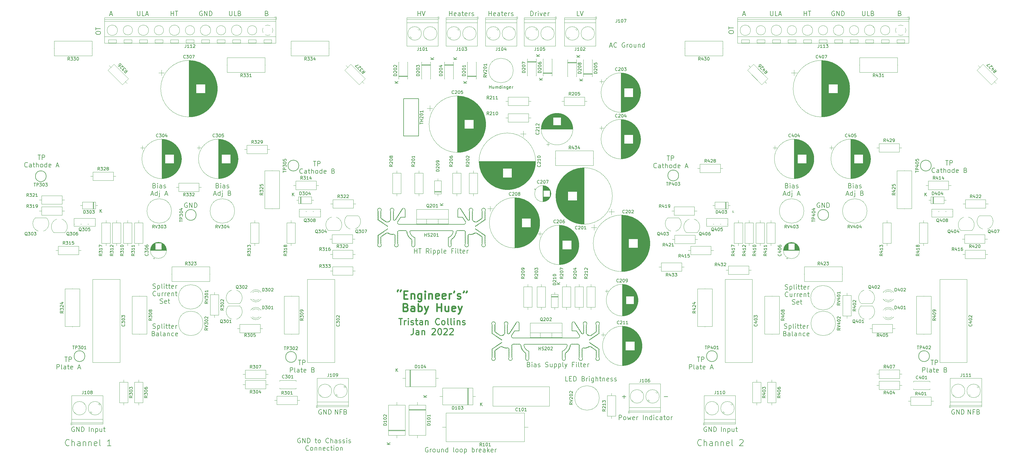
<source format=gbr>
G04 #@! TF.GenerationSoftware,KiCad,Pcbnew,(6.0.2-0)*
G04 #@! TF.CreationDate,2022-02-26T18:36:33+00:00*
G04 #@! TF.ProjectId,BabyHuey,42616279-4875-4657-992e-6b696361645f,1*
G04 #@! TF.SameCoordinates,Original*
G04 #@! TF.FileFunction,Legend,Top*
G04 #@! TF.FilePolarity,Positive*
%FSLAX46Y46*%
G04 Gerber Fmt 4.6, Leading zero omitted, Abs format (unit mm)*
G04 Created by KiCad (PCBNEW (6.0.2-0)) date 2022-02-26 18:36:33*
%MOMM*%
%LPD*%
G01*
G04 APERTURE LIST*
%ADD10C,0.150000*%
%ADD11C,0.300000*%
%ADD12C,0.500000*%
%ADD13C,0.120000*%
%ADD14C,0.200000*%
G04 APERTURE END LIST*
D10*
X184282285Y-191782000D02*
X184139428Y-191710571D01*
X183925142Y-191710571D01*
X183710857Y-191782000D01*
X183568000Y-191924857D01*
X183496571Y-192067714D01*
X183425142Y-192353428D01*
X183425142Y-192567714D01*
X183496571Y-192853428D01*
X183568000Y-192996285D01*
X183710857Y-193139142D01*
X183925142Y-193210571D01*
X184068000Y-193210571D01*
X184282285Y-193139142D01*
X184353714Y-193067714D01*
X184353714Y-192567714D01*
X184068000Y-192567714D01*
X184996571Y-193210571D02*
X184996571Y-192210571D01*
X184996571Y-192496285D02*
X185068000Y-192353428D01*
X185139428Y-192282000D01*
X185282285Y-192210571D01*
X185425142Y-192210571D01*
X186139428Y-193210571D02*
X185996571Y-193139142D01*
X185925142Y-193067714D01*
X185853714Y-192924857D01*
X185853714Y-192496285D01*
X185925142Y-192353428D01*
X185996571Y-192282000D01*
X186139428Y-192210571D01*
X186353714Y-192210571D01*
X186496571Y-192282000D01*
X186568000Y-192353428D01*
X186639428Y-192496285D01*
X186639428Y-192924857D01*
X186568000Y-193067714D01*
X186496571Y-193139142D01*
X186353714Y-193210571D01*
X186139428Y-193210571D01*
X187925142Y-192210571D02*
X187925142Y-193210571D01*
X187282285Y-192210571D02*
X187282285Y-192996285D01*
X187353714Y-193139142D01*
X187496571Y-193210571D01*
X187710857Y-193210571D01*
X187853714Y-193139142D01*
X187925142Y-193067714D01*
X188639428Y-192210571D02*
X188639428Y-193210571D01*
X188639428Y-192353428D02*
X188710857Y-192282000D01*
X188853714Y-192210571D01*
X189068000Y-192210571D01*
X189210857Y-192282000D01*
X189282285Y-192424857D01*
X189282285Y-193210571D01*
X190639428Y-193210571D02*
X190639428Y-191710571D01*
X190639428Y-193139142D02*
X190496571Y-193210571D01*
X190210857Y-193210571D01*
X190068000Y-193139142D01*
X189996571Y-193067714D01*
X189925142Y-192924857D01*
X189925142Y-192496285D01*
X189996571Y-192353428D01*
X190068000Y-192282000D01*
X190210857Y-192210571D01*
X190496571Y-192210571D01*
X190639428Y-192282000D01*
X192710857Y-193210571D02*
X192568000Y-193139142D01*
X192496571Y-192996285D01*
X192496571Y-191710571D01*
X193496571Y-193210571D02*
X193353714Y-193139142D01*
X193282285Y-193067714D01*
X193210857Y-192924857D01*
X193210857Y-192496285D01*
X193282285Y-192353428D01*
X193353714Y-192282000D01*
X193496571Y-192210571D01*
X193710857Y-192210571D01*
X193853714Y-192282000D01*
X193925142Y-192353428D01*
X193996571Y-192496285D01*
X193996571Y-192924857D01*
X193925142Y-193067714D01*
X193853714Y-193139142D01*
X193710857Y-193210571D01*
X193496571Y-193210571D01*
X194853714Y-193210571D02*
X194710857Y-193139142D01*
X194639428Y-193067714D01*
X194568000Y-192924857D01*
X194568000Y-192496285D01*
X194639428Y-192353428D01*
X194710857Y-192282000D01*
X194853714Y-192210571D01*
X195068000Y-192210571D01*
X195210857Y-192282000D01*
X195282285Y-192353428D01*
X195353714Y-192496285D01*
X195353714Y-192924857D01*
X195282285Y-193067714D01*
X195210857Y-193139142D01*
X195068000Y-193210571D01*
X194853714Y-193210571D01*
X195996571Y-192210571D02*
X195996571Y-193710571D01*
X195996571Y-192282000D02*
X196139428Y-192210571D01*
X196425142Y-192210571D01*
X196568000Y-192282000D01*
X196639428Y-192353428D01*
X196710857Y-192496285D01*
X196710857Y-192924857D01*
X196639428Y-193067714D01*
X196568000Y-193139142D01*
X196425142Y-193210571D01*
X196139428Y-193210571D01*
X195996571Y-193139142D01*
X198496571Y-193210571D02*
X198496571Y-191710571D01*
X198496571Y-192282000D02*
X198639428Y-192210571D01*
X198925142Y-192210571D01*
X199068000Y-192282000D01*
X199139428Y-192353428D01*
X199210857Y-192496285D01*
X199210857Y-192924857D01*
X199139428Y-193067714D01*
X199068000Y-193139142D01*
X198925142Y-193210571D01*
X198639428Y-193210571D01*
X198496571Y-193139142D01*
X199853714Y-193210571D02*
X199853714Y-192210571D01*
X199853714Y-192496285D02*
X199925142Y-192353428D01*
X199996571Y-192282000D01*
X200139428Y-192210571D01*
X200282285Y-192210571D01*
X201353714Y-193139142D02*
X201210857Y-193210571D01*
X200925142Y-193210571D01*
X200782285Y-193139142D01*
X200710857Y-192996285D01*
X200710857Y-192424857D01*
X200782285Y-192282000D01*
X200925142Y-192210571D01*
X201210857Y-192210571D01*
X201353714Y-192282000D01*
X201425142Y-192424857D01*
X201425142Y-192567714D01*
X200710857Y-192710571D01*
X202710857Y-193210571D02*
X202710857Y-192424857D01*
X202639428Y-192282000D01*
X202496571Y-192210571D01*
X202210857Y-192210571D01*
X202068000Y-192282000D01*
X202710857Y-193139142D02*
X202568000Y-193210571D01*
X202210857Y-193210571D01*
X202068000Y-193139142D01*
X201996571Y-192996285D01*
X201996571Y-192853428D01*
X202068000Y-192710571D01*
X202210857Y-192639142D01*
X202568000Y-192639142D01*
X202710857Y-192567714D01*
X203425142Y-193210571D02*
X203425142Y-191710571D01*
X203568000Y-192639142D02*
X203996571Y-193210571D01*
X203996571Y-192210571D02*
X203425142Y-192782000D01*
X205210857Y-193139142D02*
X205068000Y-193210571D01*
X204782285Y-193210571D01*
X204639428Y-193139142D01*
X204568000Y-192996285D01*
X204568000Y-192424857D01*
X204639428Y-192282000D01*
X204782285Y-192210571D01*
X205068000Y-192210571D01*
X205210857Y-192282000D01*
X205282285Y-192424857D01*
X205282285Y-192567714D01*
X204568000Y-192710571D01*
X205925142Y-193210571D02*
X205925142Y-192210571D01*
X205925142Y-192496285D02*
X205996571Y-192353428D01*
X206068000Y-192282000D01*
X206210857Y-192210571D01*
X206353714Y-192210571D01*
X111633142Y-51320000D02*
X111490285Y-51248571D01*
X111276000Y-51248571D01*
X111061714Y-51320000D01*
X110918857Y-51462857D01*
X110847428Y-51605714D01*
X110776000Y-51891428D01*
X110776000Y-52105714D01*
X110847428Y-52391428D01*
X110918857Y-52534285D01*
X111061714Y-52677142D01*
X111276000Y-52748571D01*
X111418857Y-52748571D01*
X111633142Y-52677142D01*
X111704571Y-52605714D01*
X111704571Y-52105714D01*
X111418857Y-52105714D01*
X112347428Y-52748571D02*
X112347428Y-51248571D01*
X113204571Y-52748571D01*
X113204571Y-51248571D01*
X113918857Y-52748571D02*
X113918857Y-51248571D01*
X114276000Y-51248571D01*
X114490285Y-51320000D01*
X114633142Y-51462857D01*
X114704571Y-51605714D01*
X114776000Y-51891428D01*
X114776000Y-52105714D01*
X114704571Y-52391428D01*
X114633142Y-52534285D01*
X114490285Y-52677142D01*
X114276000Y-52748571D01*
X113918857Y-52748571D01*
X90777428Y-51248571D02*
X90777428Y-52462857D01*
X90848857Y-52605714D01*
X90920285Y-52677142D01*
X91063142Y-52748571D01*
X91348857Y-52748571D01*
X91491714Y-52677142D01*
X91563142Y-52605714D01*
X91634571Y-52462857D01*
X91634571Y-51248571D01*
X93063142Y-52748571D02*
X92348857Y-52748571D01*
X92348857Y-51248571D01*
X93491714Y-52320000D02*
X94206000Y-52320000D01*
X93348857Y-52748571D02*
X93848857Y-51248571D01*
X94348857Y-52748571D01*
X81938857Y-52320000D02*
X82653142Y-52320000D01*
X81796000Y-52748571D02*
X82296000Y-51248571D01*
X82796000Y-52748571D01*
X120388285Y-51248571D02*
X120388285Y-52462857D01*
X120459714Y-52605714D01*
X120531142Y-52677142D01*
X120674000Y-52748571D01*
X120959714Y-52748571D01*
X121102571Y-52677142D01*
X121174000Y-52605714D01*
X121245428Y-52462857D01*
X121245428Y-51248571D01*
X122674000Y-52748571D02*
X121959714Y-52748571D01*
X121959714Y-51248571D01*
X123674000Y-51962857D02*
X123888285Y-52034285D01*
X123959714Y-52105714D01*
X124031142Y-52248571D01*
X124031142Y-52462857D01*
X123959714Y-52605714D01*
X123888285Y-52677142D01*
X123745428Y-52748571D01*
X123174000Y-52748571D01*
X123174000Y-51248571D01*
X123674000Y-51248571D01*
X123816857Y-51320000D01*
X123888285Y-51391428D01*
X123959714Y-51534285D01*
X123959714Y-51677142D01*
X123888285Y-51820000D01*
X123816857Y-51891428D01*
X123674000Y-51962857D01*
X123174000Y-51962857D01*
X132441142Y-51962857D02*
X132655428Y-52034285D01*
X132726857Y-52105714D01*
X132798285Y-52248571D01*
X132798285Y-52462857D01*
X132726857Y-52605714D01*
X132655428Y-52677142D01*
X132512571Y-52748571D01*
X131941142Y-52748571D01*
X131941142Y-51248571D01*
X132441142Y-51248571D01*
X132584000Y-51320000D01*
X132655428Y-51391428D01*
X132726857Y-51534285D01*
X132726857Y-51677142D01*
X132655428Y-51820000D01*
X132584000Y-51891428D01*
X132441142Y-51962857D01*
X131941142Y-51962857D01*
X101616000Y-52748571D02*
X101616000Y-51248571D01*
X101616000Y-51962857D02*
X102473142Y-51962857D01*
X102473142Y-52748571D02*
X102473142Y-51248571D01*
X102973142Y-51248571D02*
X103830285Y-51248571D01*
X103401714Y-52748571D02*
X103401714Y-51248571D01*
X181046571Y-52748571D02*
X181046571Y-51248571D01*
X181046571Y-51962857D02*
X181903714Y-51962857D01*
X181903714Y-52748571D02*
X181903714Y-51248571D01*
X182403714Y-51248571D02*
X182903714Y-52748571D01*
X183403714Y-51248571D01*
X191179142Y-52748571D02*
X191179142Y-51248571D01*
X191179142Y-51962857D02*
X192036285Y-51962857D01*
X192036285Y-52748571D02*
X192036285Y-51248571D01*
X193322000Y-52677142D02*
X193179142Y-52748571D01*
X192893428Y-52748571D01*
X192750571Y-52677142D01*
X192679142Y-52534285D01*
X192679142Y-51962857D01*
X192750571Y-51820000D01*
X192893428Y-51748571D01*
X193179142Y-51748571D01*
X193322000Y-51820000D01*
X193393428Y-51962857D01*
X193393428Y-52105714D01*
X192679142Y-52248571D01*
X194679142Y-52748571D02*
X194679142Y-51962857D01*
X194607714Y-51820000D01*
X194464857Y-51748571D01*
X194179142Y-51748571D01*
X194036285Y-51820000D01*
X194679142Y-52677142D02*
X194536285Y-52748571D01*
X194179142Y-52748571D01*
X194036285Y-52677142D01*
X193964857Y-52534285D01*
X193964857Y-52391428D01*
X194036285Y-52248571D01*
X194179142Y-52177142D01*
X194536285Y-52177142D01*
X194679142Y-52105714D01*
X195179142Y-51748571D02*
X195750571Y-51748571D01*
X195393428Y-51248571D02*
X195393428Y-52534285D01*
X195464857Y-52677142D01*
X195607714Y-52748571D01*
X195750571Y-52748571D01*
X196822000Y-52677142D02*
X196679142Y-52748571D01*
X196393428Y-52748571D01*
X196250571Y-52677142D01*
X196179142Y-52534285D01*
X196179142Y-51962857D01*
X196250571Y-51820000D01*
X196393428Y-51748571D01*
X196679142Y-51748571D01*
X196822000Y-51820000D01*
X196893428Y-51962857D01*
X196893428Y-52105714D01*
X196179142Y-52248571D01*
X197536285Y-52748571D02*
X197536285Y-51748571D01*
X197536285Y-52034285D02*
X197607714Y-51891428D01*
X197679142Y-51820000D01*
X197822000Y-51748571D01*
X197964857Y-51748571D01*
X198393428Y-52677142D02*
X198536285Y-52748571D01*
X198822000Y-52748571D01*
X198964857Y-52677142D01*
X199036285Y-52534285D01*
X199036285Y-52462857D01*
X198964857Y-52320000D01*
X198822000Y-52248571D01*
X198607714Y-52248571D01*
X198464857Y-52177142D01*
X198393428Y-52034285D01*
X198393428Y-51962857D01*
X198464857Y-51820000D01*
X198607714Y-51748571D01*
X198822000Y-51748571D01*
X198964857Y-51820000D01*
X203879142Y-52748571D02*
X203879142Y-51248571D01*
X203879142Y-51962857D02*
X204736285Y-51962857D01*
X204736285Y-52748571D02*
X204736285Y-51248571D01*
X206022000Y-52677142D02*
X205879142Y-52748571D01*
X205593428Y-52748571D01*
X205450571Y-52677142D01*
X205379142Y-52534285D01*
X205379142Y-51962857D01*
X205450571Y-51820000D01*
X205593428Y-51748571D01*
X205879142Y-51748571D01*
X206022000Y-51820000D01*
X206093428Y-51962857D01*
X206093428Y-52105714D01*
X205379142Y-52248571D01*
X207379142Y-52748571D02*
X207379142Y-51962857D01*
X207307714Y-51820000D01*
X207164857Y-51748571D01*
X206879142Y-51748571D01*
X206736285Y-51820000D01*
X207379142Y-52677142D02*
X207236285Y-52748571D01*
X206879142Y-52748571D01*
X206736285Y-52677142D01*
X206664857Y-52534285D01*
X206664857Y-52391428D01*
X206736285Y-52248571D01*
X206879142Y-52177142D01*
X207236285Y-52177142D01*
X207379142Y-52105714D01*
X207879142Y-51748571D02*
X208450571Y-51748571D01*
X208093428Y-51248571D02*
X208093428Y-52534285D01*
X208164857Y-52677142D01*
X208307714Y-52748571D01*
X208450571Y-52748571D01*
X209522000Y-52677142D02*
X209379142Y-52748571D01*
X209093428Y-52748571D01*
X208950571Y-52677142D01*
X208879142Y-52534285D01*
X208879142Y-51962857D01*
X208950571Y-51820000D01*
X209093428Y-51748571D01*
X209379142Y-51748571D01*
X209522000Y-51820000D01*
X209593428Y-51962857D01*
X209593428Y-52105714D01*
X208879142Y-52248571D01*
X210236285Y-52748571D02*
X210236285Y-51748571D01*
X210236285Y-52034285D02*
X210307714Y-51891428D01*
X210379142Y-51820000D01*
X210522000Y-51748571D01*
X210664857Y-51748571D01*
X211093428Y-52677142D02*
X211236285Y-52748571D01*
X211522000Y-52748571D01*
X211664857Y-52677142D01*
X211736285Y-52534285D01*
X211736285Y-52462857D01*
X211664857Y-52320000D01*
X211522000Y-52248571D01*
X211307714Y-52248571D01*
X211164857Y-52177142D01*
X211093428Y-52034285D01*
X211093428Y-51962857D01*
X211164857Y-51820000D01*
X211307714Y-51748571D01*
X211522000Y-51748571D01*
X211664857Y-51820000D01*
X217325142Y-52748571D02*
X217325142Y-51248571D01*
X217682285Y-51248571D01*
X217896571Y-51320000D01*
X218039428Y-51462857D01*
X218110857Y-51605714D01*
X218182285Y-51891428D01*
X218182285Y-52105714D01*
X218110857Y-52391428D01*
X218039428Y-52534285D01*
X217896571Y-52677142D01*
X217682285Y-52748571D01*
X217325142Y-52748571D01*
X218825142Y-52748571D02*
X218825142Y-51748571D01*
X218825142Y-52034285D02*
X218896571Y-51891428D01*
X218968000Y-51820000D01*
X219110857Y-51748571D01*
X219253714Y-51748571D01*
X219753714Y-52748571D02*
X219753714Y-51748571D01*
X219753714Y-51248571D02*
X219682285Y-51320000D01*
X219753714Y-51391428D01*
X219825142Y-51320000D01*
X219753714Y-51248571D01*
X219753714Y-51391428D01*
X220325142Y-51748571D02*
X220682285Y-52748571D01*
X221039428Y-51748571D01*
X222182285Y-52677142D02*
X222039428Y-52748571D01*
X221753714Y-52748571D01*
X221610857Y-52677142D01*
X221539428Y-52534285D01*
X221539428Y-51962857D01*
X221610857Y-51820000D01*
X221753714Y-51748571D01*
X222039428Y-51748571D01*
X222182285Y-51820000D01*
X222253714Y-51962857D01*
X222253714Y-52105714D01*
X221539428Y-52248571D01*
X222896571Y-52748571D02*
X222896571Y-51748571D01*
X222896571Y-52034285D02*
X222968000Y-51891428D01*
X223039428Y-51820000D01*
X223182285Y-51748571D01*
X223325142Y-51748571D01*
X232993428Y-52748571D02*
X232279142Y-52748571D01*
X232279142Y-51248571D01*
X233279142Y-51248571D02*
X233779142Y-52748571D01*
X234279142Y-51248571D01*
X245754000Y-182796571D02*
X245754000Y-181296571D01*
X246325428Y-181296571D01*
X246468285Y-181368000D01*
X246539714Y-181439428D01*
X246611142Y-181582285D01*
X246611142Y-181796571D01*
X246539714Y-181939428D01*
X246468285Y-182010857D01*
X246325428Y-182082285D01*
X245754000Y-182082285D01*
X247468285Y-182796571D02*
X247325428Y-182725142D01*
X247254000Y-182653714D01*
X247182571Y-182510857D01*
X247182571Y-182082285D01*
X247254000Y-181939428D01*
X247325428Y-181868000D01*
X247468285Y-181796571D01*
X247682571Y-181796571D01*
X247825428Y-181868000D01*
X247896857Y-181939428D01*
X247968285Y-182082285D01*
X247968285Y-182510857D01*
X247896857Y-182653714D01*
X247825428Y-182725142D01*
X247682571Y-182796571D01*
X247468285Y-182796571D01*
X248468285Y-181796571D02*
X248754000Y-182796571D01*
X249039714Y-182082285D01*
X249325428Y-182796571D01*
X249611142Y-181796571D01*
X250754000Y-182725142D02*
X250611142Y-182796571D01*
X250325428Y-182796571D01*
X250182571Y-182725142D01*
X250111142Y-182582285D01*
X250111142Y-182010857D01*
X250182571Y-181868000D01*
X250325428Y-181796571D01*
X250611142Y-181796571D01*
X250754000Y-181868000D01*
X250825428Y-182010857D01*
X250825428Y-182153714D01*
X250111142Y-182296571D01*
X251468285Y-182796571D02*
X251468285Y-181796571D01*
X251468285Y-182082285D02*
X251539714Y-181939428D01*
X251611142Y-181868000D01*
X251754000Y-181796571D01*
X251896857Y-181796571D01*
X253539714Y-182796571D02*
X253539714Y-181296571D01*
X254254000Y-181796571D02*
X254254000Y-182796571D01*
X254254000Y-181939428D02*
X254325428Y-181868000D01*
X254468285Y-181796571D01*
X254682571Y-181796571D01*
X254825428Y-181868000D01*
X254896857Y-182010857D01*
X254896857Y-182796571D01*
X256254000Y-182796571D02*
X256254000Y-181296571D01*
X256254000Y-182725142D02*
X256111142Y-182796571D01*
X255825428Y-182796571D01*
X255682571Y-182725142D01*
X255611142Y-182653714D01*
X255539714Y-182510857D01*
X255539714Y-182082285D01*
X255611142Y-181939428D01*
X255682571Y-181868000D01*
X255825428Y-181796571D01*
X256111142Y-181796571D01*
X256254000Y-181868000D01*
X256968285Y-182796571D02*
X256968285Y-181796571D01*
X256968285Y-181296571D02*
X256896857Y-181368000D01*
X256968285Y-181439428D01*
X257039714Y-181368000D01*
X256968285Y-181296571D01*
X256968285Y-181439428D01*
X258325428Y-182725142D02*
X258182571Y-182796571D01*
X257896857Y-182796571D01*
X257754000Y-182725142D01*
X257682571Y-182653714D01*
X257611142Y-182510857D01*
X257611142Y-182082285D01*
X257682571Y-181939428D01*
X257754000Y-181868000D01*
X257896857Y-181796571D01*
X258182571Y-181796571D01*
X258325428Y-181868000D01*
X259611142Y-182796571D02*
X259611142Y-182010857D01*
X259539714Y-181868000D01*
X259396857Y-181796571D01*
X259111142Y-181796571D01*
X258968285Y-181868000D01*
X259611142Y-182725142D02*
X259468285Y-182796571D01*
X259111142Y-182796571D01*
X258968285Y-182725142D01*
X258896857Y-182582285D01*
X258896857Y-182439428D01*
X258968285Y-182296571D01*
X259111142Y-182225142D01*
X259468285Y-182225142D01*
X259611142Y-182153714D01*
X260111142Y-181796571D02*
X260682571Y-181796571D01*
X260325428Y-181296571D02*
X260325428Y-182582285D01*
X260396857Y-182725142D01*
X260539714Y-182796571D01*
X260682571Y-182796571D01*
X261396857Y-182796571D02*
X261254000Y-182725142D01*
X261182571Y-182653714D01*
X261111142Y-182510857D01*
X261111142Y-182082285D01*
X261182571Y-181939428D01*
X261254000Y-181868000D01*
X261396857Y-181796571D01*
X261611142Y-181796571D01*
X261754000Y-181868000D01*
X261825428Y-181939428D01*
X261896857Y-182082285D01*
X261896857Y-182510857D01*
X261825428Y-182653714D01*
X261754000Y-182725142D01*
X261611142Y-182796571D01*
X261396857Y-182796571D01*
X262539714Y-182796571D02*
X262539714Y-181796571D01*
X262539714Y-182082285D02*
X262611142Y-181939428D01*
X262682571Y-181868000D01*
X262825428Y-181796571D01*
X262968285Y-181796571D01*
X116574285Y-107397357D02*
X116788571Y-107468785D01*
X116860000Y-107540214D01*
X116931428Y-107683071D01*
X116931428Y-107897357D01*
X116860000Y-108040214D01*
X116788571Y-108111642D01*
X116645714Y-108183071D01*
X116074285Y-108183071D01*
X116074285Y-106683071D01*
X116574285Y-106683071D01*
X116717142Y-106754500D01*
X116788571Y-106825928D01*
X116860000Y-106968785D01*
X116860000Y-107111642D01*
X116788571Y-107254500D01*
X116717142Y-107325928D01*
X116574285Y-107397357D01*
X116074285Y-107397357D01*
X117574285Y-108183071D02*
X117574285Y-107183071D01*
X117574285Y-106683071D02*
X117502857Y-106754500D01*
X117574285Y-106825928D01*
X117645714Y-106754500D01*
X117574285Y-106683071D01*
X117574285Y-106825928D01*
X118931428Y-108183071D02*
X118931428Y-107397357D01*
X118860000Y-107254500D01*
X118717142Y-107183071D01*
X118431428Y-107183071D01*
X118288571Y-107254500D01*
X118931428Y-108111642D02*
X118788571Y-108183071D01*
X118431428Y-108183071D01*
X118288571Y-108111642D01*
X118217142Y-107968785D01*
X118217142Y-107825928D01*
X118288571Y-107683071D01*
X118431428Y-107611642D01*
X118788571Y-107611642D01*
X118931428Y-107540214D01*
X119574285Y-108111642D02*
X119717142Y-108183071D01*
X120002857Y-108183071D01*
X120145714Y-108111642D01*
X120217142Y-107968785D01*
X120217142Y-107897357D01*
X120145714Y-107754500D01*
X120002857Y-107683071D01*
X119788571Y-107683071D01*
X119645714Y-107611642D01*
X119574285Y-107468785D01*
X119574285Y-107397357D01*
X119645714Y-107254500D01*
X119788571Y-107183071D01*
X120002857Y-107183071D01*
X120145714Y-107254500D01*
X115395714Y-110169500D02*
X116110000Y-110169500D01*
X115252857Y-110598071D02*
X115752857Y-109098071D01*
X116252857Y-110598071D01*
X117395714Y-110598071D02*
X117395714Y-109098071D01*
X117395714Y-110526642D02*
X117252857Y-110598071D01*
X116967142Y-110598071D01*
X116824285Y-110526642D01*
X116752857Y-110455214D01*
X116681428Y-110312357D01*
X116681428Y-109883785D01*
X116752857Y-109740928D01*
X116824285Y-109669500D01*
X116967142Y-109598071D01*
X117252857Y-109598071D01*
X117395714Y-109669500D01*
X118110000Y-109598071D02*
X118110000Y-110883785D01*
X118038571Y-111026642D01*
X117895714Y-111098071D01*
X117824285Y-111098071D01*
X118110000Y-109098071D02*
X118038571Y-109169500D01*
X118110000Y-109240928D01*
X118181428Y-109169500D01*
X118110000Y-109098071D01*
X118110000Y-109240928D01*
X120467142Y-109812357D02*
X120681428Y-109883785D01*
X120752857Y-109955214D01*
X120824285Y-110098071D01*
X120824285Y-110312357D01*
X120752857Y-110455214D01*
X120681428Y-110526642D01*
X120538571Y-110598071D01*
X119967142Y-110598071D01*
X119967142Y-109098071D01*
X120467142Y-109098071D01*
X120610000Y-109169500D01*
X120681428Y-109240928D01*
X120752857Y-109383785D01*
X120752857Y-109526642D01*
X120681428Y-109669500D01*
X120610000Y-109740928D01*
X120467142Y-109812357D01*
X119967142Y-109812357D01*
X96254285Y-107397357D02*
X96468571Y-107468785D01*
X96540000Y-107540214D01*
X96611428Y-107683071D01*
X96611428Y-107897357D01*
X96540000Y-108040214D01*
X96468571Y-108111642D01*
X96325714Y-108183071D01*
X95754285Y-108183071D01*
X95754285Y-106683071D01*
X96254285Y-106683071D01*
X96397142Y-106754500D01*
X96468571Y-106825928D01*
X96540000Y-106968785D01*
X96540000Y-107111642D01*
X96468571Y-107254500D01*
X96397142Y-107325928D01*
X96254285Y-107397357D01*
X95754285Y-107397357D01*
X97254285Y-108183071D02*
X97254285Y-107183071D01*
X97254285Y-106683071D02*
X97182857Y-106754500D01*
X97254285Y-106825928D01*
X97325714Y-106754500D01*
X97254285Y-106683071D01*
X97254285Y-106825928D01*
X98611428Y-108183071D02*
X98611428Y-107397357D01*
X98540000Y-107254500D01*
X98397142Y-107183071D01*
X98111428Y-107183071D01*
X97968571Y-107254500D01*
X98611428Y-108111642D02*
X98468571Y-108183071D01*
X98111428Y-108183071D01*
X97968571Y-108111642D01*
X97897142Y-107968785D01*
X97897142Y-107825928D01*
X97968571Y-107683071D01*
X98111428Y-107611642D01*
X98468571Y-107611642D01*
X98611428Y-107540214D01*
X99254285Y-108111642D02*
X99397142Y-108183071D01*
X99682857Y-108183071D01*
X99825714Y-108111642D01*
X99897142Y-107968785D01*
X99897142Y-107897357D01*
X99825714Y-107754500D01*
X99682857Y-107683071D01*
X99468571Y-107683071D01*
X99325714Y-107611642D01*
X99254285Y-107468785D01*
X99254285Y-107397357D01*
X99325714Y-107254500D01*
X99468571Y-107183071D01*
X99682857Y-107183071D01*
X99825714Y-107254500D01*
X95182857Y-110169500D02*
X95897142Y-110169500D01*
X95040000Y-110598071D02*
X95540000Y-109098071D01*
X96040000Y-110598071D01*
X97182857Y-110598071D02*
X97182857Y-109098071D01*
X97182857Y-110526642D02*
X97040000Y-110598071D01*
X96754285Y-110598071D01*
X96611428Y-110526642D01*
X96540000Y-110455214D01*
X96468571Y-110312357D01*
X96468571Y-109883785D01*
X96540000Y-109740928D01*
X96611428Y-109669500D01*
X96754285Y-109598071D01*
X97040000Y-109598071D01*
X97182857Y-109669500D01*
X97897142Y-109598071D02*
X97897142Y-110883785D01*
X97825714Y-111026642D01*
X97682857Y-111098071D01*
X97611428Y-111098071D01*
X97897142Y-109098071D02*
X97825714Y-109169500D01*
X97897142Y-109240928D01*
X97968571Y-109169500D01*
X97897142Y-109098071D01*
X97897142Y-109240928D01*
X99682857Y-110169500D02*
X100397142Y-110169500D01*
X99540000Y-110598071D02*
X100040000Y-109098071D01*
X100540000Y-110598071D01*
X106807142Y-113042000D02*
X106664285Y-112970571D01*
X106450000Y-112970571D01*
X106235714Y-113042000D01*
X106092857Y-113184857D01*
X106021428Y-113327714D01*
X105950000Y-113613428D01*
X105950000Y-113827714D01*
X106021428Y-114113428D01*
X106092857Y-114256285D01*
X106235714Y-114399142D01*
X106450000Y-114470571D01*
X106592857Y-114470571D01*
X106807142Y-114399142D01*
X106878571Y-114327714D01*
X106878571Y-113827714D01*
X106592857Y-113827714D01*
X107521428Y-114470571D02*
X107521428Y-112970571D01*
X108378571Y-114470571D01*
X108378571Y-112970571D01*
X109092857Y-114470571D02*
X109092857Y-112970571D01*
X109450000Y-112970571D01*
X109664285Y-113042000D01*
X109807142Y-113184857D01*
X109878571Y-113327714D01*
X109950000Y-113613428D01*
X109950000Y-113827714D01*
X109878571Y-114113428D01*
X109807142Y-114256285D01*
X109664285Y-114399142D01*
X109450000Y-114470571D01*
X109092857Y-114470571D01*
X77410571Y-58372285D02*
X77410571Y-58086571D01*
X77482000Y-57943714D01*
X77624857Y-57800857D01*
X77910571Y-57729428D01*
X78410571Y-57729428D01*
X78696285Y-57800857D01*
X78839142Y-57943714D01*
X78910571Y-58086571D01*
X78910571Y-58372285D01*
X78839142Y-58515142D01*
X78696285Y-58658000D01*
X78410571Y-58729428D01*
X77910571Y-58729428D01*
X77624857Y-58658000D01*
X77482000Y-58515142D01*
X77410571Y-58372285D01*
X77410571Y-57300857D02*
X77410571Y-56443714D01*
X78910571Y-56872285D02*
X77410571Y-56872285D01*
X68834761Y-190960285D02*
X68739523Y-191055523D01*
X68453809Y-191150761D01*
X68263333Y-191150761D01*
X67977619Y-191055523D01*
X67787142Y-190865047D01*
X67691904Y-190674571D01*
X67596666Y-190293619D01*
X67596666Y-190007904D01*
X67691904Y-189626952D01*
X67787142Y-189436476D01*
X67977619Y-189246000D01*
X68263333Y-189150761D01*
X68453809Y-189150761D01*
X68739523Y-189246000D01*
X68834761Y-189341238D01*
X69691904Y-191150761D02*
X69691904Y-189150761D01*
X70549047Y-191150761D02*
X70549047Y-190103142D01*
X70453809Y-189912666D01*
X70263333Y-189817428D01*
X69977619Y-189817428D01*
X69787142Y-189912666D01*
X69691904Y-190007904D01*
X72358571Y-191150761D02*
X72358571Y-190103142D01*
X72263333Y-189912666D01*
X72072857Y-189817428D01*
X71691904Y-189817428D01*
X71501428Y-189912666D01*
X72358571Y-191055523D02*
X72168095Y-191150761D01*
X71691904Y-191150761D01*
X71501428Y-191055523D01*
X71406190Y-190865047D01*
X71406190Y-190674571D01*
X71501428Y-190484095D01*
X71691904Y-190388857D01*
X72168095Y-190388857D01*
X72358571Y-190293619D01*
X73310952Y-189817428D02*
X73310952Y-191150761D01*
X73310952Y-190007904D02*
X73406190Y-189912666D01*
X73596666Y-189817428D01*
X73882380Y-189817428D01*
X74072857Y-189912666D01*
X74168095Y-190103142D01*
X74168095Y-191150761D01*
X75120476Y-189817428D02*
X75120476Y-191150761D01*
X75120476Y-190007904D02*
X75215714Y-189912666D01*
X75406190Y-189817428D01*
X75691904Y-189817428D01*
X75882380Y-189912666D01*
X75977619Y-190103142D01*
X75977619Y-191150761D01*
X77691904Y-191055523D02*
X77501428Y-191150761D01*
X77120476Y-191150761D01*
X76930000Y-191055523D01*
X76834761Y-190865047D01*
X76834761Y-190103142D01*
X76930000Y-189912666D01*
X77120476Y-189817428D01*
X77501428Y-189817428D01*
X77691904Y-189912666D01*
X77787142Y-190103142D01*
X77787142Y-190293619D01*
X76834761Y-190484095D01*
X78930000Y-191150761D02*
X78739523Y-191055523D01*
X78644285Y-190865047D01*
X78644285Y-189150761D01*
X82263333Y-191150761D02*
X81120476Y-191150761D01*
X81691904Y-191150761D02*
X81691904Y-189150761D01*
X81501428Y-189436476D01*
X81310952Y-189626952D01*
X81120476Y-189722190D01*
X143197428Y-188796500D02*
X143054571Y-188725071D01*
X142840285Y-188725071D01*
X142626000Y-188796500D01*
X142483142Y-188939357D01*
X142411714Y-189082214D01*
X142340285Y-189367928D01*
X142340285Y-189582214D01*
X142411714Y-189867928D01*
X142483142Y-190010785D01*
X142626000Y-190153642D01*
X142840285Y-190225071D01*
X142983142Y-190225071D01*
X143197428Y-190153642D01*
X143268857Y-190082214D01*
X143268857Y-189582214D01*
X142983142Y-189582214D01*
X143911714Y-190225071D02*
X143911714Y-188725071D01*
X144768857Y-190225071D01*
X144768857Y-188725071D01*
X145483142Y-190225071D02*
X145483142Y-188725071D01*
X145840285Y-188725071D01*
X146054571Y-188796500D01*
X146197428Y-188939357D01*
X146268857Y-189082214D01*
X146340285Y-189367928D01*
X146340285Y-189582214D01*
X146268857Y-189867928D01*
X146197428Y-190010785D01*
X146054571Y-190153642D01*
X145840285Y-190225071D01*
X145483142Y-190225071D01*
X147911714Y-189225071D02*
X148483142Y-189225071D01*
X148126000Y-188725071D02*
X148126000Y-190010785D01*
X148197428Y-190153642D01*
X148340285Y-190225071D01*
X148483142Y-190225071D01*
X149197428Y-190225071D02*
X149054571Y-190153642D01*
X148983142Y-190082214D01*
X148911714Y-189939357D01*
X148911714Y-189510785D01*
X148983142Y-189367928D01*
X149054571Y-189296500D01*
X149197428Y-189225071D01*
X149411714Y-189225071D01*
X149554571Y-189296500D01*
X149626000Y-189367928D01*
X149697428Y-189510785D01*
X149697428Y-189939357D01*
X149626000Y-190082214D01*
X149554571Y-190153642D01*
X149411714Y-190225071D01*
X149197428Y-190225071D01*
X152340285Y-190082214D02*
X152268857Y-190153642D01*
X152054571Y-190225071D01*
X151911714Y-190225071D01*
X151697428Y-190153642D01*
X151554571Y-190010785D01*
X151483142Y-189867928D01*
X151411714Y-189582214D01*
X151411714Y-189367928D01*
X151483142Y-189082214D01*
X151554571Y-188939357D01*
X151697428Y-188796500D01*
X151911714Y-188725071D01*
X152054571Y-188725071D01*
X152268857Y-188796500D01*
X152340285Y-188867928D01*
X152983142Y-190225071D02*
X152983142Y-188725071D01*
X153626000Y-190225071D02*
X153626000Y-189439357D01*
X153554571Y-189296500D01*
X153411714Y-189225071D01*
X153197428Y-189225071D01*
X153054571Y-189296500D01*
X152983142Y-189367928D01*
X154983142Y-190225071D02*
X154983142Y-189439357D01*
X154911714Y-189296500D01*
X154768857Y-189225071D01*
X154483142Y-189225071D01*
X154340285Y-189296500D01*
X154983142Y-190153642D02*
X154840285Y-190225071D01*
X154483142Y-190225071D01*
X154340285Y-190153642D01*
X154268857Y-190010785D01*
X154268857Y-189867928D01*
X154340285Y-189725071D01*
X154483142Y-189653642D01*
X154840285Y-189653642D01*
X154983142Y-189582214D01*
X155626000Y-190153642D02*
X155768857Y-190225071D01*
X156054571Y-190225071D01*
X156197428Y-190153642D01*
X156268857Y-190010785D01*
X156268857Y-189939357D01*
X156197428Y-189796500D01*
X156054571Y-189725071D01*
X155840285Y-189725071D01*
X155697428Y-189653642D01*
X155626000Y-189510785D01*
X155626000Y-189439357D01*
X155697428Y-189296500D01*
X155840285Y-189225071D01*
X156054571Y-189225071D01*
X156197428Y-189296500D01*
X156840285Y-190153642D02*
X156983142Y-190225071D01*
X157268857Y-190225071D01*
X157411714Y-190153642D01*
X157483142Y-190010785D01*
X157483142Y-189939357D01*
X157411714Y-189796500D01*
X157268857Y-189725071D01*
X157054571Y-189725071D01*
X156911714Y-189653642D01*
X156840285Y-189510785D01*
X156840285Y-189439357D01*
X156911714Y-189296500D01*
X157054571Y-189225071D01*
X157268857Y-189225071D01*
X157411714Y-189296500D01*
X158126000Y-190225071D02*
X158126000Y-189225071D01*
X158126000Y-188725071D02*
X158054571Y-188796500D01*
X158126000Y-188867928D01*
X158197428Y-188796500D01*
X158126000Y-188725071D01*
X158126000Y-188867928D01*
X158768857Y-190153642D02*
X158911714Y-190225071D01*
X159197428Y-190225071D01*
X159340285Y-190153642D01*
X159411714Y-190010785D01*
X159411714Y-189939357D01*
X159340285Y-189796500D01*
X159197428Y-189725071D01*
X158983142Y-189725071D01*
X158840285Y-189653642D01*
X158768857Y-189510785D01*
X158768857Y-189439357D01*
X158840285Y-189296500D01*
X158983142Y-189225071D01*
X159197428Y-189225071D01*
X159340285Y-189296500D01*
X145876000Y-192497214D02*
X145804571Y-192568642D01*
X145590285Y-192640071D01*
X145447428Y-192640071D01*
X145233142Y-192568642D01*
X145090285Y-192425785D01*
X145018857Y-192282928D01*
X144947428Y-191997214D01*
X144947428Y-191782928D01*
X145018857Y-191497214D01*
X145090285Y-191354357D01*
X145233142Y-191211500D01*
X145447428Y-191140071D01*
X145590285Y-191140071D01*
X145804571Y-191211500D01*
X145876000Y-191282928D01*
X146733142Y-192640071D02*
X146590285Y-192568642D01*
X146518857Y-192497214D01*
X146447428Y-192354357D01*
X146447428Y-191925785D01*
X146518857Y-191782928D01*
X146590285Y-191711500D01*
X146733142Y-191640071D01*
X146947428Y-191640071D01*
X147090285Y-191711500D01*
X147161714Y-191782928D01*
X147233142Y-191925785D01*
X147233142Y-192354357D01*
X147161714Y-192497214D01*
X147090285Y-192568642D01*
X146947428Y-192640071D01*
X146733142Y-192640071D01*
X147876000Y-191640071D02*
X147876000Y-192640071D01*
X147876000Y-191782928D02*
X147947428Y-191711500D01*
X148090285Y-191640071D01*
X148304571Y-191640071D01*
X148447428Y-191711500D01*
X148518857Y-191854357D01*
X148518857Y-192640071D01*
X149233142Y-191640071D02*
X149233142Y-192640071D01*
X149233142Y-191782928D02*
X149304571Y-191711500D01*
X149447428Y-191640071D01*
X149661714Y-191640071D01*
X149804571Y-191711500D01*
X149876000Y-191854357D01*
X149876000Y-192640071D01*
X151161714Y-192568642D02*
X151018857Y-192640071D01*
X150733142Y-192640071D01*
X150590285Y-192568642D01*
X150518857Y-192425785D01*
X150518857Y-191854357D01*
X150590285Y-191711500D01*
X150733142Y-191640071D01*
X151018857Y-191640071D01*
X151161714Y-191711500D01*
X151233142Y-191854357D01*
X151233142Y-191997214D01*
X150518857Y-192140071D01*
X152518857Y-192568642D02*
X152376000Y-192640071D01*
X152090285Y-192640071D01*
X151947428Y-192568642D01*
X151876000Y-192497214D01*
X151804571Y-192354357D01*
X151804571Y-191925785D01*
X151876000Y-191782928D01*
X151947428Y-191711500D01*
X152090285Y-191640071D01*
X152376000Y-191640071D01*
X152518857Y-191711500D01*
X152947428Y-191640071D02*
X153518857Y-191640071D01*
X153161714Y-191140071D02*
X153161714Y-192425785D01*
X153233142Y-192568642D01*
X153376000Y-192640071D01*
X153518857Y-192640071D01*
X154018857Y-192640071D02*
X154018857Y-191640071D01*
X154018857Y-191140071D02*
X153947428Y-191211500D01*
X154018857Y-191282928D01*
X154090285Y-191211500D01*
X154018857Y-191140071D01*
X154018857Y-191282928D01*
X154947428Y-192640071D02*
X154804571Y-192568642D01*
X154733142Y-192497214D01*
X154661714Y-192354357D01*
X154661714Y-191925785D01*
X154733142Y-191782928D01*
X154804571Y-191711500D01*
X154947428Y-191640071D01*
X155161714Y-191640071D01*
X155304571Y-191711500D01*
X155376000Y-191782928D01*
X155447428Y-191925785D01*
X155447428Y-192354357D01*
X155376000Y-192497214D01*
X155304571Y-192568642D01*
X155161714Y-192640071D01*
X154947428Y-192640071D01*
X156090285Y-191640071D02*
X156090285Y-192640071D01*
X156090285Y-191782928D02*
X156161714Y-191711500D01*
X156304571Y-191640071D01*
X156518857Y-191640071D01*
X156661714Y-191711500D01*
X156733142Y-191854357D01*
X156733142Y-192640071D01*
X179896571Y-129202571D02*
X179896571Y-127702571D01*
X179896571Y-128416857D02*
X180753714Y-128416857D01*
X180753714Y-129202571D02*
X180753714Y-127702571D01*
X181253714Y-127702571D02*
X182110857Y-127702571D01*
X181682285Y-129202571D02*
X181682285Y-127702571D01*
X184610857Y-129202571D02*
X184110857Y-128488285D01*
X183753714Y-129202571D02*
X183753714Y-127702571D01*
X184325142Y-127702571D01*
X184468000Y-127774000D01*
X184539428Y-127845428D01*
X184610857Y-127988285D01*
X184610857Y-128202571D01*
X184539428Y-128345428D01*
X184468000Y-128416857D01*
X184325142Y-128488285D01*
X183753714Y-128488285D01*
X185253714Y-129202571D02*
X185253714Y-128202571D01*
X185253714Y-127702571D02*
X185182285Y-127774000D01*
X185253714Y-127845428D01*
X185325142Y-127774000D01*
X185253714Y-127702571D01*
X185253714Y-127845428D01*
X185968000Y-128202571D02*
X185968000Y-129702571D01*
X185968000Y-128274000D02*
X186110857Y-128202571D01*
X186396571Y-128202571D01*
X186539428Y-128274000D01*
X186610857Y-128345428D01*
X186682285Y-128488285D01*
X186682285Y-128916857D01*
X186610857Y-129059714D01*
X186539428Y-129131142D01*
X186396571Y-129202571D01*
X186110857Y-129202571D01*
X185968000Y-129131142D01*
X187325142Y-128202571D02*
X187325142Y-129702571D01*
X187325142Y-128274000D02*
X187468000Y-128202571D01*
X187753714Y-128202571D01*
X187896571Y-128274000D01*
X187968000Y-128345428D01*
X188039428Y-128488285D01*
X188039428Y-128916857D01*
X187968000Y-129059714D01*
X187896571Y-129131142D01*
X187753714Y-129202571D01*
X187468000Y-129202571D01*
X187325142Y-129131142D01*
X188896571Y-129202571D02*
X188753714Y-129131142D01*
X188682285Y-128988285D01*
X188682285Y-127702571D01*
X190039428Y-129131142D02*
X189896571Y-129202571D01*
X189610857Y-129202571D01*
X189468000Y-129131142D01*
X189396571Y-128988285D01*
X189396571Y-128416857D01*
X189468000Y-128274000D01*
X189610857Y-128202571D01*
X189896571Y-128202571D01*
X190039428Y-128274000D01*
X190110857Y-128416857D01*
X190110857Y-128559714D01*
X189396571Y-128702571D01*
X192396571Y-128416857D02*
X191896571Y-128416857D01*
X191896571Y-129202571D02*
X191896571Y-127702571D01*
X192610857Y-127702571D01*
X193182285Y-129202571D02*
X193182285Y-128202571D01*
X193182285Y-127702571D02*
X193110857Y-127774000D01*
X193182285Y-127845428D01*
X193253714Y-127774000D01*
X193182285Y-127702571D01*
X193182285Y-127845428D01*
X194110857Y-129202571D02*
X193968000Y-129131142D01*
X193896571Y-128988285D01*
X193896571Y-127702571D01*
X194468000Y-128202571D02*
X195039428Y-128202571D01*
X194682285Y-127702571D02*
X194682285Y-128988285D01*
X194753714Y-129131142D01*
X194896571Y-129202571D01*
X195039428Y-129202571D01*
X196110857Y-129131142D02*
X195968000Y-129202571D01*
X195682285Y-129202571D01*
X195539428Y-129131142D01*
X195468000Y-128988285D01*
X195468000Y-128416857D01*
X195539428Y-128274000D01*
X195682285Y-128202571D01*
X195968000Y-128202571D01*
X196110857Y-128274000D01*
X196182285Y-128416857D01*
X196182285Y-128559714D01*
X195468000Y-128702571D01*
X196825142Y-129202571D02*
X196825142Y-128202571D01*
X196825142Y-128488285D02*
X196896571Y-128345428D01*
X196968000Y-128274000D01*
X197110857Y-128202571D01*
X197253714Y-128202571D01*
X216738571Y-164992857D02*
X216952857Y-165064285D01*
X217024285Y-165135714D01*
X217095714Y-165278571D01*
X217095714Y-165492857D01*
X217024285Y-165635714D01*
X216952857Y-165707142D01*
X216810000Y-165778571D01*
X216238571Y-165778571D01*
X216238571Y-164278571D01*
X216738571Y-164278571D01*
X216881428Y-164350000D01*
X216952857Y-164421428D01*
X217024285Y-164564285D01*
X217024285Y-164707142D01*
X216952857Y-164850000D01*
X216881428Y-164921428D01*
X216738571Y-164992857D01*
X216238571Y-164992857D01*
X217738571Y-165778571D02*
X217738571Y-164778571D01*
X217738571Y-164278571D02*
X217667142Y-164350000D01*
X217738571Y-164421428D01*
X217810000Y-164350000D01*
X217738571Y-164278571D01*
X217738571Y-164421428D01*
X219095714Y-165778571D02*
X219095714Y-164992857D01*
X219024285Y-164850000D01*
X218881428Y-164778571D01*
X218595714Y-164778571D01*
X218452857Y-164850000D01*
X219095714Y-165707142D02*
X218952857Y-165778571D01*
X218595714Y-165778571D01*
X218452857Y-165707142D01*
X218381428Y-165564285D01*
X218381428Y-165421428D01*
X218452857Y-165278571D01*
X218595714Y-165207142D01*
X218952857Y-165207142D01*
X219095714Y-165135714D01*
X219738571Y-165707142D02*
X219881428Y-165778571D01*
X220167142Y-165778571D01*
X220310000Y-165707142D01*
X220381428Y-165564285D01*
X220381428Y-165492857D01*
X220310000Y-165350000D01*
X220167142Y-165278571D01*
X219952857Y-165278571D01*
X219810000Y-165207142D01*
X219738571Y-165064285D01*
X219738571Y-164992857D01*
X219810000Y-164850000D01*
X219952857Y-164778571D01*
X220167142Y-164778571D01*
X220310000Y-164850000D01*
X222095714Y-165707142D02*
X222310000Y-165778571D01*
X222667142Y-165778571D01*
X222810000Y-165707142D01*
X222881428Y-165635714D01*
X222952857Y-165492857D01*
X222952857Y-165350000D01*
X222881428Y-165207142D01*
X222810000Y-165135714D01*
X222667142Y-165064285D01*
X222381428Y-164992857D01*
X222238571Y-164921428D01*
X222167142Y-164850000D01*
X222095714Y-164707142D01*
X222095714Y-164564285D01*
X222167142Y-164421428D01*
X222238571Y-164350000D01*
X222381428Y-164278571D01*
X222738571Y-164278571D01*
X222952857Y-164350000D01*
X224238571Y-164778571D02*
X224238571Y-165778571D01*
X223595714Y-164778571D02*
X223595714Y-165564285D01*
X223667142Y-165707142D01*
X223810000Y-165778571D01*
X224024285Y-165778571D01*
X224167142Y-165707142D01*
X224238571Y-165635714D01*
X224952857Y-164778571D02*
X224952857Y-166278571D01*
X224952857Y-164850000D02*
X225095714Y-164778571D01*
X225381428Y-164778571D01*
X225524285Y-164850000D01*
X225595714Y-164921428D01*
X225667142Y-165064285D01*
X225667142Y-165492857D01*
X225595714Y-165635714D01*
X225524285Y-165707142D01*
X225381428Y-165778571D01*
X225095714Y-165778571D01*
X224952857Y-165707142D01*
X226310000Y-164778571D02*
X226310000Y-166278571D01*
X226310000Y-164850000D02*
X226452857Y-164778571D01*
X226738571Y-164778571D01*
X226881428Y-164850000D01*
X226952857Y-164921428D01*
X227024285Y-165064285D01*
X227024285Y-165492857D01*
X226952857Y-165635714D01*
X226881428Y-165707142D01*
X226738571Y-165778571D01*
X226452857Y-165778571D01*
X226310000Y-165707142D01*
X227881428Y-165778571D02*
X227738571Y-165707142D01*
X227667142Y-165564285D01*
X227667142Y-164278571D01*
X228310000Y-164778571D02*
X228667142Y-165778571D01*
X229024285Y-164778571D02*
X228667142Y-165778571D01*
X228524285Y-166135714D01*
X228452857Y-166207142D01*
X228310000Y-166278571D01*
X231238571Y-164992857D02*
X230738571Y-164992857D01*
X230738571Y-165778571D02*
X230738571Y-164278571D01*
X231452857Y-164278571D01*
X232024285Y-165778571D02*
X232024285Y-164778571D01*
X232024285Y-164278571D02*
X231952857Y-164350000D01*
X232024285Y-164421428D01*
X232095714Y-164350000D01*
X232024285Y-164278571D01*
X232024285Y-164421428D01*
X232952857Y-165778571D02*
X232810000Y-165707142D01*
X232738571Y-165564285D01*
X232738571Y-164278571D01*
X233310000Y-164778571D02*
X233881428Y-164778571D01*
X233524285Y-164278571D02*
X233524285Y-165564285D01*
X233595714Y-165707142D01*
X233738571Y-165778571D01*
X233881428Y-165778571D01*
X234952857Y-165707142D02*
X234810000Y-165778571D01*
X234524285Y-165778571D01*
X234381428Y-165707142D01*
X234310000Y-165564285D01*
X234310000Y-164992857D01*
X234381428Y-164850000D01*
X234524285Y-164778571D01*
X234810000Y-164778571D01*
X234952857Y-164850000D01*
X235024285Y-164992857D01*
X235024285Y-165135714D01*
X234310000Y-165278571D01*
X235667142Y-165778571D02*
X235667142Y-164778571D01*
X235667142Y-165064285D02*
X235738571Y-164921428D01*
X235810000Y-164850000D01*
X235952857Y-164778571D01*
X236095714Y-164778571D01*
X242804857Y-62480000D02*
X243519142Y-62480000D01*
X242662000Y-62908571D02*
X243162000Y-61408571D01*
X243662000Y-62908571D01*
X245019142Y-62765714D02*
X244947714Y-62837142D01*
X244733428Y-62908571D01*
X244590571Y-62908571D01*
X244376285Y-62837142D01*
X244233428Y-62694285D01*
X244162000Y-62551428D01*
X244090571Y-62265714D01*
X244090571Y-62051428D01*
X244162000Y-61765714D01*
X244233428Y-61622857D01*
X244376285Y-61480000D01*
X244590571Y-61408571D01*
X244733428Y-61408571D01*
X244947714Y-61480000D01*
X245019142Y-61551428D01*
X247590571Y-61480000D02*
X247447714Y-61408571D01*
X247233428Y-61408571D01*
X247019142Y-61480000D01*
X246876285Y-61622857D01*
X246804857Y-61765714D01*
X246733428Y-62051428D01*
X246733428Y-62265714D01*
X246804857Y-62551428D01*
X246876285Y-62694285D01*
X247019142Y-62837142D01*
X247233428Y-62908571D01*
X247376285Y-62908571D01*
X247590571Y-62837142D01*
X247662000Y-62765714D01*
X247662000Y-62265714D01*
X247376285Y-62265714D01*
X248304857Y-62908571D02*
X248304857Y-61908571D01*
X248304857Y-62194285D02*
X248376285Y-62051428D01*
X248447714Y-61980000D01*
X248590571Y-61908571D01*
X248733428Y-61908571D01*
X249447714Y-62908571D02*
X249304857Y-62837142D01*
X249233428Y-62765714D01*
X249162000Y-62622857D01*
X249162000Y-62194285D01*
X249233428Y-62051428D01*
X249304857Y-61980000D01*
X249447714Y-61908571D01*
X249662000Y-61908571D01*
X249804857Y-61980000D01*
X249876285Y-62051428D01*
X249947714Y-62194285D01*
X249947714Y-62622857D01*
X249876285Y-62765714D01*
X249804857Y-62837142D01*
X249662000Y-62908571D01*
X249447714Y-62908571D01*
X251233428Y-61908571D02*
X251233428Y-62908571D01*
X250590571Y-61908571D02*
X250590571Y-62694285D01*
X250662000Y-62837142D01*
X250804857Y-62908571D01*
X251019142Y-62908571D01*
X251162000Y-62837142D01*
X251233428Y-62765714D01*
X251947714Y-61908571D02*
X251947714Y-62908571D01*
X251947714Y-62051428D02*
X252019142Y-61980000D01*
X252162000Y-61908571D01*
X252376285Y-61908571D01*
X252519142Y-61980000D01*
X252590571Y-62122857D01*
X252590571Y-62908571D01*
X253947714Y-62908571D02*
X253947714Y-61408571D01*
X253947714Y-62837142D02*
X253804857Y-62908571D01*
X253519142Y-62908571D01*
X253376285Y-62837142D01*
X253304857Y-62765714D01*
X253233428Y-62622857D01*
X253233428Y-62194285D01*
X253304857Y-62051428D01*
X253376285Y-61980000D01*
X253519142Y-61908571D01*
X253804857Y-61908571D01*
X253947714Y-61980000D01*
X154388571Y-181018571D02*
X154388571Y-179518571D01*
X155245714Y-181018571D01*
X155245714Y-179518571D01*
X156460000Y-180232857D02*
X155960000Y-180232857D01*
X155960000Y-181018571D02*
X155960000Y-179518571D01*
X156674285Y-179518571D01*
X157745714Y-180232857D02*
X157960000Y-180304285D01*
X158031428Y-180375714D01*
X158102857Y-180518571D01*
X158102857Y-180732857D01*
X158031428Y-180875714D01*
X157960000Y-180947142D01*
X157817142Y-181018571D01*
X157245714Y-181018571D01*
X157245714Y-179518571D01*
X157745714Y-179518571D01*
X157888571Y-179590000D01*
X157960000Y-179661428D01*
X158031428Y-179804285D01*
X158031428Y-179947142D01*
X157960000Y-180090000D01*
X157888571Y-180161428D01*
X157745714Y-180232857D01*
X157245714Y-180232857D01*
X75259714Y-186606571D02*
X75259714Y-185106571D01*
X75974000Y-185606571D02*
X75974000Y-186606571D01*
X75974000Y-185749428D02*
X76045428Y-185678000D01*
X76188285Y-185606571D01*
X76402571Y-185606571D01*
X76545428Y-185678000D01*
X76616857Y-185820857D01*
X76616857Y-186606571D01*
X77331142Y-185606571D02*
X77331142Y-187106571D01*
X77331142Y-185678000D02*
X77474000Y-185606571D01*
X77759714Y-185606571D01*
X77902571Y-185678000D01*
X77974000Y-185749428D01*
X78045428Y-185892285D01*
X78045428Y-186320857D01*
X77974000Y-186463714D01*
X77902571Y-186535142D01*
X77759714Y-186606571D01*
X77474000Y-186606571D01*
X77331142Y-186535142D01*
X79331142Y-185606571D02*
X79331142Y-186606571D01*
X78688285Y-185606571D02*
X78688285Y-186392285D01*
X78759714Y-186535142D01*
X78902571Y-186606571D01*
X79116857Y-186606571D01*
X79259714Y-186535142D01*
X79331142Y-186463714D01*
X79831142Y-185606571D02*
X80402571Y-185606571D01*
X80045428Y-185106571D02*
X80045428Y-186392285D01*
X80116857Y-186535142D01*
X80259714Y-186606571D01*
X80402571Y-186606571D01*
X149987142Y-179590000D02*
X149844285Y-179518571D01*
X149630000Y-179518571D01*
X149415714Y-179590000D01*
X149272857Y-179732857D01*
X149201428Y-179875714D01*
X149130000Y-180161428D01*
X149130000Y-180375714D01*
X149201428Y-180661428D01*
X149272857Y-180804285D01*
X149415714Y-180947142D01*
X149630000Y-181018571D01*
X149772857Y-181018571D01*
X149987142Y-180947142D01*
X150058571Y-180875714D01*
X150058571Y-180375714D01*
X149772857Y-180375714D01*
X150701428Y-181018571D02*
X150701428Y-179518571D01*
X151558571Y-181018571D01*
X151558571Y-179518571D01*
X152272857Y-181018571D02*
X152272857Y-179518571D01*
X152630000Y-179518571D01*
X152844285Y-179590000D01*
X152987142Y-179732857D01*
X153058571Y-179875714D01*
X153130000Y-180161428D01*
X153130000Y-180375714D01*
X153058571Y-180661428D01*
X152987142Y-180804285D01*
X152844285Y-180947142D01*
X152630000Y-181018571D01*
X152272857Y-181018571D01*
X70485142Y-185178000D02*
X70342285Y-185106571D01*
X70128000Y-185106571D01*
X69913714Y-185178000D01*
X69770857Y-185320857D01*
X69699428Y-185463714D01*
X69628000Y-185749428D01*
X69628000Y-185963714D01*
X69699428Y-186249428D01*
X69770857Y-186392285D01*
X69913714Y-186535142D01*
X70128000Y-186606571D01*
X70270857Y-186606571D01*
X70485142Y-186535142D01*
X70556571Y-186463714D01*
X70556571Y-185963714D01*
X70270857Y-185963714D01*
X71199428Y-186606571D02*
X71199428Y-185106571D01*
X72056571Y-186606571D01*
X72056571Y-185106571D01*
X72770857Y-186606571D02*
X72770857Y-185106571D01*
X73128000Y-185106571D01*
X73342285Y-185178000D01*
X73485142Y-185320857D01*
X73556571Y-185463714D01*
X73628000Y-185749428D01*
X73628000Y-185963714D01*
X73556571Y-186249428D01*
X73485142Y-186392285D01*
X73342285Y-186535142D01*
X73128000Y-186606571D01*
X72770857Y-186606571D01*
X95746571Y-153323642D02*
X95960857Y-153395071D01*
X96318000Y-153395071D01*
X96460857Y-153323642D01*
X96532285Y-153252214D01*
X96603714Y-153109357D01*
X96603714Y-152966500D01*
X96532285Y-152823642D01*
X96460857Y-152752214D01*
X96318000Y-152680785D01*
X96032285Y-152609357D01*
X95889428Y-152537928D01*
X95818000Y-152466500D01*
X95746571Y-152323642D01*
X95746571Y-152180785D01*
X95818000Y-152037928D01*
X95889428Y-151966500D01*
X96032285Y-151895071D01*
X96389428Y-151895071D01*
X96603714Y-151966500D01*
X97246571Y-152395071D02*
X97246571Y-153895071D01*
X97246571Y-152466500D02*
X97389428Y-152395071D01*
X97675142Y-152395071D01*
X97818000Y-152466500D01*
X97889428Y-152537928D01*
X97960857Y-152680785D01*
X97960857Y-153109357D01*
X97889428Y-153252214D01*
X97818000Y-153323642D01*
X97675142Y-153395071D01*
X97389428Y-153395071D01*
X97246571Y-153323642D01*
X98818000Y-153395071D02*
X98675142Y-153323642D01*
X98603714Y-153180785D01*
X98603714Y-151895071D01*
X99389428Y-153395071D02*
X99389428Y-152395071D01*
X99389428Y-151895071D02*
X99318000Y-151966500D01*
X99389428Y-152037928D01*
X99460857Y-151966500D01*
X99389428Y-151895071D01*
X99389428Y-152037928D01*
X99889428Y-152395071D02*
X100460857Y-152395071D01*
X100103714Y-151895071D02*
X100103714Y-153180785D01*
X100175142Y-153323642D01*
X100318000Y-153395071D01*
X100460857Y-153395071D01*
X100746571Y-152395071D02*
X101318000Y-152395071D01*
X100960857Y-151895071D02*
X100960857Y-153180785D01*
X101032285Y-153323642D01*
X101175142Y-153395071D01*
X101318000Y-153395071D01*
X102389428Y-153323642D02*
X102246571Y-153395071D01*
X101960857Y-153395071D01*
X101818000Y-153323642D01*
X101746571Y-153180785D01*
X101746571Y-152609357D01*
X101818000Y-152466500D01*
X101960857Y-152395071D01*
X102246571Y-152395071D01*
X102389428Y-152466500D01*
X102460857Y-152609357D01*
X102460857Y-152752214D01*
X101746571Y-152895071D01*
X103103714Y-153395071D02*
X103103714Y-152395071D01*
X103103714Y-152680785D02*
X103175142Y-152537928D01*
X103246571Y-152466500D01*
X103389428Y-152395071D01*
X103532285Y-152395071D01*
X95960857Y-155024357D02*
X96175142Y-155095785D01*
X96246571Y-155167214D01*
X96318000Y-155310071D01*
X96318000Y-155524357D01*
X96246571Y-155667214D01*
X96175142Y-155738642D01*
X96032285Y-155810071D01*
X95460857Y-155810071D01*
X95460857Y-154310071D01*
X95960857Y-154310071D01*
X96103714Y-154381500D01*
X96175142Y-154452928D01*
X96246571Y-154595785D01*
X96246571Y-154738642D01*
X96175142Y-154881500D01*
X96103714Y-154952928D01*
X95960857Y-155024357D01*
X95460857Y-155024357D01*
X97603714Y-155810071D02*
X97603714Y-155024357D01*
X97532285Y-154881500D01*
X97389428Y-154810071D01*
X97103714Y-154810071D01*
X96960857Y-154881500D01*
X97603714Y-155738642D02*
X97460857Y-155810071D01*
X97103714Y-155810071D01*
X96960857Y-155738642D01*
X96889428Y-155595785D01*
X96889428Y-155452928D01*
X96960857Y-155310071D01*
X97103714Y-155238642D01*
X97460857Y-155238642D01*
X97603714Y-155167214D01*
X98532285Y-155810071D02*
X98389428Y-155738642D01*
X98318000Y-155595785D01*
X98318000Y-154310071D01*
X99746571Y-155810071D02*
X99746571Y-155024357D01*
X99675142Y-154881500D01*
X99532285Y-154810071D01*
X99246571Y-154810071D01*
X99103714Y-154881500D01*
X99746571Y-155738642D02*
X99603714Y-155810071D01*
X99246571Y-155810071D01*
X99103714Y-155738642D01*
X99032285Y-155595785D01*
X99032285Y-155452928D01*
X99103714Y-155310071D01*
X99246571Y-155238642D01*
X99603714Y-155238642D01*
X99746571Y-155167214D01*
X100460857Y-154810071D02*
X100460857Y-155810071D01*
X100460857Y-154952928D02*
X100532285Y-154881500D01*
X100675142Y-154810071D01*
X100889428Y-154810071D01*
X101032285Y-154881500D01*
X101103714Y-155024357D01*
X101103714Y-155810071D01*
X102460857Y-155738642D02*
X102318000Y-155810071D01*
X102032285Y-155810071D01*
X101889428Y-155738642D01*
X101818000Y-155667214D01*
X101746571Y-155524357D01*
X101746571Y-155095785D01*
X101818000Y-154952928D01*
X101889428Y-154881500D01*
X102032285Y-154810071D01*
X102318000Y-154810071D01*
X102460857Y-154881500D01*
X103675142Y-155738642D02*
X103532285Y-155810071D01*
X103246571Y-155810071D01*
X103103714Y-155738642D01*
X103032285Y-155595785D01*
X103032285Y-155024357D01*
X103103714Y-154881500D01*
X103246571Y-154810071D01*
X103532285Y-154810071D01*
X103675142Y-154881500D01*
X103746571Y-155024357D01*
X103746571Y-155167214D01*
X103032285Y-155310071D01*
X67401428Y-162563071D02*
X68258571Y-162563071D01*
X67830000Y-164063071D02*
X67830000Y-162563071D01*
X68758571Y-164063071D02*
X68758571Y-162563071D01*
X69330000Y-162563071D01*
X69472857Y-162634500D01*
X69544285Y-162705928D01*
X69615714Y-162848785D01*
X69615714Y-163063071D01*
X69544285Y-163205928D01*
X69472857Y-163277357D01*
X69330000Y-163348785D01*
X68758571Y-163348785D01*
X64830000Y-166478071D02*
X64830000Y-164978071D01*
X65401428Y-164978071D01*
X65544285Y-165049500D01*
X65615714Y-165120928D01*
X65687142Y-165263785D01*
X65687142Y-165478071D01*
X65615714Y-165620928D01*
X65544285Y-165692357D01*
X65401428Y-165763785D01*
X64830000Y-165763785D01*
X66544285Y-166478071D02*
X66401428Y-166406642D01*
X66330000Y-166263785D01*
X66330000Y-164978071D01*
X67758571Y-166478071D02*
X67758571Y-165692357D01*
X67687142Y-165549500D01*
X67544285Y-165478071D01*
X67258571Y-165478071D01*
X67115714Y-165549500D01*
X67758571Y-166406642D02*
X67615714Y-166478071D01*
X67258571Y-166478071D01*
X67115714Y-166406642D01*
X67044285Y-166263785D01*
X67044285Y-166120928D01*
X67115714Y-165978071D01*
X67258571Y-165906642D01*
X67615714Y-165906642D01*
X67758571Y-165835214D01*
X68258571Y-165478071D02*
X68830000Y-165478071D01*
X68472857Y-164978071D02*
X68472857Y-166263785D01*
X68544285Y-166406642D01*
X68687142Y-166478071D01*
X68830000Y-166478071D01*
X69901428Y-166406642D02*
X69758571Y-166478071D01*
X69472857Y-166478071D01*
X69330000Y-166406642D01*
X69258571Y-166263785D01*
X69258571Y-165692357D01*
X69330000Y-165549500D01*
X69472857Y-165478071D01*
X69758571Y-165478071D01*
X69901428Y-165549500D01*
X69972857Y-165692357D01*
X69972857Y-165835214D01*
X69258571Y-165978071D01*
X71687142Y-166049500D02*
X72401428Y-166049500D01*
X71544285Y-166478071D02*
X72044285Y-164978071D01*
X72544285Y-166478071D01*
X142585428Y-163579071D02*
X143442571Y-163579071D01*
X143014000Y-165079071D02*
X143014000Y-163579071D01*
X143942571Y-165079071D02*
X143942571Y-163579071D01*
X144514000Y-163579071D01*
X144656857Y-163650500D01*
X144728285Y-163721928D01*
X144799714Y-163864785D01*
X144799714Y-164079071D01*
X144728285Y-164221928D01*
X144656857Y-164293357D01*
X144514000Y-164364785D01*
X143942571Y-164364785D01*
X139906857Y-167494071D02*
X139906857Y-165994071D01*
X140478285Y-165994071D01*
X140621142Y-166065500D01*
X140692571Y-166136928D01*
X140764000Y-166279785D01*
X140764000Y-166494071D01*
X140692571Y-166636928D01*
X140621142Y-166708357D01*
X140478285Y-166779785D01*
X139906857Y-166779785D01*
X141621142Y-167494071D02*
X141478285Y-167422642D01*
X141406857Y-167279785D01*
X141406857Y-165994071D01*
X142835428Y-167494071D02*
X142835428Y-166708357D01*
X142764000Y-166565500D01*
X142621142Y-166494071D01*
X142335428Y-166494071D01*
X142192571Y-166565500D01*
X142835428Y-167422642D02*
X142692571Y-167494071D01*
X142335428Y-167494071D01*
X142192571Y-167422642D01*
X142121142Y-167279785D01*
X142121142Y-167136928D01*
X142192571Y-166994071D01*
X142335428Y-166922642D01*
X142692571Y-166922642D01*
X142835428Y-166851214D01*
X143335428Y-166494071D02*
X143906857Y-166494071D01*
X143549714Y-165994071D02*
X143549714Y-167279785D01*
X143621142Y-167422642D01*
X143764000Y-167494071D01*
X143906857Y-167494071D01*
X144978285Y-167422642D02*
X144835428Y-167494071D01*
X144549714Y-167494071D01*
X144406857Y-167422642D01*
X144335428Y-167279785D01*
X144335428Y-166708357D01*
X144406857Y-166565500D01*
X144549714Y-166494071D01*
X144835428Y-166494071D01*
X144978285Y-166565500D01*
X145049714Y-166708357D01*
X145049714Y-166851214D01*
X144335428Y-166994071D01*
X147335428Y-166708357D02*
X147549714Y-166779785D01*
X147621142Y-166851214D01*
X147692571Y-166994071D01*
X147692571Y-167208357D01*
X147621142Y-167351214D01*
X147549714Y-167422642D01*
X147406857Y-167494071D01*
X146835428Y-167494071D01*
X146835428Y-165994071D01*
X147335428Y-165994071D01*
X147478285Y-166065500D01*
X147549714Y-166136928D01*
X147621142Y-166279785D01*
X147621142Y-166422642D01*
X147549714Y-166565500D01*
X147478285Y-166636928D01*
X147335428Y-166708357D01*
X146835428Y-166708357D01*
X58765428Y-97539071D02*
X59622571Y-97539071D01*
X59194000Y-99039071D02*
X59194000Y-97539071D01*
X60122571Y-99039071D02*
X60122571Y-97539071D01*
X60694000Y-97539071D01*
X60836857Y-97610500D01*
X60908285Y-97681928D01*
X60979714Y-97824785D01*
X60979714Y-98039071D01*
X60908285Y-98181928D01*
X60836857Y-98253357D01*
X60694000Y-98324785D01*
X60122571Y-98324785D01*
X55408285Y-101311214D02*
X55336857Y-101382642D01*
X55122571Y-101454071D01*
X54979714Y-101454071D01*
X54765428Y-101382642D01*
X54622571Y-101239785D01*
X54551142Y-101096928D01*
X54479714Y-100811214D01*
X54479714Y-100596928D01*
X54551142Y-100311214D01*
X54622571Y-100168357D01*
X54765428Y-100025500D01*
X54979714Y-99954071D01*
X55122571Y-99954071D01*
X55336857Y-100025500D01*
X55408285Y-100096928D01*
X56694000Y-101454071D02*
X56694000Y-100668357D01*
X56622571Y-100525500D01*
X56479714Y-100454071D01*
X56194000Y-100454071D01*
X56051142Y-100525500D01*
X56694000Y-101382642D02*
X56551142Y-101454071D01*
X56194000Y-101454071D01*
X56051142Y-101382642D01*
X55979714Y-101239785D01*
X55979714Y-101096928D01*
X56051142Y-100954071D01*
X56194000Y-100882642D01*
X56551142Y-100882642D01*
X56694000Y-100811214D01*
X57194000Y-100454071D02*
X57765428Y-100454071D01*
X57408285Y-99954071D02*
X57408285Y-101239785D01*
X57479714Y-101382642D01*
X57622571Y-101454071D01*
X57765428Y-101454071D01*
X58265428Y-101454071D02*
X58265428Y-99954071D01*
X58908285Y-101454071D02*
X58908285Y-100668357D01*
X58836857Y-100525500D01*
X58694000Y-100454071D01*
X58479714Y-100454071D01*
X58336857Y-100525500D01*
X58265428Y-100596928D01*
X59836857Y-101454071D02*
X59694000Y-101382642D01*
X59622571Y-101311214D01*
X59551142Y-101168357D01*
X59551142Y-100739785D01*
X59622571Y-100596928D01*
X59694000Y-100525500D01*
X59836857Y-100454071D01*
X60051142Y-100454071D01*
X60194000Y-100525500D01*
X60265428Y-100596928D01*
X60336857Y-100739785D01*
X60336857Y-101168357D01*
X60265428Y-101311214D01*
X60194000Y-101382642D01*
X60051142Y-101454071D01*
X59836857Y-101454071D01*
X61622571Y-101454071D02*
X61622571Y-99954071D01*
X61622571Y-101382642D02*
X61479714Y-101454071D01*
X61194000Y-101454071D01*
X61051142Y-101382642D01*
X60979714Y-101311214D01*
X60908285Y-101168357D01*
X60908285Y-100739785D01*
X60979714Y-100596928D01*
X61051142Y-100525500D01*
X61194000Y-100454071D01*
X61479714Y-100454071D01*
X61622571Y-100525500D01*
X62908285Y-101382642D02*
X62765428Y-101454071D01*
X62479714Y-101454071D01*
X62336857Y-101382642D01*
X62265428Y-101239785D01*
X62265428Y-100668357D01*
X62336857Y-100525500D01*
X62479714Y-100454071D01*
X62765428Y-100454071D01*
X62908285Y-100525500D01*
X62979714Y-100668357D01*
X62979714Y-100811214D01*
X62265428Y-100954071D01*
X64694000Y-101025500D02*
X65408285Y-101025500D01*
X64551142Y-101454071D02*
X65051142Y-99954071D01*
X65551142Y-101454071D01*
X147411428Y-99571071D02*
X148268571Y-99571071D01*
X147840000Y-101071071D02*
X147840000Y-99571071D01*
X148768571Y-101071071D02*
X148768571Y-99571071D01*
X149340000Y-99571071D01*
X149482857Y-99642500D01*
X149554285Y-99713928D01*
X149625714Y-99856785D01*
X149625714Y-100071071D01*
X149554285Y-100213928D01*
X149482857Y-100285357D01*
X149340000Y-100356785D01*
X148768571Y-100356785D01*
X143947142Y-103343214D02*
X143875714Y-103414642D01*
X143661428Y-103486071D01*
X143518571Y-103486071D01*
X143304285Y-103414642D01*
X143161428Y-103271785D01*
X143090000Y-103128928D01*
X143018571Y-102843214D01*
X143018571Y-102628928D01*
X143090000Y-102343214D01*
X143161428Y-102200357D01*
X143304285Y-102057500D01*
X143518571Y-101986071D01*
X143661428Y-101986071D01*
X143875714Y-102057500D01*
X143947142Y-102128928D01*
X145232857Y-103486071D02*
X145232857Y-102700357D01*
X145161428Y-102557500D01*
X145018571Y-102486071D01*
X144732857Y-102486071D01*
X144590000Y-102557500D01*
X145232857Y-103414642D02*
X145090000Y-103486071D01*
X144732857Y-103486071D01*
X144590000Y-103414642D01*
X144518571Y-103271785D01*
X144518571Y-103128928D01*
X144590000Y-102986071D01*
X144732857Y-102914642D01*
X145090000Y-102914642D01*
X145232857Y-102843214D01*
X145732857Y-102486071D02*
X146304285Y-102486071D01*
X145947142Y-101986071D02*
X145947142Y-103271785D01*
X146018571Y-103414642D01*
X146161428Y-103486071D01*
X146304285Y-103486071D01*
X146804285Y-103486071D02*
X146804285Y-101986071D01*
X147447142Y-103486071D02*
X147447142Y-102700357D01*
X147375714Y-102557500D01*
X147232857Y-102486071D01*
X147018571Y-102486071D01*
X146875714Y-102557500D01*
X146804285Y-102628928D01*
X148375714Y-103486071D02*
X148232857Y-103414642D01*
X148161428Y-103343214D01*
X148090000Y-103200357D01*
X148090000Y-102771785D01*
X148161428Y-102628928D01*
X148232857Y-102557500D01*
X148375714Y-102486071D01*
X148590000Y-102486071D01*
X148732857Y-102557500D01*
X148804285Y-102628928D01*
X148875714Y-102771785D01*
X148875714Y-103200357D01*
X148804285Y-103343214D01*
X148732857Y-103414642D01*
X148590000Y-103486071D01*
X148375714Y-103486071D01*
X150161428Y-103486071D02*
X150161428Y-101986071D01*
X150161428Y-103414642D02*
X150018571Y-103486071D01*
X149732857Y-103486071D01*
X149590000Y-103414642D01*
X149518571Y-103343214D01*
X149447142Y-103200357D01*
X149447142Y-102771785D01*
X149518571Y-102628928D01*
X149590000Y-102557500D01*
X149732857Y-102486071D01*
X150018571Y-102486071D01*
X150161428Y-102557500D01*
X151447142Y-103414642D02*
X151304285Y-103486071D01*
X151018571Y-103486071D01*
X150875714Y-103414642D01*
X150804285Y-103271785D01*
X150804285Y-102700357D01*
X150875714Y-102557500D01*
X151018571Y-102486071D01*
X151304285Y-102486071D01*
X151447142Y-102557500D01*
X151518571Y-102700357D01*
X151518571Y-102843214D01*
X150804285Y-102986071D01*
X153804285Y-102700357D02*
X154018571Y-102771785D01*
X154090000Y-102843214D01*
X154161428Y-102986071D01*
X154161428Y-103200357D01*
X154090000Y-103343214D01*
X154018571Y-103414642D01*
X153875714Y-103486071D01*
X153304285Y-103486071D01*
X153304285Y-101986071D01*
X153804285Y-101986071D01*
X153947142Y-102057500D01*
X154018571Y-102128928D01*
X154090000Y-102271785D01*
X154090000Y-102414642D01*
X154018571Y-102557500D01*
X153947142Y-102628928D01*
X153804285Y-102700357D01*
X153304285Y-102700357D01*
X272288761Y-190960285D02*
X272193523Y-191055523D01*
X271907809Y-191150761D01*
X271717333Y-191150761D01*
X271431619Y-191055523D01*
X271241142Y-190865047D01*
X271145904Y-190674571D01*
X271050666Y-190293619D01*
X271050666Y-190007904D01*
X271145904Y-189626952D01*
X271241142Y-189436476D01*
X271431619Y-189246000D01*
X271717333Y-189150761D01*
X271907809Y-189150761D01*
X272193523Y-189246000D01*
X272288761Y-189341238D01*
X273145904Y-191150761D02*
X273145904Y-189150761D01*
X274003047Y-191150761D02*
X274003047Y-190103142D01*
X273907809Y-189912666D01*
X273717333Y-189817428D01*
X273431619Y-189817428D01*
X273241142Y-189912666D01*
X273145904Y-190007904D01*
X275812571Y-191150761D02*
X275812571Y-190103142D01*
X275717333Y-189912666D01*
X275526857Y-189817428D01*
X275145904Y-189817428D01*
X274955428Y-189912666D01*
X275812571Y-191055523D02*
X275622095Y-191150761D01*
X275145904Y-191150761D01*
X274955428Y-191055523D01*
X274860190Y-190865047D01*
X274860190Y-190674571D01*
X274955428Y-190484095D01*
X275145904Y-190388857D01*
X275622095Y-190388857D01*
X275812571Y-190293619D01*
X276764952Y-189817428D02*
X276764952Y-191150761D01*
X276764952Y-190007904D02*
X276860190Y-189912666D01*
X277050666Y-189817428D01*
X277336380Y-189817428D01*
X277526857Y-189912666D01*
X277622095Y-190103142D01*
X277622095Y-191150761D01*
X278574476Y-189817428D02*
X278574476Y-191150761D01*
X278574476Y-190007904D02*
X278669714Y-189912666D01*
X278860190Y-189817428D01*
X279145904Y-189817428D01*
X279336380Y-189912666D01*
X279431619Y-190103142D01*
X279431619Y-191150761D01*
X281145904Y-191055523D02*
X280955428Y-191150761D01*
X280574476Y-191150761D01*
X280384000Y-191055523D01*
X280288761Y-190865047D01*
X280288761Y-190103142D01*
X280384000Y-189912666D01*
X280574476Y-189817428D01*
X280955428Y-189817428D01*
X281145904Y-189912666D01*
X281241142Y-190103142D01*
X281241142Y-190293619D01*
X280288761Y-190484095D01*
X282384000Y-191150761D02*
X282193523Y-191055523D01*
X282098285Y-190865047D01*
X282098285Y-189150761D01*
X284574476Y-189341238D02*
X284669714Y-189246000D01*
X284860190Y-189150761D01*
X285336380Y-189150761D01*
X285526857Y-189246000D01*
X285622095Y-189341238D01*
X285717333Y-189531714D01*
X285717333Y-189722190D01*
X285622095Y-190007904D01*
X284479238Y-191150761D01*
X285717333Y-191150761D01*
X320094285Y-107397357D02*
X320308571Y-107468785D01*
X320380000Y-107540214D01*
X320451428Y-107683071D01*
X320451428Y-107897357D01*
X320380000Y-108040214D01*
X320308571Y-108111642D01*
X320165714Y-108183071D01*
X319594285Y-108183071D01*
X319594285Y-106683071D01*
X320094285Y-106683071D01*
X320237142Y-106754500D01*
X320308571Y-106825928D01*
X320380000Y-106968785D01*
X320380000Y-107111642D01*
X320308571Y-107254500D01*
X320237142Y-107325928D01*
X320094285Y-107397357D01*
X319594285Y-107397357D01*
X321094285Y-108183071D02*
X321094285Y-107183071D01*
X321094285Y-106683071D02*
X321022857Y-106754500D01*
X321094285Y-106825928D01*
X321165714Y-106754500D01*
X321094285Y-106683071D01*
X321094285Y-106825928D01*
X322451428Y-108183071D02*
X322451428Y-107397357D01*
X322380000Y-107254500D01*
X322237142Y-107183071D01*
X321951428Y-107183071D01*
X321808571Y-107254500D01*
X322451428Y-108111642D02*
X322308571Y-108183071D01*
X321951428Y-108183071D01*
X321808571Y-108111642D01*
X321737142Y-107968785D01*
X321737142Y-107825928D01*
X321808571Y-107683071D01*
X321951428Y-107611642D01*
X322308571Y-107611642D01*
X322451428Y-107540214D01*
X323094285Y-108111642D02*
X323237142Y-108183071D01*
X323522857Y-108183071D01*
X323665714Y-108111642D01*
X323737142Y-107968785D01*
X323737142Y-107897357D01*
X323665714Y-107754500D01*
X323522857Y-107683071D01*
X323308571Y-107683071D01*
X323165714Y-107611642D01*
X323094285Y-107468785D01*
X323094285Y-107397357D01*
X323165714Y-107254500D01*
X323308571Y-107183071D01*
X323522857Y-107183071D01*
X323665714Y-107254500D01*
X318915714Y-110169500D02*
X319630000Y-110169500D01*
X318772857Y-110598071D02*
X319272857Y-109098071D01*
X319772857Y-110598071D01*
X320915714Y-110598071D02*
X320915714Y-109098071D01*
X320915714Y-110526642D02*
X320772857Y-110598071D01*
X320487142Y-110598071D01*
X320344285Y-110526642D01*
X320272857Y-110455214D01*
X320201428Y-110312357D01*
X320201428Y-109883785D01*
X320272857Y-109740928D01*
X320344285Y-109669500D01*
X320487142Y-109598071D01*
X320772857Y-109598071D01*
X320915714Y-109669500D01*
X321630000Y-109598071D02*
X321630000Y-110883785D01*
X321558571Y-111026642D01*
X321415714Y-111098071D01*
X321344285Y-111098071D01*
X321630000Y-109098071D02*
X321558571Y-109169500D01*
X321630000Y-109240928D01*
X321701428Y-109169500D01*
X321630000Y-109098071D01*
X321630000Y-109240928D01*
X323987142Y-109812357D02*
X324201428Y-109883785D01*
X324272857Y-109955214D01*
X324344285Y-110098071D01*
X324344285Y-110312357D01*
X324272857Y-110455214D01*
X324201428Y-110526642D01*
X324058571Y-110598071D01*
X323487142Y-110598071D01*
X323487142Y-109098071D01*
X323987142Y-109098071D01*
X324130000Y-109169500D01*
X324201428Y-109240928D01*
X324272857Y-109383785D01*
X324272857Y-109526642D01*
X324201428Y-109669500D01*
X324130000Y-109740928D01*
X323987142Y-109812357D01*
X323487142Y-109812357D01*
X310327142Y-113042000D02*
X310184285Y-112970571D01*
X309970000Y-112970571D01*
X309755714Y-113042000D01*
X309612857Y-113184857D01*
X309541428Y-113327714D01*
X309470000Y-113613428D01*
X309470000Y-113827714D01*
X309541428Y-114113428D01*
X309612857Y-114256285D01*
X309755714Y-114399142D01*
X309970000Y-114470571D01*
X310112857Y-114470571D01*
X310327142Y-114399142D01*
X310398571Y-114327714D01*
X310398571Y-113827714D01*
X310112857Y-113827714D01*
X311041428Y-114470571D02*
X311041428Y-112970571D01*
X311898571Y-114470571D01*
X311898571Y-112970571D01*
X312612857Y-114470571D02*
X312612857Y-112970571D01*
X312970000Y-112970571D01*
X313184285Y-113042000D01*
X313327142Y-113184857D01*
X313398571Y-113327714D01*
X313470000Y-113613428D01*
X313470000Y-113827714D01*
X313398571Y-114113428D01*
X313327142Y-114256285D01*
X313184285Y-114399142D01*
X312970000Y-114470571D01*
X312612857Y-114470571D01*
X350865428Y-99317071D02*
X351722571Y-99317071D01*
X351294000Y-100817071D02*
X351294000Y-99317071D01*
X352222571Y-100817071D02*
X352222571Y-99317071D01*
X352794000Y-99317071D01*
X352936857Y-99388500D01*
X353008285Y-99459928D01*
X353079714Y-99602785D01*
X353079714Y-99817071D01*
X353008285Y-99959928D01*
X352936857Y-100031357D01*
X352794000Y-100102785D01*
X352222571Y-100102785D01*
X347401142Y-103089214D02*
X347329714Y-103160642D01*
X347115428Y-103232071D01*
X346972571Y-103232071D01*
X346758285Y-103160642D01*
X346615428Y-103017785D01*
X346544000Y-102874928D01*
X346472571Y-102589214D01*
X346472571Y-102374928D01*
X346544000Y-102089214D01*
X346615428Y-101946357D01*
X346758285Y-101803500D01*
X346972571Y-101732071D01*
X347115428Y-101732071D01*
X347329714Y-101803500D01*
X347401142Y-101874928D01*
X348686857Y-103232071D02*
X348686857Y-102446357D01*
X348615428Y-102303500D01*
X348472571Y-102232071D01*
X348186857Y-102232071D01*
X348044000Y-102303500D01*
X348686857Y-103160642D02*
X348544000Y-103232071D01*
X348186857Y-103232071D01*
X348044000Y-103160642D01*
X347972571Y-103017785D01*
X347972571Y-102874928D01*
X348044000Y-102732071D01*
X348186857Y-102660642D01*
X348544000Y-102660642D01*
X348686857Y-102589214D01*
X349186857Y-102232071D02*
X349758285Y-102232071D01*
X349401142Y-101732071D02*
X349401142Y-103017785D01*
X349472571Y-103160642D01*
X349615428Y-103232071D01*
X349758285Y-103232071D01*
X350258285Y-103232071D02*
X350258285Y-101732071D01*
X350901142Y-103232071D02*
X350901142Y-102446357D01*
X350829714Y-102303500D01*
X350686857Y-102232071D01*
X350472571Y-102232071D01*
X350329714Y-102303500D01*
X350258285Y-102374928D01*
X351829714Y-103232071D02*
X351686857Y-103160642D01*
X351615428Y-103089214D01*
X351544000Y-102946357D01*
X351544000Y-102517785D01*
X351615428Y-102374928D01*
X351686857Y-102303500D01*
X351829714Y-102232071D01*
X352044000Y-102232071D01*
X352186857Y-102303500D01*
X352258285Y-102374928D01*
X352329714Y-102517785D01*
X352329714Y-102946357D01*
X352258285Y-103089214D01*
X352186857Y-103160642D01*
X352044000Y-103232071D01*
X351829714Y-103232071D01*
X353615428Y-103232071D02*
X353615428Y-101732071D01*
X353615428Y-103160642D02*
X353472571Y-103232071D01*
X353186857Y-103232071D01*
X353044000Y-103160642D01*
X352972571Y-103089214D01*
X352901142Y-102946357D01*
X352901142Y-102517785D01*
X352972571Y-102374928D01*
X353044000Y-102303500D01*
X353186857Y-102232071D01*
X353472571Y-102232071D01*
X353615428Y-102303500D01*
X354901142Y-103160642D02*
X354758285Y-103232071D01*
X354472571Y-103232071D01*
X354329714Y-103160642D01*
X354258285Y-103017785D01*
X354258285Y-102446357D01*
X354329714Y-102303500D01*
X354472571Y-102232071D01*
X354758285Y-102232071D01*
X354901142Y-102303500D01*
X354972571Y-102446357D01*
X354972571Y-102589214D01*
X354258285Y-102732071D01*
X357258285Y-102446357D02*
X357472571Y-102517785D01*
X357544000Y-102589214D01*
X357615428Y-102732071D01*
X357615428Y-102946357D01*
X357544000Y-103089214D01*
X357472571Y-103160642D01*
X357329714Y-103232071D01*
X356758285Y-103232071D01*
X356758285Y-101732071D01*
X357258285Y-101732071D01*
X357401142Y-101803500D01*
X357472571Y-101874928D01*
X357544000Y-102017785D01*
X357544000Y-102160642D01*
X357472571Y-102303500D01*
X357401142Y-102374928D01*
X357258285Y-102446357D01*
X356758285Y-102446357D01*
X346105428Y-163579071D02*
X346962571Y-163579071D01*
X346534000Y-165079071D02*
X346534000Y-163579071D01*
X347462571Y-165079071D02*
X347462571Y-163579071D01*
X348034000Y-163579071D01*
X348176857Y-163650500D01*
X348248285Y-163721928D01*
X348319714Y-163864785D01*
X348319714Y-164079071D01*
X348248285Y-164221928D01*
X348176857Y-164293357D01*
X348034000Y-164364785D01*
X347462571Y-164364785D01*
X343426857Y-167494071D02*
X343426857Y-165994071D01*
X343998285Y-165994071D01*
X344141142Y-166065500D01*
X344212571Y-166136928D01*
X344284000Y-166279785D01*
X344284000Y-166494071D01*
X344212571Y-166636928D01*
X344141142Y-166708357D01*
X343998285Y-166779785D01*
X343426857Y-166779785D01*
X345141142Y-167494071D02*
X344998285Y-167422642D01*
X344926857Y-167279785D01*
X344926857Y-165994071D01*
X346355428Y-167494071D02*
X346355428Y-166708357D01*
X346284000Y-166565500D01*
X346141142Y-166494071D01*
X345855428Y-166494071D01*
X345712571Y-166565500D01*
X346355428Y-167422642D02*
X346212571Y-167494071D01*
X345855428Y-167494071D01*
X345712571Y-167422642D01*
X345641142Y-167279785D01*
X345641142Y-167136928D01*
X345712571Y-166994071D01*
X345855428Y-166922642D01*
X346212571Y-166922642D01*
X346355428Y-166851214D01*
X346855428Y-166494071D02*
X347426857Y-166494071D01*
X347069714Y-165994071D02*
X347069714Y-167279785D01*
X347141142Y-167422642D01*
X347284000Y-167494071D01*
X347426857Y-167494071D01*
X348498285Y-167422642D02*
X348355428Y-167494071D01*
X348069714Y-167494071D01*
X347926857Y-167422642D01*
X347855428Y-167279785D01*
X347855428Y-166708357D01*
X347926857Y-166565500D01*
X348069714Y-166494071D01*
X348355428Y-166494071D01*
X348498285Y-166565500D01*
X348569714Y-166708357D01*
X348569714Y-166851214D01*
X347855428Y-166994071D01*
X350855428Y-166708357D02*
X351069714Y-166779785D01*
X351141142Y-166851214D01*
X351212571Y-166994071D01*
X351212571Y-167208357D01*
X351141142Y-167351214D01*
X351069714Y-167422642D01*
X350926857Y-167494071D01*
X350355428Y-167494071D01*
X350355428Y-165994071D01*
X350855428Y-165994071D01*
X350998285Y-166065500D01*
X351069714Y-166136928D01*
X351141142Y-166279785D01*
X351141142Y-166422642D01*
X351069714Y-166565500D01*
X350998285Y-166636928D01*
X350855428Y-166708357D01*
X350355428Y-166708357D01*
X270921428Y-162563071D02*
X271778571Y-162563071D01*
X271350000Y-164063071D02*
X271350000Y-162563071D01*
X272278571Y-164063071D02*
X272278571Y-162563071D01*
X272850000Y-162563071D01*
X272992857Y-162634500D01*
X273064285Y-162705928D01*
X273135714Y-162848785D01*
X273135714Y-163063071D01*
X273064285Y-163205928D01*
X272992857Y-163277357D01*
X272850000Y-163348785D01*
X272278571Y-163348785D01*
X268350000Y-166478071D02*
X268350000Y-164978071D01*
X268921428Y-164978071D01*
X269064285Y-165049500D01*
X269135714Y-165120928D01*
X269207142Y-165263785D01*
X269207142Y-165478071D01*
X269135714Y-165620928D01*
X269064285Y-165692357D01*
X268921428Y-165763785D01*
X268350000Y-165763785D01*
X270064285Y-166478071D02*
X269921428Y-166406642D01*
X269850000Y-166263785D01*
X269850000Y-164978071D01*
X271278571Y-166478071D02*
X271278571Y-165692357D01*
X271207142Y-165549500D01*
X271064285Y-165478071D01*
X270778571Y-165478071D01*
X270635714Y-165549500D01*
X271278571Y-166406642D02*
X271135714Y-166478071D01*
X270778571Y-166478071D01*
X270635714Y-166406642D01*
X270564285Y-166263785D01*
X270564285Y-166120928D01*
X270635714Y-165978071D01*
X270778571Y-165906642D01*
X271135714Y-165906642D01*
X271278571Y-165835214D01*
X271778571Y-165478071D02*
X272350000Y-165478071D01*
X271992857Y-164978071D02*
X271992857Y-166263785D01*
X272064285Y-166406642D01*
X272207142Y-166478071D01*
X272350000Y-166478071D01*
X273421428Y-166406642D02*
X273278571Y-166478071D01*
X272992857Y-166478071D01*
X272850000Y-166406642D01*
X272778571Y-166263785D01*
X272778571Y-165692357D01*
X272850000Y-165549500D01*
X272992857Y-165478071D01*
X273278571Y-165478071D01*
X273421428Y-165549500D01*
X273492857Y-165692357D01*
X273492857Y-165835214D01*
X272778571Y-165978071D01*
X275207142Y-166049500D02*
X275921428Y-166049500D01*
X275064285Y-166478071D02*
X275564285Y-164978071D01*
X276064285Y-166478071D01*
X299774285Y-107397357D02*
X299988571Y-107468785D01*
X300060000Y-107540214D01*
X300131428Y-107683071D01*
X300131428Y-107897357D01*
X300060000Y-108040214D01*
X299988571Y-108111642D01*
X299845714Y-108183071D01*
X299274285Y-108183071D01*
X299274285Y-106683071D01*
X299774285Y-106683071D01*
X299917142Y-106754500D01*
X299988571Y-106825928D01*
X300060000Y-106968785D01*
X300060000Y-107111642D01*
X299988571Y-107254500D01*
X299917142Y-107325928D01*
X299774285Y-107397357D01*
X299274285Y-107397357D01*
X300774285Y-108183071D02*
X300774285Y-107183071D01*
X300774285Y-106683071D02*
X300702857Y-106754500D01*
X300774285Y-106825928D01*
X300845714Y-106754500D01*
X300774285Y-106683071D01*
X300774285Y-106825928D01*
X302131428Y-108183071D02*
X302131428Y-107397357D01*
X302060000Y-107254500D01*
X301917142Y-107183071D01*
X301631428Y-107183071D01*
X301488571Y-107254500D01*
X302131428Y-108111642D02*
X301988571Y-108183071D01*
X301631428Y-108183071D01*
X301488571Y-108111642D01*
X301417142Y-107968785D01*
X301417142Y-107825928D01*
X301488571Y-107683071D01*
X301631428Y-107611642D01*
X301988571Y-107611642D01*
X302131428Y-107540214D01*
X302774285Y-108111642D02*
X302917142Y-108183071D01*
X303202857Y-108183071D01*
X303345714Y-108111642D01*
X303417142Y-107968785D01*
X303417142Y-107897357D01*
X303345714Y-107754500D01*
X303202857Y-107683071D01*
X302988571Y-107683071D01*
X302845714Y-107611642D01*
X302774285Y-107468785D01*
X302774285Y-107397357D01*
X302845714Y-107254500D01*
X302988571Y-107183071D01*
X303202857Y-107183071D01*
X303345714Y-107254500D01*
X298702857Y-110169500D02*
X299417142Y-110169500D01*
X298560000Y-110598071D02*
X299060000Y-109098071D01*
X299560000Y-110598071D01*
X300702857Y-110598071D02*
X300702857Y-109098071D01*
X300702857Y-110526642D02*
X300560000Y-110598071D01*
X300274285Y-110598071D01*
X300131428Y-110526642D01*
X300060000Y-110455214D01*
X299988571Y-110312357D01*
X299988571Y-109883785D01*
X300060000Y-109740928D01*
X300131428Y-109669500D01*
X300274285Y-109598071D01*
X300560000Y-109598071D01*
X300702857Y-109669500D01*
X301417142Y-109598071D02*
X301417142Y-110883785D01*
X301345714Y-111026642D01*
X301202857Y-111098071D01*
X301131428Y-111098071D01*
X301417142Y-109098071D02*
X301345714Y-109169500D01*
X301417142Y-109240928D01*
X301488571Y-109169500D01*
X301417142Y-109098071D01*
X301417142Y-109240928D01*
X303202857Y-110169500D02*
X303917142Y-110169500D01*
X303060000Y-110598071D02*
X303560000Y-109098071D01*
X304060000Y-110598071D01*
X298946571Y-153323642D02*
X299160857Y-153395071D01*
X299518000Y-153395071D01*
X299660857Y-153323642D01*
X299732285Y-153252214D01*
X299803714Y-153109357D01*
X299803714Y-152966500D01*
X299732285Y-152823642D01*
X299660857Y-152752214D01*
X299518000Y-152680785D01*
X299232285Y-152609357D01*
X299089428Y-152537928D01*
X299018000Y-152466500D01*
X298946571Y-152323642D01*
X298946571Y-152180785D01*
X299018000Y-152037928D01*
X299089428Y-151966500D01*
X299232285Y-151895071D01*
X299589428Y-151895071D01*
X299803714Y-151966500D01*
X300446571Y-152395071D02*
X300446571Y-153895071D01*
X300446571Y-152466500D02*
X300589428Y-152395071D01*
X300875142Y-152395071D01*
X301018000Y-152466500D01*
X301089428Y-152537928D01*
X301160857Y-152680785D01*
X301160857Y-153109357D01*
X301089428Y-153252214D01*
X301018000Y-153323642D01*
X300875142Y-153395071D01*
X300589428Y-153395071D01*
X300446571Y-153323642D01*
X302018000Y-153395071D02*
X301875142Y-153323642D01*
X301803714Y-153180785D01*
X301803714Y-151895071D01*
X302589428Y-153395071D02*
X302589428Y-152395071D01*
X302589428Y-151895071D02*
X302518000Y-151966500D01*
X302589428Y-152037928D01*
X302660857Y-151966500D01*
X302589428Y-151895071D01*
X302589428Y-152037928D01*
X303089428Y-152395071D02*
X303660857Y-152395071D01*
X303303714Y-151895071D02*
X303303714Y-153180785D01*
X303375142Y-153323642D01*
X303518000Y-153395071D01*
X303660857Y-153395071D01*
X303946571Y-152395071D02*
X304518000Y-152395071D01*
X304160857Y-151895071D02*
X304160857Y-153180785D01*
X304232285Y-153323642D01*
X304375142Y-153395071D01*
X304518000Y-153395071D01*
X305589428Y-153323642D02*
X305446571Y-153395071D01*
X305160857Y-153395071D01*
X305018000Y-153323642D01*
X304946571Y-153180785D01*
X304946571Y-152609357D01*
X305018000Y-152466500D01*
X305160857Y-152395071D01*
X305446571Y-152395071D01*
X305589428Y-152466500D01*
X305660857Y-152609357D01*
X305660857Y-152752214D01*
X304946571Y-152895071D01*
X306303714Y-153395071D02*
X306303714Y-152395071D01*
X306303714Y-152680785D02*
X306375142Y-152537928D01*
X306446571Y-152466500D01*
X306589428Y-152395071D01*
X306732285Y-152395071D01*
X299160857Y-155024357D02*
X299375142Y-155095785D01*
X299446571Y-155167214D01*
X299518000Y-155310071D01*
X299518000Y-155524357D01*
X299446571Y-155667214D01*
X299375142Y-155738642D01*
X299232285Y-155810071D01*
X298660857Y-155810071D01*
X298660857Y-154310071D01*
X299160857Y-154310071D01*
X299303714Y-154381500D01*
X299375142Y-154452928D01*
X299446571Y-154595785D01*
X299446571Y-154738642D01*
X299375142Y-154881500D01*
X299303714Y-154952928D01*
X299160857Y-155024357D01*
X298660857Y-155024357D01*
X300803714Y-155810071D02*
X300803714Y-155024357D01*
X300732285Y-154881500D01*
X300589428Y-154810071D01*
X300303714Y-154810071D01*
X300160857Y-154881500D01*
X300803714Y-155738642D02*
X300660857Y-155810071D01*
X300303714Y-155810071D01*
X300160857Y-155738642D01*
X300089428Y-155595785D01*
X300089428Y-155452928D01*
X300160857Y-155310071D01*
X300303714Y-155238642D01*
X300660857Y-155238642D01*
X300803714Y-155167214D01*
X301732285Y-155810071D02*
X301589428Y-155738642D01*
X301518000Y-155595785D01*
X301518000Y-154310071D01*
X302946571Y-155810071D02*
X302946571Y-155024357D01*
X302875142Y-154881500D01*
X302732285Y-154810071D01*
X302446571Y-154810071D01*
X302303714Y-154881500D01*
X302946571Y-155738642D02*
X302803714Y-155810071D01*
X302446571Y-155810071D01*
X302303714Y-155738642D01*
X302232285Y-155595785D01*
X302232285Y-155452928D01*
X302303714Y-155310071D01*
X302446571Y-155238642D01*
X302803714Y-155238642D01*
X302946571Y-155167214D01*
X303660857Y-154810071D02*
X303660857Y-155810071D01*
X303660857Y-154952928D02*
X303732285Y-154881500D01*
X303875142Y-154810071D01*
X304089428Y-154810071D01*
X304232285Y-154881500D01*
X304303714Y-155024357D01*
X304303714Y-155810071D01*
X305660857Y-155738642D02*
X305518000Y-155810071D01*
X305232285Y-155810071D01*
X305089428Y-155738642D01*
X305018000Y-155667214D01*
X304946571Y-155524357D01*
X304946571Y-155095785D01*
X305018000Y-154952928D01*
X305089428Y-154881500D01*
X305232285Y-154810071D01*
X305518000Y-154810071D01*
X305660857Y-154881500D01*
X306875142Y-155738642D02*
X306732285Y-155810071D01*
X306446571Y-155810071D01*
X306303714Y-155738642D01*
X306232285Y-155595785D01*
X306232285Y-155024357D01*
X306303714Y-154881500D01*
X306446571Y-154810071D01*
X306732285Y-154810071D01*
X306875142Y-154881500D01*
X306946571Y-155024357D01*
X306946571Y-155167214D01*
X306232285Y-155310071D01*
X324096285Y-51248571D02*
X324096285Y-52462857D01*
X324167714Y-52605714D01*
X324239142Y-52677142D01*
X324382000Y-52748571D01*
X324667714Y-52748571D01*
X324810571Y-52677142D01*
X324882000Y-52605714D01*
X324953428Y-52462857D01*
X324953428Y-51248571D01*
X326382000Y-52748571D02*
X325667714Y-52748571D01*
X325667714Y-51248571D01*
X327382000Y-51962857D02*
X327596285Y-52034285D01*
X327667714Y-52105714D01*
X327739142Y-52248571D01*
X327739142Y-52462857D01*
X327667714Y-52605714D01*
X327596285Y-52677142D01*
X327453428Y-52748571D01*
X326882000Y-52748571D01*
X326882000Y-51248571D01*
X327382000Y-51248571D01*
X327524857Y-51320000D01*
X327596285Y-51391428D01*
X327667714Y-51534285D01*
X327667714Y-51677142D01*
X327596285Y-51820000D01*
X327524857Y-51891428D01*
X327382000Y-51962857D01*
X326882000Y-51962857D01*
X273939142Y-185178000D02*
X273796285Y-185106571D01*
X273582000Y-185106571D01*
X273367714Y-185178000D01*
X273224857Y-185320857D01*
X273153428Y-185463714D01*
X273082000Y-185749428D01*
X273082000Y-185963714D01*
X273153428Y-186249428D01*
X273224857Y-186392285D01*
X273367714Y-186535142D01*
X273582000Y-186606571D01*
X273724857Y-186606571D01*
X273939142Y-186535142D01*
X274010571Y-186463714D01*
X274010571Y-185963714D01*
X273724857Y-185963714D01*
X274653428Y-186606571D02*
X274653428Y-185106571D01*
X275510571Y-186606571D01*
X275510571Y-185106571D01*
X276224857Y-186606571D02*
X276224857Y-185106571D01*
X276582000Y-185106571D01*
X276796285Y-185178000D01*
X276939142Y-185320857D01*
X277010571Y-185463714D01*
X277082000Y-185749428D01*
X277082000Y-185963714D01*
X277010571Y-186249428D01*
X276939142Y-186392285D01*
X276796285Y-186535142D01*
X276582000Y-186606571D01*
X276224857Y-186606571D01*
X229299428Y-170350571D02*
X228585142Y-170350571D01*
X228585142Y-168850571D01*
X229799428Y-169564857D02*
X230299428Y-169564857D01*
X230513714Y-170350571D02*
X229799428Y-170350571D01*
X229799428Y-168850571D01*
X230513714Y-168850571D01*
X231156571Y-170350571D02*
X231156571Y-168850571D01*
X231513714Y-168850571D01*
X231728000Y-168922000D01*
X231870857Y-169064857D01*
X231942285Y-169207714D01*
X232013714Y-169493428D01*
X232013714Y-169707714D01*
X231942285Y-169993428D01*
X231870857Y-170136285D01*
X231728000Y-170279142D01*
X231513714Y-170350571D01*
X231156571Y-170350571D01*
X234299428Y-169564857D02*
X234513714Y-169636285D01*
X234585142Y-169707714D01*
X234656571Y-169850571D01*
X234656571Y-170064857D01*
X234585142Y-170207714D01*
X234513714Y-170279142D01*
X234370857Y-170350571D01*
X233799428Y-170350571D01*
X233799428Y-168850571D01*
X234299428Y-168850571D01*
X234442285Y-168922000D01*
X234513714Y-168993428D01*
X234585142Y-169136285D01*
X234585142Y-169279142D01*
X234513714Y-169422000D01*
X234442285Y-169493428D01*
X234299428Y-169564857D01*
X233799428Y-169564857D01*
X235299428Y-170350571D02*
X235299428Y-169350571D01*
X235299428Y-169636285D02*
X235370857Y-169493428D01*
X235442285Y-169422000D01*
X235585142Y-169350571D01*
X235728000Y-169350571D01*
X236228000Y-170350571D02*
X236228000Y-169350571D01*
X236228000Y-168850571D02*
X236156571Y-168922000D01*
X236228000Y-168993428D01*
X236299428Y-168922000D01*
X236228000Y-168850571D01*
X236228000Y-168993428D01*
X237585142Y-169350571D02*
X237585142Y-170564857D01*
X237513714Y-170707714D01*
X237442285Y-170779142D01*
X237299428Y-170850571D01*
X237085142Y-170850571D01*
X236942285Y-170779142D01*
X237585142Y-170279142D02*
X237442285Y-170350571D01*
X237156571Y-170350571D01*
X237013714Y-170279142D01*
X236942285Y-170207714D01*
X236870857Y-170064857D01*
X236870857Y-169636285D01*
X236942285Y-169493428D01*
X237013714Y-169422000D01*
X237156571Y-169350571D01*
X237442285Y-169350571D01*
X237585142Y-169422000D01*
X238299428Y-170350571D02*
X238299428Y-168850571D01*
X238942285Y-170350571D02*
X238942285Y-169564857D01*
X238870857Y-169422000D01*
X238728000Y-169350571D01*
X238513714Y-169350571D01*
X238370857Y-169422000D01*
X238299428Y-169493428D01*
X239442285Y-169350571D02*
X240013714Y-169350571D01*
X239656571Y-168850571D02*
X239656571Y-170136285D01*
X239728000Y-170279142D01*
X239870857Y-170350571D01*
X240013714Y-170350571D01*
X240513714Y-169350571D02*
X240513714Y-170350571D01*
X240513714Y-169493428D02*
X240585142Y-169422000D01*
X240728000Y-169350571D01*
X240942285Y-169350571D01*
X241085142Y-169422000D01*
X241156571Y-169564857D01*
X241156571Y-170350571D01*
X242442285Y-170279142D02*
X242299428Y-170350571D01*
X242013714Y-170350571D01*
X241870857Y-170279142D01*
X241799428Y-170136285D01*
X241799428Y-169564857D01*
X241870857Y-169422000D01*
X242013714Y-169350571D01*
X242299428Y-169350571D01*
X242442285Y-169422000D01*
X242513714Y-169564857D01*
X242513714Y-169707714D01*
X241799428Y-169850571D01*
X243085142Y-170279142D02*
X243228000Y-170350571D01*
X243513714Y-170350571D01*
X243656571Y-170279142D01*
X243728000Y-170136285D01*
X243728000Y-170064857D01*
X243656571Y-169922000D01*
X243513714Y-169850571D01*
X243299428Y-169850571D01*
X243156571Y-169779142D01*
X243085142Y-169636285D01*
X243085142Y-169564857D01*
X243156571Y-169422000D01*
X243299428Y-169350571D01*
X243513714Y-169350571D01*
X243656571Y-169422000D01*
X244299428Y-170279142D02*
X244442285Y-170350571D01*
X244728000Y-170350571D01*
X244870857Y-170279142D01*
X244942285Y-170136285D01*
X244942285Y-170064857D01*
X244870857Y-169922000D01*
X244728000Y-169850571D01*
X244513714Y-169850571D01*
X244370857Y-169779142D01*
X244299428Y-169636285D01*
X244299428Y-169564857D01*
X244370857Y-169422000D01*
X244513714Y-169350571D01*
X244728000Y-169350571D01*
X244870857Y-169422000D01*
X336149142Y-51962857D02*
X336363428Y-52034285D01*
X336434857Y-52105714D01*
X336506285Y-52248571D01*
X336506285Y-52462857D01*
X336434857Y-52605714D01*
X336363428Y-52677142D01*
X336220571Y-52748571D01*
X335649142Y-52748571D01*
X335649142Y-51248571D01*
X336149142Y-51248571D01*
X336292000Y-51320000D01*
X336363428Y-51391428D01*
X336434857Y-51534285D01*
X336434857Y-51677142D01*
X336363428Y-51820000D01*
X336292000Y-51891428D01*
X336149142Y-51962857D01*
X335649142Y-51962857D01*
X353655142Y-179590000D02*
X353512285Y-179518571D01*
X353298000Y-179518571D01*
X353083714Y-179590000D01*
X352940857Y-179732857D01*
X352869428Y-179875714D01*
X352798000Y-180161428D01*
X352798000Y-180375714D01*
X352869428Y-180661428D01*
X352940857Y-180804285D01*
X353083714Y-180947142D01*
X353298000Y-181018571D01*
X353440857Y-181018571D01*
X353655142Y-180947142D01*
X353726571Y-180875714D01*
X353726571Y-180375714D01*
X353440857Y-180375714D01*
X354369428Y-181018571D02*
X354369428Y-179518571D01*
X355226571Y-181018571D01*
X355226571Y-179518571D01*
X355940857Y-181018571D02*
X355940857Y-179518571D01*
X356298000Y-179518571D01*
X356512285Y-179590000D01*
X356655142Y-179732857D01*
X356726571Y-179875714D01*
X356798000Y-180161428D01*
X356798000Y-180375714D01*
X356726571Y-180661428D01*
X356655142Y-180804285D01*
X356512285Y-180947142D01*
X356298000Y-181018571D01*
X355940857Y-181018571D01*
X285646857Y-52320000D02*
X286361142Y-52320000D01*
X285504000Y-52748571D02*
X286004000Y-51248571D01*
X286504000Y-52748571D01*
D11*
X174912095Y-150202761D02*
X176054952Y-150202761D01*
X175483523Y-152202761D02*
X175483523Y-150202761D01*
X176721619Y-152202761D02*
X176721619Y-150869428D01*
X176721619Y-151250380D02*
X176816857Y-151059904D01*
X176912095Y-150964666D01*
X177102571Y-150869428D01*
X177293047Y-150869428D01*
X177959714Y-152202761D02*
X177959714Y-150869428D01*
X177959714Y-150202761D02*
X177864476Y-150298000D01*
X177959714Y-150393238D01*
X178054952Y-150298000D01*
X177959714Y-150202761D01*
X177959714Y-150393238D01*
X178816857Y-152107523D02*
X179007333Y-152202761D01*
X179388285Y-152202761D01*
X179578761Y-152107523D01*
X179674000Y-151917047D01*
X179674000Y-151821809D01*
X179578761Y-151631333D01*
X179388285Y-151536095D01*
X179102571Y-151536095D01*
X178912095Y-151440857D01*
X178816857Y-151250380D01*
X178816857Y-151155142D01*
X178912095Y-150964666D01*
X179102571Y-150869428D01*
X179388285Y-150869428D01*
X179578761Y-150964666D01*
X180245428Y-150869428D02*
X181007333Y-150869428D01*
X180531142Y-150202761D02*
X180531142Y-151917047D01*
X180626380Y-152107523D01*
X180816857Y-152202761D01*
X181007333Y-152202761D01*
X182531142Y-152202761D02*
X182531142Y-151155142D01*
X182435904Y-150964666D01*
X182245428Y-150869428D01*
X181864476Y-150869428D01*
X181674000Y-150964666D01*
X182531142Y-152107523D02*
X182340666Y-152202761D01*
X181864476Y-152202761D01*
X181674000Y-152107523D01*
X181578761Y-151917047D01*
X181578761Y-151726571D01*
X181674000Y-151536095D01*
X181864476Y-151440857D01*
X182340666Y-151440857D01*
X182531142Y-151345619D01*
X183483523Y-150869428D02*
X183483523Y-152202761D01*
X183483523Y-151059904D02*
X183578761Y-150964666D01*
X183769238Y-150869428D01*
X184054952Y-150869428D01*
X184245428Y-150964666D01*
X184340666Y-151155142D01*
X184340666Y-152202761D01*
X187959714Y-152012285D02*
X187864476Y-152107523D01*
X187578761Y-152202761D01*
X187388285Y-152202761D01*
X187102571Y-152107523D01*
X186912095Y-151917047D01*
X186816857Y-151726571D01*
X186721619Y-151345619D01*
X186721619Y-151059904D01*
X186816857Y-150678952D01*
X186912095Y-150488476D01*
X187102571Y-150298000D01*
X187388285Y-150202761D01*
X187578761Y-150202761D01*
X187864476Y-150298000D01*
X187959714Y-150393238D01*
X189102571Y-152202761D02*
X188912095Y-152107523D01*
X188816857Y-152012285D01*
X188721619Y-151821809D01*
X188721619Y-151250380D01*
X188816857Y-151059904D01*
X188912095Y-150964666D01*
X189102571Y-150869428D01*
X189388285Y-150869428D01*
X189578761Y-150964666D01*
X189674000Y-151059904D01*
X189769238Y-151250380D01*
X189769238Y-151821809D01*
X189674000Y-152012285D01*
X189578761Y-152107523D01*
X189388285Y-152202761D01*
X189102571Y-152202761D01*
X190912095Y-152202761D02*
X190721619Y-152107523D01*
X190626380Y-151917047D01*
X190626380Y-150202761D01*
X191959714Y-152202761D02*
X191769238Y-152107523D01*
X191674000Y-151917047D01*
X191674000Y-150202761D01*
X192721619Y-152202761D02*
X192721619Y-150869428D01*
X192721619Y-150202761D02*
X192626380Y-150298000D01*
X192721619Y-150393238D01*
X192816857Y-150298000D01*
X192721619Y-150202761D01*
X192721619Y-150393238D01*
X193674000Y-150869428D02*
X193674000Y-152202761D01*
X193674000Y-151059904D02*
X193769238Y-150964666D01*
X193959714Y-150869428D01*
X194245428Y-150869428D01*
X194435904Y-150964666D01*
X194531142Y-151155142D01*
X194531142Y-152202761D01*
X195388285Y-152107523D02*
X195578761Y-152202761D01*
X195959714Y-152202761D01*
X196150190Y-152107523D01*
X196245428Y-151917047D01*
X196245428Y-151821809D01*
X196150190Y-151631333D01*
X195959714Y-151536095D01*
X195674000Y-151536095D01*
X195483523Y-151440857D01*
X195388285Y-151250380D01*
X195388285Y-151155142D01*
X195483523Y-150964666D01*
X195674000Y-150869428D01*
X195959714Y-150869428D01*
X196150190Y-150964666D01*
X179578761Y-153422761D02*
X179578761Y-154851333D01*
X179483523Y-155137047D01*
X179293047Y-155327523D01*
X179007333Y-155422761D01*
X178816857Y-155422761D01*
X181388285Y-155422761D02*
X181388285Y-154375142D01*
X181293047Y-154184666D01*
X181102571Y-154089428D01*
X180721619Y-154089428D01*
X180531142Y-154184666D01*
X181388285Y-155327523D02*
X181197809Y-155422761D01*
X180721619Y-155422761D01*
X180531142Y-155327523D01*
X180435904Y-155137047D01*
X180435904Y-154946571D01*
X180531142Y-154756095D01*
X180721619Y-154660857D01*
X181197809Y-154660857D01*
X181388285Y-154565619D01*
X182340666Y-154089428D02*
X182340666Y-155422761D01*
X182340666Y-154279904D02*
X182435904Y-154184666D01*
X182626380Y-154089428D01*
X182912095Y-154089428D01*
X183102571Y-154184666D01*
X183197809Y-154375142D01*
X183197809Y-155422761D01*
X185578761Y-153613238D02*
X185674000Y-153518000D01*
X185864476Y-153422761D01*
X186340666Y-153422761D01*
X186531142Y-153518000D01*
X186626380Y-153613238D01*
X186721619Y-153803714D01*
X186721619Y-153994190D01*
X186626380Y-154279904D01*
X185483523Y-155422761D01*
X186721619Y-155422761D01*
X187959714Y-153422761D02*
X188150190Y-153422761D01*
X188340666Y-153518000D01*
X188435904Y-153613238D01*
X188531142Y-153803714D01*
X188626380Y-154184666D01*
X188626380Y-154660857D01*
X188531142Y-155041809D01*
X188435904Y-155232285D01*
X188340666Y-155327523D01*
X188150190Y-155422761D01*
X187959714Y-155422761D01*
X187769238Y-155327523D01*
X187674000Y-155232285D01*
X187578761Y-155041809D01*
X187483523Y-154660857D01*
X187483523Y-154184666D01*
X187578761Y-153803714D01*
X187674000Y-153613238D01*
X187769238Y-153518000D01*
X187959714Y-153422761D01*
X189388285Y-153613238D02*
X189483523Y-153518000D01*
X189674000Y-153422761D01*
X190150190Y-153422761D01*
X190340666Y-153518000D01*
X190435904Y-153613238D01*
X190531142Y-153803714D01*
X190531142Y-153994190D01*
X190435904Y-154279904D01*
X189293047Y-155422761D01*
X190531142Y-155422761D01*
X191293047Y-153613238D02*
X191388285Y-153518000D01*
X191578761Y-153422761D01*
X192054952Y-153422761D01*
X192245428Y-153518000D01*
X192340666Y-153613238D01*
X192435904Y-153803714D01*
X192435904Y-153994190D01*
X192340666Y-154279904D01*
X191197809Y-155422761D01*
X192435904Y-155422761D01*
D10*
X260286571Y-175367142D02*
X261429428Y-175367142D01*
X305324000Y-52748571D02*
X305324000Y-51248571D01*
X305324000Y-51962857D02*
X306181142Y-51962857D01*
X306181142Y-52748571D02*
X306181142Y-51248571D01*
X306681142Y-51248571D02*
X307538285Y-51248571D01*
X307109714Y-52748571D02*
X307109714Y-51248571D01*
X261203428Y-97793071D02*
X262060571Y-97793071D01*
X261632000Y-99293071D02*
X261632000Y-97793071D01*
X262560571Y-99293071D02*
X262560571Y-97793071D01*
X263132000Y-97793071D01*
X263274857Y-97864500D01*
X263346285Y-97935928D01*
X263417714Y-98078785D01*
X263417714Y-98293071D01*
X263346285Y-98435928D01*
X263274857Y-98507357D01*
X263132000Y-98578785D01*
X262560571Y-98578785D01*
X257846285Y-101565214D02*
X257774857Y-101636642D01*
X257560571Y-101708071D01*
X257417714Y-101708071D01*
X257203428Y-101636642D01*
X257060571Y-101493785D01*
X256989142Y-101350928D01*
X256917714Y-101065214D01*
X256917714Y-100850928D01*
X256989142Y-100565214D01*
X257060571Y-100422357D01*
X257203428Y-100279500D01*
X257417714Y-100208071D01*
X257560571Y-100208071D01*
X257774857Y-100279500D01*
X257846285Y-100350928D01*
X259132000Y-101708071D02*
X259132000Y-100922357D01*
X259060571Y-100779500D01*
X258917714Y-100708071D01*
X258632000Y-100708071D01*
X258489142Y-100779500D01*
X259132000Y-101636642D02*
X258989142Y-101708071D01*
X258632000Y-101708071D01*
X258489142Y-101636642D01*
X258417714Y-101493785D01*
X258417714Y-101350928D01*
X258489142Y-101208071D01*
X258632000Y-101136642D01*
X258989142Y-101136642D01*
X259132000Y-101065214D01*
X259632000Y-100708071D02*
X260203428Y-100708071D01*
X259846285Y-100208071D02*
X259846285Y-101493785D01*
X259917714Y-101636642D01*
X260060571Y-101708071D01*
X260203428Y-101708071D01*
X260703428Y-101708071D02*
X260703428Y-100208071D01*
X261346285Y-101708071D02*
X261346285Y-100922357D01*
X261274857Y-100779500D01*
X261132000Y-100708071D01*
X260917714Y-100708071D01*
X260774857Y-100779500D01*
X260703428Y-100850928D01*
X262274857Y-101708071D02*
X262132000Y-101636642D01*
X262060571Y-101565214D01*
X261989142Y-101422357D01*
X261989142Y-100993785D01*
X262060571Y-100850928D01*
X262132000Y-100779500D01*
X262274857Y-100708071D01*
X262489142Y-100708071D01*
X262632000Y-100779500D01*
X262703428Y-100850928D01*
X262774857Y-100993785D01*
X262774857Y-101422357D01*
X262703428Y-101565214D01*
X262632000Y-101636642D01*
X262489142Y-101708071D01*
X262274857Y-101708071D01*
X264060571Y-101708071D02*
X264060571Y-100208071D01*
X264060571Y-101636642D02*
X263917714Y-101708071D01*
X263632000Y-101708071D01*
X263489142Y-101636642D01*
X263417714Y-101565214D01*
X263346285Y-101422357D01*
X263346285Y-100993785D01*
X263417714Y-100850928D01*
X263489142Y-100779500D01*
X263632000Y-100708071D01*
X263917714Y-100708071D01*
X264060571Y-100779500D01*
X265346285Y-101636642D02*
X265203428Y-101708071D01*
X264917714Y-101708071D01*
X264774857Y-101636642D01*
X264703428Y-101493785D01*
X264703428Y-100922357D01*
X264774857Y-100779500D01*
X264917714Y-100708071D01*
X265203428Y-100708071D01*
X265346285Y-100779500D01*
X265417714Y-100922357D01*
X265417714Y-101065214D01*
X264703428Y-101208071D01*
X267132000Y-101279500D02*
X267846285Y-101279500D01*
X266989142Y-101708071D02*
X267489142Y-100208071D01*
X267989142Y-101708071D01*
X246824571Y-175367142D02*
X247967428Y-175367142D01*
X247396000Y-175938571D02*
X247396000Y-174795714D01*
X294485428Y-51248571D02*
X294485428Y-52462857D01*
X294556857Y-52605714D01*
X294628285Y-52677142D01*
X294771142Y-52748571D01*
X295056857Y-52748571D01*
X295199714Y-52677142D01*
X295271142Y-52605714D01*
X295342571Y-52462857D01*
X295342571Y-51248571D01*
X296771142Y-52748571D02*
X296056857Y-52748571D01*
X296056857Y-51248571D01*
X297199714Y-52320000D02*
X297914000Y-52320000D01*
X297056857Y-52748571D02*
X297556857Y-51248571D01*
X298056857Y-52748571D01*
X299200571Y-140686142D02*
X299414857Y-140757571D01*
X299772000Y-140757571D01*
X299914857Y-140686142D01*
X299986285Y-140614714D01*
X300057714Y-140471857D01*
X300057714Y-140329000D01*
X299986285Y-140186142D01*
X299914857Y-140114714D01*
X299772000Y-140043285D01*
X299486285Y-139971857D01*
X299343428Y-139900428D01*
X299272000Y-139829000D01*
X299200571Y-139686142D01*
X299200571Y-139543285D01*
X299272000Y-139400428D01*
X299343428Y-139329000D01*
X299486285Y-139257571D01*
X299843428Y-139257571D01*
X300057714Y-139329000D01*
X300700571Y-139757571D02*
X300700571Y-141257571D01*
X300700571Y-139829000D02*
X300843428Y-139757571D01*
X301129142Y-139757571D01*
X301272000Y-139829000D01*
X301343428Y-139900428D01*
X301414857Y-140043285D01*
X301414857Y-140471857D01*
X301343428Y-140614714D01*
X301272000Y-140686142D01*
X301129142Y-140757571D01*
X300843428Y-140757571D01*
X300700571Y-140686142D01*
X302272000Y-140757571D02*
X302129142Y-140686142D01*
X302057714Y-140543285D01*
X302057714Y-139257571D01*
X302843428Y-140757571D02*
X302843428Y-139757571D01*
X302843428Y-139257571D02*
X302772000Y-139329000D01*
X302843428Y-139400428D01*
X302914857Y-139329000D01*
X302843428Y-139257571D01*
X302843428Y-139400428D01*
X303343428Y-139757571D02*
X303914857Y-139757571D01*
X303557714Y-139257571D02*
X303557714Y-140543285D01*
X303629142Y-140686142D01*
X303772000Y-140757571D01*
X303914857Y-140757571D01*
X304200571Y-139757571D02*
X304772000Y-139757571D01*
X304414857Y-139257571D02*
X304414857Y-140543285D01*
X304486285Y-140686142D01*
X304629142Y-140757571D01*
X304772000Y-140757571D01*
X305843428Y-140686142D02*
X305700571Y-140757571D01*
X305414857Y-140757571D01*
X305272000Y-140686142D01*
X305200571Y-140543285D01*
X305200571Y-139971857D01*
X305272000Y-139829000D01*
X305414857Y-139757571D01*
X305700571Y-139757571D01*
X305843428Y-139829000D01*
X305914857Y-139971857D01*
X305914857Y-140114714D01*
X305200571Y-140257571D01*
X306557714Y-140757571D02*
X306557714Y-139757571D01*
X306557714Y-140043285D02*
X306629142Y-139900428D01*
X306700571Y-139829000D01*
X306843428Y-139757571D01*
X306986285Y-139757571D01*
X300129142Y-143029714D02*
X300057714Y-143101142D01*
X299843428Y-143172571D01*
X299700571Y-143172571D01*
X299486285Y-143101142D01*
X299343428Y-142958285D01*
X299272000Y-142815428D01*
X299200571Y-142529714D01*
X299200571Y-142315428D01*
X299272000Y-142029714D01*
X299343428Y-141886857D01*
X299486285Y-141744000D01*
X299700571Y-141672571D01*
X299843428Y-141672571D01*
X300057714Y-141744000D01*
X300129142Y-141815428D01*
X301414857Y-142172571D02*
X301414857Y-143172571D01*
X300772000Y-142172571D02*
X300772000Y-142958285D01*
X300843428Y-143101142D01*
X300986285Y-143172571D01*
X301200571Y-143172571D01*
X301343428Y-143101142D01*
X301414857Y-143029714D01*
X302129142Y-143172571D02*
X302129142Y-142172571D01*
X302129142Y-142458285D02*
X302200571Y-142315428D01*
X302272000Y-142244000D01*
X302414857Y-142172571D01*
X302557714Y-142172571D01*
X303057714Y-143172571D02*
X303057714Y-142172571D01*
X303057714Y-142458285D02*
X303129142Y-142315428D01*
X303200571Y-142244000D01*
X303343428Y-142172571D01*
X303486285Y-142172571D01*
X304557714Y-143101142D02*
X304414857Y-143172571D01*
X304129142Y-143172571D01*
X303986285Y-143101142D01*
X303914857Y-142958285D01*
X303914857Y-142386857D01*
X303986285Y-142244000D01*
X304129142Y-142172571D01*
X304414857Y-142172571D01*
X304557714Y-142244000D01*
X304629142Y-142386857D01*
X304629142Y-142529714D01*
X303914857Y-142672571D01*
X305272000Y-142172571D02*
X305272000Y-143172571D01*
X305272000Y-142315428D02*
X305343428Y-142244000D01*
X305486285Y-142172571D01*
X305700571Y-142172571D01*
X305843428Y-142244000D01*
X305914857Y-142386857D01*
X305914857Y-143172571D01*
X306414857Y-142172571D02*
X306986285Y-142172571D01*
X306629142Y-141672571D02*
X306629142Y-142958285D01*
X306700571Y-143101142D01*
X306843428Y-143172571D01*
X306986285Y-143172571D01*
X301522000Y-145516142D02*
X301736285Y-145587571D01*
X302093428Y-145587571D01*
X302236285Y-145516142D01*
X302307714Y-145444714D01*
X302379142Y-145301857D01*
X302379142Y-145159000D01*
X302307714Y-145016142D01*
X302236285Y-144944714D01*
X302093428Y-144873285D01*
X301807714Y-144801857D01*
X301664857Y-144730428D01*
X301593428Y-144659000D01*
X301522000Y-144516142D01*
X301522000Y-144373285D01*
X301593428Y-144230428D01*
X301664857Y-144159000D01*
X301807714Y-144087571D01*
X302164857Y-144087571D01*
X302379142Y-144159000D01*
X303593428Y-145516142D02*
X303450571Y-145587571D01*
X303164857Y-145587571D01*
X303022000Y-145516142D01*
X302950571Y-145373285D01*
X302950571Y-144801857D01*
X303022000Y-144659000D01*
X303164857Y-144587571D01*
X303450571Y-144587571D01*
X303593428Y-144659000D01*
X303664857Y-144801857D01*
X303664857Y-144944714D01*
X302950571Y-145087571D01*
X304093428Y-144587571D02*
X304664857Y-144587571D01*
X304307714Y-144087571D02*
X304307714Y-145373285D01*
X304379142Y-145516142D01*
X304522000Y-145587571D01*
X304664857Y-145587571D01*
X281118571Y-58118285D02*
X281118571Y-57832571D01*
X281190000Y-57689714D01*
X281332857Y-57546857D01*
X281618571Y-57475428D01*
X282118571Y-57475428D01*
X282404285Y-57546857D01*
X282547142Y-57689714D01*
X282618571Y-57832571D01*
X282618571Y-58118285D01*
X282547142Y-58261142D01*
X282404285Y-58404000D01*
X282118571Y-58475428D01*
X281618571Y-58475428D01*
X281332857Y-58404000D01*
X281190000Y-58261142D01*
X281118571Y-58118285D01*
X281118571Y-57046857D02*
X281118571Y-56189714D01*
X282618571Y-56618285D02*
X281118571Y-56618285D01*
X358056571Y-181018571D02*
X358056571Y-179518571D01*
X358913714Y-181018571D01*
X358913714Y-179518571D01*
X360128000Y-180232857D02*
X359628000Y-180232857D01*
X359628000Y-181018571D02*
X359628000Y-179518571D01*
X360342285Y-179518571D01*
X361413714Y-180232857D02*
X361628000Y-180304285D01*
X361699428Y-180375714D01*
X361770857Y-180518571D01*
X361770857Y-180732857D01*
X361699428Y-180875714D01*
X361628000Y-180947142D01*
X361485142Y-181018571D01*
X360913714Y-181018571D01*
X360913714Y-179518571D01*
X361413714Y-179518571D01*
X361556571Y-179590000D01*
X361628000Y-179661428D01*
X361699428Y-179804285D01*
X361699428Y-179947142D01*
X361628000Y-180090000D01*
X361556571Y-180161428D01*
X361413714Y-180232857D01*
X360913714Y-180232857D01*
X315087142Y-51320000D02*
X314944285Y-51248571D01*
X314730000Y-51248571D01*
X314515714Y-51320000D01*
X314372857Y-51462857D01*
X314301428Y-51605714D01*
X314230000Y-51891428D01*
X314230000Y-52105714D01*
X314301428Y-52391428D01*
X314372857Y-52534285D01*
X314515714Y-52677142D01*
X314730000Y-52748571D01*
X314872857Y-52748571D01*
X315087142Y-52677142D01*
X315158571Y-52605714D01*
X315158571Y-52105714D01*
X314872857Y-52105714D01*
X315801428Y-52748571D02*
X315801428Y-51248571D01*
X316658571Y-52748571D01*
X316658571Y-51248571D01*
X317372857Y-52748571D02*
X317372857Y-51248571D01*
X317730000Y-51248571D01*
X317944285Y-51320000D01*
X318087142Y-51462857D01*
X318158571Y-51605714D01*
X318230000Y-51891428D01*
X318230000Y-52105714D01*
X318158571Y-52391428D01*
X318087142Y-52534285D01*
X317944285Y-52677142D01*
X317730000Y-52748571D01*
X317372857Y-52748571D01*
X95746571Y-140432142D02*
X95960857Y-140503571D01*
X96318000Y-140503571D01*
X96460857Y-140432142D01*
X96532285Y-140360714D01*
X96603714Y-140217857D01*
X96603714Y-140075000D01*
X96532285Y-139932142D01*
X96460857Y-139860714D01*
X96318000Y-139789285D01*
X96032285Y-139717857D01*
X95889428Y-139646428D01*
X95818000Y-139575000D01*
X95746571Y-139432142D01*
X95746571Y-139289285D01*
X95818000Y-139146428D01*
X95889428Y-139075000D01*
X96032285Y-139003571D01*
X96389428Y-139003571D01*
X96603714Y-139075000D01*
X97246571Y-139503571D02*
X97246571Y-141003571D01*
X97246571Y-139575000D02*
X97389428Y-139503571D01*
X97675142Y-139503571D01*
X97818000Y-139575000D01*
X97889428Y-139646428D01*
X97960857Y-139789285D01*
X97960857Y-140217857D01*
X97889428Y-140360714D01*
X97818000Y-140432142D01*
X97675142Y-140503571D01*
X97389428Y-140503571D01*
X97246571Y-140432142D01*
X98818000Y-140503571D02*
X98675142Y-140432142D01*
X98603714Y-140289285D01*
X98603714Y-139003571D01*
X99389428Y-140503571D02*
X99389428Y-139503571D01*
X99389428Y-139003571D02*
X99318000Y-139075000D01*
X99389428Y-139146428D01*
X99460857Y-139075000D01*
X99389428Y-139003571D01*
X99389428Y-139146428D01*
X99889428Y-139503571D02*
X100460857Y-139503571D01*
X100103714Y-139003571D02*
X100103714Y-140289285D01*
X100175142Y-140432142D01*
X100318000Y-140503571D01*
X100460857Y-140503571D01*
X100746571Y-139503571D02*
X101318000Y-139503571D01*
X100960857Y-139003571D02*
X100960857Y-140289285D01*
X101032285Y-140432142D01*
X101175142Y-140503571D01*
X101318000Y-140503571D01*
X102389428Y-140432142D02*
X102246571Y-140503571D01*
X101960857Y-140503571D01*
X101818000Y-140432142D01*
X101746571Y-140289285D01*
X101746571Y-139717857D01*
X101818000Y-139575000D01*
X101960857Y-139503571D01*
X102246571Y-139503571D01*
X102389428Y-139575000D01*
X102460857Y-139717857D01*
X102460857Y-139860714D01*
X101746571Y-140003571D01*
X103103714Y-140503571D02*
X103103714Y-139503571D01*
X103103714Y-139789285D02*
X103175142Y-139646428D01*
X103246571Y-139575000D01*
X103389428Y-139503571D01*
X103532285Y-139503571D01*
X96675142Y-142775714D02*
X96603714Y-142847142D01*
X96389428Y-142918571D01*
X96246571Y-142918571D01*
X96032285Y-142847142D01*
X95889428Y-142704285D01*
X95818000Y-142561428D01*
X95746571Y-142275714D01*
X95746571Y-142061428D01*
X95818000Y-141775714D01*
X95889428Y-141632857D01*
X96032285Y-141490000D01*
X96246571Y-141418571D01*
X96389428Y-141418571D01*
X96603714Y-141490000D01*
X96675142Y-141561428D01*
X97960857Y-141918571D02*
X97960857Y-142918571D01*
X97318000Y-141918571D02*
X97318000Y-142704285D01*
X97389428Y-142847142D01*
X97532285Y-142918571D01*
X97746571Y-142918571D01*
X97889428Y-142847142D01*
X97960857Y-142775714D01*
X98675142Y-142918571D02*
X98675142Y-141918571D01*
X98675142Y-142204285D02*
X98746571Y-142061428D01*
X98818000Y-141990000D01*
X98960857Y-141918571D01*
X99103714Y-141918571D01*
X99603714Y-142918571D02*
X99603714Y-141918571D01*
X99603714Y-142204285D02*
X99675142Y-142061428D01*
X99746571Y-141990000D01*
X99889428Y-141918571D01*
X100032285Y-141918571D01*
X101103714Y-142847142D02*
X100960857Y-142918571D01*
X100675142Y-142918571D01*
X100532285Y-142847142D01*
X100460857Y-142704285D01*
X100460857Y-142132857D01*
X100532285Y-141990000D01*
X100675142Y-141918571D01*
X100960857Y-141918571D01*
X101103714Y-141990000D01*
X101175142Y-142132857D01*
X101175142Y-142275714D01*
X100460857Y-142418571D01*
X101818000Y-141918571D02*
X101818000Y-142918571D01*
X101818000Y-142061428D02*
X101889428Y-141990000D01*
X102032285Y-141918571D01*
X102246571Y-141918571D01*
X102389428Y-141990000D01*
X102460857Y-142132857D01*
X102460857Y-142918571D01*
X102960857Y-141918571D02*
X103532285Y-141918571D01*
X103175142Y-141418571D02*
X103175142Y-142704285D01*
X103246571Y-142847142D01*
X103389428Y-142918571D01*
X103532285Y-142918571D01*
X98068000Y-145262142D02*
X98282285Y-145333571D01*
X98639428Y-145333571D01*
X98782285Y-145262142D01*
X98853714Y-145190714D01*
X98925142Y-145047857D01*
X98925142Y-144905000D01*
X98853714Y-144762142D01*
X98782285Y-144690714D01*
X98639428Y-144619285D01*
X98353714Y-144547857D01*
X98210857Y-144476428D01*
X98139428Y-144405000D01*
X98068000Y-144262142D01*
X98068000Y-144119285D01*
X98139428Y-143976428D01*
X98210857Y-143905000D01*
X98353714Y-143833571D01*
X98710857Y-143833571D01*
X98925142Y-143905000D01*
X100139428Y-145262142D02*
X99996571Y-145333571D01*
X99710857Y-145333571D01*
X99568000Y-145262142D01*
X99496571Y-145119285D01*
X99496571Y-144547857D01*
X99568000Y-144405000D01*
X99710857Y-144333571D01*
X99996571Y-144333571D01*
X100139428Y-144405000D01*
X100210857Y-144547857D01*
X100210857Y-144690714D01*
X99496571Y-144833571D01*
X100639428Y-144333571D02*
X101210857Y-144333571D01*
X100853714Y-143833571D02*
X100853714Y-145119285D01*
X100925142Y-145262142D01*
X101068000Y-145333571D01*
X101210857Y-145333571D01*
D12*
X175435904Y-141517500D02*
X175435904Y-141398452D01*
X175554952Y-141160357D01*
X175674000Y-141041309D01*
X174483523Y-141517500D02*
X174483523Y-141398452D01*
X174602571Y-141160357D01*
X174721619Y-141041309D01*
X176626380Y-142588928D02*
X177459714Y-142588928D01*
X177816857Y-143898452D02*
X176626380Y-143898452D01*
X176626380Y-141398452D01*
X177816857Y-141398452D01*
X178888285Y-142231785D02*
X178888285Y-143898452D01*
X178888285Y-142469880D02*
X179007333Y-142350833D01*
X179245428Y-142231785D01*
X179602571Y-142231785D01*
X179840666Y-142350833D01*
X179959714Y-142588928D01*
X179959714Y-143898452D01*
X182221619Y-142231785D02*
X182221619Y-144255595D01*
X182102571Y-144493690D01*
X181983523Y-144612738D01*
X181745428Y-144731785D01*
X181388285Y-144731785D01*
X181150190Y-144612738D01*
X182221619Y-143779404D02*
X181983523Y-143898452D01*
X181507333Y-143898452D01*
X181269238Y-143779404D01*
X181150190Y-143660357D01*
X181031142Y-143422261D01*
X181031142Y-142707976D01*
X181150190Y-142469880D01*
X181269238Y-142350833D01*
X181507333Y-142231785D01*
X181983523Y-142231785D01*
X182221619Y-142350833D01*
X183412095Y-143898452D02*
X183412095Y-142231785D01*
X183412095Y-141398452D02*
X183293047Y-141517500D01*
X183412095Y-141636547D01*
X183531142Y-141517500D01*
X183412095Y-141398452D01*
X183412095Y-141636547D01*
X184602571Y-142231785D02*
X184602571Y-143898452D01*
X184602571Y-142469880D02*
X184721619Y-142350833D01*
X184959714Y-142231785D01*
X185316857Y-142231785D01*
X185554952Y-142350833D01*
X185674000Y-142588928D01*
X185674000Y-143898452D01*
X187816857Y-143779404D02*
X187578761Y-143898452D01*
X187102571Y-143898452D01*
X186864476Y-143779404D01*
X186745428Y-143541309D01*
X186745428Y-142588928D01*
X186864476Y-142350833D01*
X187102571Y-142231785D01*
X187578761Y-142231785D01*
X187816857Y-142350833D01*
X187935904Y-142588928D01*
X187935904Y-142827023D01*
X186745428Y-143065119D01*
X189959714Y-143779404D02*
X189721619Y-143898452D01*
X189245428Y-143898452D01*
X189007333Y-143779404D01*
X188888285Y-143541309D01*
X188888285Y-142588928D01*
X189007333Y-142350833D01*
X189245428Y-142231785D01*
X189721619Y-142231785D01*
X189959714Y-142350833D01*
X190078761Y-142588928D01*
X190078761Y-142827023D01*
X188888285Y-143065119D01*
X191150190Y-143898452D02*
X191150190Y-142231785D01*
X191150190Y-142707976D02*
X191269238Y-142469880D01*
X191388285Y-142350833D01*
X191626380Y-142231785D01*
X191864476Y-142231785D01*
X192816857Y-141398452D02*
X192816857Y-141517500D01*
X192697809Y-141755595D01*
X192578761Y-141874642D01*
X193769238Y-143779404D02*
X194007333Y-143898452D01*
X194483523Y-143898452D01*
X194721619Y-143779404D01*
X194840666Y-143541309D01*
X194840666Y-143422261D01*
X194721619Y-143184166D01*
X194483523Y-143065119D01*
X194126380Y-143065119D01*
X193888285Y-142946071D01*
X193769238Y-142707976D01*
X193769238Y-142588928D01*
X193888285Y-142350833D01*
X194126380Y-142231785D01*
X194483523Y-142231785D01*
X194721619Y-142350833D01*
X195912095Y-141398452D02*
X195912095Y-141517500D01*
X195793047Y-141755595D01*
X195674000Y-141874642D01*
X196864476Y-141398452D02*
X196864476Y-141517500D01*
X196745428Y-141755595D01*
X196626380Y-141874642D01*
X177221619Y-146613928D02*
X177578761Y-146732976D01*
X177697809Y-146852023D01*
X177816857Y-147090119D01*
X177816857Y-147447261D01*
X177697809Y-147685357D01*
X177578761Y-147804404D01*
X177340666Y-147923452D01*
X176388285Y-147923452D01*
X176388285Y-145423452D01*
X177221619Y-145423452D01*
X177459714Y-145542500D01*
X177578761Y-145661547D01*
X177697809Y-145899642D01*
X177697809Y-146137738D01*
X177578761Y-146375833D01*
X177459714Y-146494880D01*
X177221619Y-146613928D01*
X176388285Y-146613928D01*
X179959714Y-147923452D02*
X179959714Y-146613928D01*
X179840666Y-146375833D01*
X179602571Y-146256785D01*
X179126380Y-146256785D01*
X178888285Y-146375833D01*
X179959714Y-147804404D02*
X179721619Y-147923452D01*
X179126380Y-147923452D01*
X178888285Y-147804404D01*
X178769238Y-147566309D01*
X178769238Y-147328214D01*
X178888285Y-147090119D01*
X179126380Y-146971071D01*
X179721619Y-146971071D01*
X179959714Y-146852023D01*
X181150190Y-147923452D02*
X181150190Y-145423452D01*
X181150190Y-146375833D02*
X181388285Y-146256785D01*
X181864476Y-146256785D01*
X182102571Y-146375833D01*
X182221619Y-146494880D01*
X182340666Y-146732976D01*
X182340666Y-147447261D01*
X182221619Y-147685357D01*
X182102571Y-147804404D01*
X181864476Y-147923452D01*
X181388285Y-147923452D01*
X181150190Y-147804404D01*
X183174000Y-146256785D02*
X183769238Y-147923452D01*
X184364476Y-146256785D02*
X183769238Y-147923452D01*
X183531142Y-148518690D01*
X183412095Y-148637738D01*
X183174000Y-148756785D01*
X187221619Y-147923452D02*
X187221619Y-145423452D01*
X187221619Y-146613928D02*
X188650190Y-146613928D01*
X188650190Y-147923452D02*
X188650190Y-145423452D01*
X190912095Y-146256785D02*
X190912095Y-147923452D01*
X189840666Y-146256785D02*
X189840666Y-147566309D01*
X189959714Y-147804404D01*
X190197809Y-147923452D01*
X190554952Y-147923452D01*
X190793047Y-147804404D01*
X190912095Y-147685357D01*
X193054952Y-147804404D02*
X192816857Y-147923452D01*
X192340666Y-147923452D01*
X192102571Y-147804404D01*
X191983523Y-147566309D01*
X191983523Y-146613928D01*
X192102571Y-146375833D01*
X192340666Y-146256785D01*
X192816857Y-146256785D01*
X193054952Y-146375833D01*
X193174000Y-146613928D01*
X193174000Y-146852023D01*
X191983523Y-147090119D01*
X194007333Y-146256785D02*
X194602571Y-147923452D01*
X195197809Y-146256785D02*
X194602571Y-147923452D01*
X194364476Y-148518690D01*
X194245428Y-148637738D01*
X194007333Y-148756785D01*
D10*
X278713714Y-186606571D02*
X278713714Y-185106571D01*
X279428000Y-185606571D02*
X279428000Y-186606571D01*
X279428000Y-185749428D02*
X279499428Y-185678000D01*
X279642285Y-185606571D01*
X279856571Y-185606571D01*
X279999428Y-185678000D01*
X280070857Y-185820857D01*
X280070857Y-186606571D01*
X280785142Y-185606571D02*
X280785142Y-187106571D01*
X280785142Y-185678000D02*
X280928000Y-185606571D01*
X281213714Y-185606571D01*
X281356571Y-185678000D01*
X281428000Y-185749428D01*
X281499428Y-185892285D01*
X281499428Y-186320857D01*
X281428000Y-186463714D01*
X281356571Y-186535142D01*
X281213714Y-186606571D01*
X280928000Y-186606571D01*
X280785142Y-186535142D01*
X282785142Y-185606571D02*
X282785142Y-186606571D01*
X282142285Y-185606571D02*
X282142285Y-186392285D01*
X282213714Y-186535142D01*
X282356571Y-186606571D01*
X282570857Y-186606571D01*
X282713714Y-186535142D01*
X282785142Y-186463714D01*
X283285142Y-185606571D02*
X283856571Y-185606571D01*
X283499428Y-185106571D02*
X283499428Y-186392285D01*
X283570857Y-186535142D01*
X283713714Y-186606571D01*
X283856571Y-186606571D01*
X204033904Y-76144380D02*
X204033904Y-75144380D01*
X204033904Y-75620571D02*
X204605333Y-75620571D01*
X204605333Y-76144380D02*
X204605333Y-75144380D01*
X205510095Y-75477714D02*
X205510095Y-76144380D01*
X205081523Y-75477714D02*
X205081523Y-76001523D01*
X205129142Y-76096761D01*
X205224380Y-76144380D01*
X205367238Y-76144380D01*
X205462476Y-76096761D01*
X205510095Y-76049142D01*
X205986285Y-76144380D02*
X205986285Y-75477714D01*
X205986285Y-75572952D02*
X206033904Y-75525333D01*
X206129142Y-75477714D01*
X206272000Y-75477714D01*
X206367238Y-75525333D01*
X206414857Y-75620571D01*
X206414857Y-76144380D01*
X206414857Y-75620571D02*
X206462476Y-75525333D01*
X206557714Y-75477714D01*
X206700571Y-75477714D01*
X206795809Y-75525333D01*
X206843428Y-75620571D01*
X206843428Y-76144380D01*
X207748190Y-76144380D02*
X207748190Y-75144380D01*
X207748190Y-76096761D02*
X207652952Y-76144380D01*
X207462476Y-76144380D01*
X207367238Y-76096761D01*
X207319619Y-76049142D01*
X207272000Y-75953904D01*
X207272000Y-75668190D01*
X207319619Y-75572952D01*
X207367238Y-75525333D01*
X207462476Y-75477714D01*
X207652952Y-75477714D01*
X207748190Y-75525333D01*
X208224380Y-76144380D02*
X208224380Y-75477714D01*
X208224380Y-75144380D02*
X208176761Y-75192000D01*
X208224380Y-75239619D01*
X208272000Y-75192000D01*
X208224380Y-75144380D01*
X208224380Y-75239619D01*
X208700571Y-75477714D02*
X208700571Y-76144380D01*
X208700571Y-75572952D02*
X208748190Y-75525333D01*
X208843428Y-75477714D01*
X208986285Y-75477714D01*
X209081523Y-75525333D01*
X209129142Y-75620571D01*
X209129142Y-76144380D01*
X210033904Y-75477714D02*
X210033904Y-76287238D01*
X209986285Y-76382476D01*
X209938666Y-76430095D01*
X209843428Y-76477714D01*
X209700571Y-76477714D01*
X209605333Y-76430095D01*
X210033904Y-76096761D02*
X209938666Y-76144380D01*
X209748190Y-76144380D01*
X209652952Y-76096761D01*
X209605333Y-76049142D01*
X209557714Y-75953904D01*
X209557714Y-75668190D01*
X209605333Y-75572952D01*
X209652952Y-75525333D01*
X209748190Y-75477714D01*
X209938666Y-75477714D01*
X210033904Y-75525333D01*
X210891047Y-76096761D02*
X210795809Y-76144380D01*
X210605333Y-76144380D01*
X210510095Y-76096761D01*
X210462476Y-76001523D01*
X210462476Y-75620571D01*
X210510095Y-75525333D01*
X210605333Y-75477714D01*
X210795809Y-75477714D01*
X210891047Y-75525333D01*
X210938666Y-75620571D01*
X210938666Y-75715809D01*
X210462476Y-75811047D01*
X211367238Y-76144380D02*
X211367238Y-75477714D01*
X211367238Y-75668190D02*
X211414857Y-75572952D01*
X211462476Y-75525333D01*
X211557714Y-75477714D01*
X211652952Y-75477714D01*
X183229523Y-123769380D02*
X183229523Y-122769380D01*
X183229523Y-123245571D02*
X183800952Y-123245571D01*
X183800952Y-123769380D02*
X183800952Y-122769380D01*
X184229523Y-123721761D02*
X184372380Y-123769380D01*
X184610476Y-123769380D01*
X184705714Y-123721761D01*
X184753333Y-123674142D01*
X184800952Y-123578904D01*
X184800952Y-123483666D01*
X184753333Y-123388428D01*
X184705714Y-123340809D01*
X184610476Y-123293190D01*
X184420000Y-123245571D01*
X184324761Y-123197952D01*
X184277142Y-123150333D01*
X184229523Y-123055095D01*
X184229523Y-122959857D01*
X184277142Y-122864619D01*
X184324761Y-122817000D01*
X184420000Y-122769380D01*
X184658095Y-122769380D01*
X184800952Y-122817000D01*
X185181904Y-122864619D02*
X185229523Y-122817000D01*
X185324761Y-122769380D01*
X185562857Y-122769380D01*
X185658095Y-122817000D01*
X185705714Y-122864619D01*
X185753333Y-122959857D01*
X185753333Y-123055095D01*
X185705714Y-123197952D01*
X185134285Y-123769380D01*
X185753333Y-123769380D01*
X186372380Y-122769380D02*
X186467619Y-122769380D01*
X186562857Y-122817000D01*
X186610476Y-122864619D01*
X186658095Y-122959857D01*
X186705714Y-123150333D01*
X186705714Y-123388428D01*
X186658095Y-123578904D01*
X186610476Y-123674142D01*
X186562857Y-123721761D01*
X186467619Y-123769380D01*
X186372380Y-123769380D01*
X186277142Y-123721761D01*
X186229523Y-123674142D01*
X186181904Y-123578904D01*
X186134285Y-123388428D01*
X186134285Y-123150333D01*
X186181904Y-122959857D01*
X186229523Y-122864619D01*
X186277142Y-122817000D01*
X186372380Y-122769380D01*
X187658095Y-123769380D02*
X187086666Y-123769380D01*
X187372380Y-123769380D02*
X187372380Y-122769380D01*
X187277142Y-122912238D01*
X187181904Y-123007476D01*
X187086666Y-123055095D01*
X219932523Y-160345380D02*
X219932523Y-159345380D01*
X219932523Y-159821571D02*
X220503952Y-159821571D01*
X220503952Y-160345380D02*
X220503952Y-159345380D01*
X220932523Y-160297761D02*
X221075380Y-160345380D01*
X221313476Y-160345380D01*
X221408714Y-160297761D01*
X221456333Y-160250142D01*
X221503952Y-160154904D01*
X221503952Y-160059666D01*
X221456333Y-159964428D01*
X221408714Y-159916809D01*
X221313476Y-159869190D01*
X221123000Y-159821571D01*
X221027761Y-159773952D01*
X220980142Y-159726333D01*
X220932523Y-159631095D01*
X220932523Y-159535857D01*
X220980142Y-159440619D01*
X221027761Y-159393000D01*
X221123000Y-159345380D01*
X221361095Y-159345380D01*
X221503952Y-159393000D01*
X221884904Y-159440619D02*
X221932523Y-159393000D01*
X222027761Y-159345380D01*
X222265857Y-159345380D01*
X222361095Y-159393000D01*
X222408714Y-159440619D01*
X222456333Y-159535857D01*
X222456333Y-159631095D01*
X222408714Y-159773952D01*
X221837285Y-160345380D01*
X222456333Y-160345380D01*
X223075380Y-159345380D02*
X223170619Y-159345380D01*
X223265857Y-159393000D01*
X223313476Y-159440619D01*
X223361095Y-159535857D01*
X223408714Y-159726333D01*
X223408714Y-159964428D01*
X223361095Y-160154904D01*
X223313476Y-160250142D01*
X223265857Y-160297761D01*
X223170619Y-160345380D01*
X223075380Y-160345380D01*
X222980142Y-160297761D01*
X222932523Y-160250142D01*
X222884904Y-160154904D01*
X222837285Y-159964428D01*
X222837285Y-159726333D01*
X222884904Y-159535857D01*
X222932523Y-159440619D01*
X222980142Y-159393000D01*
X223075380Y-159345380D01*
X223789666Y-159440619D02*
X223837285Y-159393000D01*
X223932523Y-159345380D01*
X224170619Y-159345380D01*
X224265857Y-159393000D01*
X224313476Y-159440619D01*
X224361095Y-159535857D01*
X224361095Y-159631095D01*
X224313476Y-159773952D01*
X223742047Y-160345380D01*
X224361095Y-160345380D01*
X138032952Y-169307142D02*
X137985333Y-169354761D01*
X137842476Y-169402380D01*
X137747238Y-169402380D01*
X137604380Y-169354761D01*
X137509142Y-169259523D01*
X137461523Y-169164285D01*
X137413904Y-168973809D01*
X137413904Y-168830952D01*
X137461523Y-168640476D01*
X137509142Y-168545238D01*
X137604380Y-168450000D01*
X137747238Y-168402380D01*
X137842476Y-168402380D01*
X137985333Y-168450000D01*
X138032952Y-168497619D01*
X138366285Y-168402380D02*
X138985333Y-168402380D01*
X138652000Y-168783333D01*
X138794857Y-168783333D01*
X138890095Y-168830952D01*
X138937714Y-168878571D01*
X138985333Y-168973809D01*
X138985333Y-169211904D01*
X138937714Y-169307142D01*
X138890095Y-169354761D01*
X138794857Y-169402380D01*
X138509142Y-169402380D01*
X138413904Y-169354761D01*
X138366285Y-169307142D01*
X139604380Y-168402380D02*
X139699619Y-168402380D01*
X139794857Y-168450000D01*
X139842476Y-168497619D01*
X139890095Y-168592857D01*
X139937714Y-168783333D01*
X139937714Y-169021428D01*
X139890095Y-169211904D01*
X139842476Y-169307142D01*
X139794857Y-169354761D01*
X139699619Y-169402380D01*
X139604380Y-169402380D01*
X139509142Y-169354761D01*
X139461523Y-169307142D01*
X139413904Y-169211904D01*
X139366285Y-169021428D01*
X139366285Y-168783333D01*
X139413904Y-168592857D01*
X139461523Y-168497619D01*
X139509142Y-168450000D01*
X139604380Y-168402380D01*
X140890095Y-169402380D02*
X140318666Y-169402380D01*
X140604380Y-169402380D02*
X140604380Y-168402380D01*
X140509142Y-168545238D01*
X140413904Y-168640476D01*
X140318666Y-168688095D01*
X131024523Y-141422380D02*
X131024523Y-140422380D01*
X131262619Y-140422380D01*
X131405476Y-140470000D01*
X131500714Y-140565238D01*
X131548333Y-140660476D01*
X131595952Y-140850952D01*
X131595952Y-140993809D01*
X131548333Y-141184285D01*
X131500714Y-141279523D01*
X131405476Y-141374761D01*
X131262619Y-141422380D01*
X131024523Y-141422380D01*
X131929285Y-140422380D02*
X132548333Y-140422380D01*
X132215000Y-140803333D01*
X132357857Y-140803333D01*
X132453095Y-140850952D01*
X132500714Y-140898571D01*
X132548333Y-140993809D01*
X132548333Y-141231904D01*
X132500714Y-141327142D01*
X132453095Y-141374761D01*
X132357857Y-141422380D01*
X132072142Y-141422380D01*
X131976904Y-141374761D01*
X131929285Y-141327142D01*
X133167380Y-140422380D02*
X133262619Y-140422380D01*
X133357857Y-140470000D01*
X133405476Y-140517619D01*
X133453095Y-140612857D01*
X133500714Y-140803333D01*
X133500714Y-141041428D01*
X133453095Y-141231904D01*
X133405476Y-141327142D01*
X133357857Y-141374761D01*
X133262619Y-141422380D01*
X133167380Y-141422380D01*
X133072142Y-141374761D01*
X133024523Y-141327142D01*
X132976904Y-141231904D01*
X132929285Y-141041428D01*
X132929285Y-140803333D01*
X132976904Y-140612857D01*
X133024523Y-140517619D01*
X133072142Y-140470000D01*
X133167380Y-140422380D01*
X133881666Y-140517619D02*
X133929285Y-140470000D01*
X134024523Y-140422380D01*
X134262619Y-140422380D01*
X134357857Y-140470000D01*
X134405476Y-140517619D01*
X134453095Y-140612857D01*
X134453095Y-140708095D01*
X134405476Y-140850952D01*
X133834047Y-141422380D01*
X134453095Y-141422380D01*
X245094285Y-53852380D02*
X245094285Y-54566666D01*
X245046666Y-54709523D01*
X244951428Y-54804761D01*
X244808571Y-54852380D01*
X244713333Y-54852380D01*
X246094285Y-54852380D02*
X245522857Y-54852380D01*
X245808571Y-54852380D02*
X245808571Y-53852380D01*
X245713333Y-53995238D01*
X245618095Y-54090476D01*
X245522857Y-54138095D01*
X246713333Y-53852380D02*
X246808571Y-53852380D01*
X246903809Y-53900000D01*
X246951428Y-53947619D01*
X246999047Y-54042857D01*
X247046666Y-54233333D01*
X247046666Y-54471428D01*
X246999047Y-54661904D01*
X246951428Y-54757142D01*
X246903809Y-54804761D01*
X246808571Y-54852380D01*
X246713333Y-54852380D01*
X246618095Y-54804761D01*
X246570476Y-54757142D01*
X246522857Y-54661904D01*
X246475238Y-54471428D01*
X246475238Y-54233333D01*
X246522857Y-54042857D01*
X246570476Y-53947619D01*
X246618095Y-53900000D01*
X246713333Y-53852380D01*
X247380000Y-53852380D02*
X248046666Y-53852380D01*
X247618095Y-54852380D01*
X145188880Y-119165619D02*
X145093642Y-119118000D01*
X144998404Y-119022761D01*
X144855547Y-118879904D01*
X144760309Y-118832285D01*
X144665071Y-118832285D01*
X144712690Y-119070380D02*
X144617452Y-119022761D01*
X144522214Y-118927523D01*
X144474595Y-118737047D01*
X144474595Y-118403714D01*
X144522214Y-118213238D01*
X144617452Y-118118000D01*
X144712690Y-118070380D01*
X144903166Y-118070380D01*
X144998404Y-118118000D01*
X145093642Y-118213238D01*
X145141261Y-118403714D01*
X145141261Y-118737047D01*
X145093642Y-118927523D01*
X144998404Y-119022761D01*
X144903166Y-119070380D01*
X144712690Y-119070380D01*
X145474595Y-118070380D02*
X146093642Y-118070380D01*
X145760309Y-118451333D01*
X145903166Y-118451333D01*
X145998404Y-118498952D01*
X146046023Y-118546571D01*
X146093642Y-118641809D01*
X146093642Y-118879904D01*
X146046023Y-118975142D01*
X145998404Y-119022761D01*
X145903166Y-119070380D01*
X145617452Y-119070380D01*
X145522214Y-119022761D01*
X145474595Y-118975142D01*
X146712690Y-118070380D02*
X146807928Y-118070380D01*
X146903166Y-118118000D01*
X146950785Y-118165619D01*
X146998404Y-118260857D01*
X147046023Y-118451333D01*
X147046023Y-118689428D01*
X146998404Y-118879904D01*
X146950785Y-118975142D01*
X146903166Y-119022761D01*
X146807928Y-119070380D01*
X146712690Y-119070380D01*
X146617452Y-119022761D01*
X146569833Y-118975142D01*
X146522214Y-118879904D01*
X146474595Y-118689428D01*
X146474595Y-118451333D01*
X146522214Y-118260857D01*
X146569833Y-118165619D01*
X146617452Y-118118000D01*
X146712690Y-118070380D01*
X147617452Y-118498952D02*
X147522214Y-118451333D01*
X147474595Y-118403714D01*
X147426976Y-118308476D01*
X147426976Y-118260857D01*
X147474595Y-118165619D01*
X147522214Y-118118000D01*
X147617452Y-118070380D01*
X147807928Y-118070380D01*
X147903166Y-118118000D01*
X147950785Y-118165619D01*
X147998404Y-118260857D01*
X147998404Y-118308476D01*
X147950785Y-118403714D01*
X147903166Y-118451333D01*
X147807928Y-118498952D01*
X147617452Y-118498952D01*
X147522214Y-118546571D01*
X147474595Y-118594190D01*
X147426976Y-118689428D01*
X147426976Y-118879904D01*
X147474595Y-118975142D01*
X147522214Y-119022761D01*
X147617452Y-119070380D01*
X147807928Y-119070380D01*
X147903166Y-119022761D01*
X147950785Y-118975142D01*
X147998404Y-118879904D01*
X147998404Y-118689428D01*
X147950785Y-118594190D01*
X147903166Y-118546571D01*
X147807928Y-118498952D01*
X113462380Y-153312619D02*
X112986190Y-153645952D01*
X113462380Y-153884047D02*
X112462380Y-153884047D01*
X112462380Y-153503095D01*
X112510000Y-153407857D01*
X112557619Y-153360238D01*
X112652857Y-153312619D01*
X112795714Y-153312619D01*
X112890952Y-153360238D01*
X112938571Y-153407857D01*
X112986190Y-153503095D01*
X112986190Y-153884047D01*
X112462380Y-153026904D02*
X113462380Y-152693571D01*
X112462380Y-152360238D01*
X112462380Y-152122142D02*
X112462380Y-151503095D01*
X112843333Y-151836428D01*
X112843333Y-151693571D01*
X112890952Y-151598333D01*
X112938571Y-151550714D01*
X113033809Y-151503095D01*
X113271904Y-151503095D01*
X113367142Y-151550714D01*
X113414761Y-151598333D01*
X113462380Y-151693571D01*
X113462380Y-151979285D01*
X113414761Y-152074523D01*
X113367142Y-152122142D01*
X112462380Y-150884047D02*
X112462380Y-150788809D01*
X112510000Y-150693571D01*
X112557619Y-150645952D01*
X112652857Y-150598333D01*
X112843333Y-150550714D01*
X113081428Y-150550714D01*
X113271904Y-150598333D01*
X113367142Y-150645952D01*
X113414761Y-150693571D01*
X113462380Y-150788809D01*
X113462380Y-150884047D01*
X113414761Y-150979285D01*
X113367142Y-151026904D01*
X113271904Y-151074523D01*
X113081428Y-151122142D01*
X112843333Y-151122142D01*
X112652857Y-151074523D01*
X112557619Y-151026904D01*
X112510000Y-150979285D01*
X112462380Y-150884047D01*
X112557619Y-150169761D02*
X112510000Y-150122142D01*
X112462380Y-150026904D01*
X112462380Y-149788809D01*
X112510000Y-149693571D01*
X112557619Y-149645952D01*
X112652857Y-149598333D01*
X112748095Y-149598333D01*
X112890952Y-149645952D01*
X113462380Y-150217380D01*
X113462380Y-149598333D01*
X341192380Y-103179285D02*
X341192380Y-102607857D01*
X342192380Y-102893571D02*
X341192380Y-102893571D01*
X342192380Y-102274523D02*
X341192380Y-102274523D01*
X341192380Y-101893571D01*
X341240000Y-101798333D01*
X341287619Y-101750714D01*
X341382857Y-101703095D01*
X341525714Y-101703095D01*
X341620952Y-101750714D01*
X341668571Y-101798333D01*
X341716190Y-101893571D01*
X341716190Y-102274523D01*
X341525714Y-100845952D02*
X342192380Y-100845952D01*
X341144761Y-101084047D02*
X341859047Y-101322142D01*
X341859047Y-100703095D01*
X341192380Y-100131666D02*
X341192380Y-100036428D01*
X341240000Y-99941190D01*
X341287619Y-99893571D01*
X341382857Y-99845952D01*
X341573333Y-99798333D01*
X341811428Y-99798333D01*
X342001904Y-99845952D01*
X342097142Y-99893571D01*
X342144761Y-99941190D01*
X342192380Y-100036428D01*
X342192380Y-100131666D01*
X342144761Y-100226904D01*
X342097142Y-100274523D01*
X342001904Y-100322142D01*
X341811428Y-100369761D01*
X341573333Y-100369761D01*
X341382857Y-100322142D01*
X341287619Y-100274523D01*
X341240000Y-100226904D01*
X341192380Y-100131666D01*
X341192380Y-98893571D02*
X341192380Y-99369761D01*
X341668571Y-99417380D01*
X341620952Y-99369761D01*
X341573333Y-99274523D01*
X341573333Y-99036428D01*
X341620952Y-98941190D01*
X341668571Y-98893571D01*
X341763809Y-98845952D01*
X342001904Y-98845952D01*
X342097142Y-98893571D01*
X342144761Y-98941190D01*
X342192380Y-99036428D01*
X342192380Y-99274523D01*
X342144761Y-99369761D01*
X342097142Y-99417380D01*
X307874380Y-119054285D02*
X307874380Y-118482857D01*
X308874380Y-118768571D02*
X307874380Y-118768571D01*
X308874380Y-118149523D02*
X307874380Y-118149523D01*
X307874380Y-117768571D01*
X307922000Y-117673333D01*
X307969619Y-117625714D01*
X308064857Y-117578095D01*
X308207714Y-117578095D01*
X308302952Y-117625714D01*
X308350571Y-117673333D01*
X308398190Y-117768571D01*
X308398190Y-118149523D01*
X308207714Y-116720952D02*
X308874380Y-116720952D01*
X307826761Y-116959047D02*
X308541047Y-117197142D01*
X308541047Y-116578095D01*
X307874380Y-116006666D02*
X307874380Y-115911428D01*
X307922000Y-115816190D01*
X307969619Y-115768571D01*
X308064857Y-115720952D01*
X308255333Y-115673333D01*
X308493428Y-115673333D01*
X308683904Y-115720952D01*
X308779142Y-115768571D01*
X308826761Y-115816190D01*
X308874380Y-115911428D01*
X308874380Y-116006666D01*
X308826761Y-116101904D01*
X308779142Y-116149523D01*
X308683904Y-116197142D01*
X308493428Y-116244761D01*
X308255333Y-116244761D01*
X308064857Y-116197142D01*
X307969619Y-116149523D01*
X307922000Y-116101904D01*
X307874380Y-116006666D01*
X308207714Y-114816190D02*
X308874380Y-114816190D01*
X307826761Y-115054285D02*
X308541047Y-115292380D01*
X308541047Y-114673333D01*
X260995714Y-106342380D02*
X261567142Y-106342380D01*
X261281428Y-107342380D02*
X261281428Y-106342380D01*
X261900476Y-107342380D02*
X261900476Y-106342380D01*
X262281428Y-106342380D01*
X262376666Y-106390000D01*
X262424285Y-106437619D01*
X262471904Y-106532857D01*
X262471904Y-106675714D01*
X262424285Y-106770952D01*
X262376666Y-106818571D01*
X262281428Y-106866190D01*
X261900476Y-106866190D01*
X263329047Y-106675714D02*
X263329047Y-107342380D01*
X263090952Y-106294761D02*
X262852857Y-107009047D01*
X263471904Y-107009047D01*
X264043333Y-106342380D02*
X264138571Y-106342380D01*
X264233809Y-106390000D01*
X264281428Y-106437619D01*
X264329047Y-106532857D01*
X264376666Y-106723333D01*
X264376666Y-106961428D01*
X264329047Y-107151904D01*
X264281428Y-107247142D01*
X264233809Y-107294761D01*
X264138571Y-107342380D01*
X264043333Y-107342380D01*
X263948095Y-107294761D01*
X263900476Y-107247142D01*
X263852857Y-107151904D01*
X263805238Y-106961428D01*
X263805238Y-106723333D01*
X263852857Y-106532857D01*
X263900476Y-106437619D01*
X263948095Y-106390000D01*
X264043333Y-106342380D01*
X264710000Y-106342380D02*
X265329047Y-106342380D01*
X264995714Y-106723333D01*
X265138571Y-106723333D01*
X265233809Y-106770952D01*
X265281428Y-106818571D01*
X265329047Y-106913809D01*
X265329047Y-107151904D01*
X265281428Y-107247142D01*
X265233809Y-107294761D01*
X265138571Y-107342380D01*
X264852857Y-107342380D01*
X264757619Y-107294761D01*
X264710000Y-107247142D01*
X341701714Y-159008380D02*
X342273142Y-159008380D01*
X341987428Y-160008380D02*
X341987428Y-159008380D01*
X342606476Y-160008380D02*
X342606476Y-159008380D01*
X342987428Y-159008380D01*
X343082666Y-159056000D01*
X343130285Y-159103619D01*
X343177904Y-159198857D01*
X343177904Y-159341714D01*
X343130285Y-159436952D01*
X343082666Y-159484571D01*
X342987428Y-159532190D01*
X342606476Y-159532190D01*
X344035047Y-159341714D02*
X344035047Y-160008380D01*
X343796952Y-158960761D02*
X343558857Y-159675047D01*
X344177904Y-159675047D01*
X344749333Y-159008380D02*
X344844571Y-159008380D01*
X344939809Y-159056000D01*
X344987428Y-159103619D01*
X345035047Y-159198857D01*
X345082666Y-159389333D01*
X345082666Y-159627428D01*
X345035047Y-159817904D01*
X344987428Y-159913142D01*
X344939809Y-159960761D01*
X344844571Y-160008380D01*
X344749333Y-160008380D01*
X344654095Y-159960761D01*
X344606476Y-159913142D01*
X344558857Y-159817904D01*
X344511238Y-159627428D01*
X344511238Y-159389333D01*
X344558857Y-159198857D01*
X344606476Y-159103619D01*
X344654095Y-159056000D01*
X344749333Y-159008380D01*
X345463619Y-159103619D02*
X345511238Y-159056000D01*
X345606476Y-159008380D01*
X345844571Y-159008380D01*
X345939809Y-159056000D01*
X345987428Y-159103619D01*
X346035047Y-159198857D01*
X346035047Y-159294095D01*
X345987428Y-159436952D01*
X345416000Y-160008380D01*
X346035047Y-160008380D01*
X273441714Y-159008380D02*
X274013142Y-159008380D01*
X273727428Y-160008380D02*
X273727428Y-159008380D01*
X274346476Y-160008380D02*
X274346476Y-159008380D01*
X274727428Y-159008380D01*
X274822666Y-159056000D01*
X274870285Y-159103619D01*
X274917904Y-159198857D01*
X274917904Y-159341714D01*
X274870285Y-159436952D01*
X274822666Y-159484571D01*
X274727428Y-159532190D01*
X274346476Y-159532190D01*
X275775047Y-159341714D02*
X275775047Y-160008380D01*
X275536952Y-158960761D02*
X275298857Y-159675047D01*
X275917904Y-159675047D01*
X276489333Y-159008380D02*
X276584571Y-159008380D01*
X276679809Y-159056000D01*
X276727428Y-159103619D01*
X276775047Y-159198857D01*
X276822666Y-159389333D01*
X276822666Y-159627428D01*
X276775047Y-159817904D01*
X276727428Y-159913142D01*
X276679809Y-159960761D01*
X276584571Y-160008380D01*
X276489333Y-160008380D01*
X276394095Y-159960761D01*
X276346476Y-159913142D01*
X276298857Y-159817904D01*
X276251238Y-159627428D01*
X276251238Y-159389333D01*
X276298857Y-159198857D01*
X276346476Y-159103619D01*
X276394095Y-159056000D01*
X276489333Y-159008380D01*
X277775047Y-160008380D02*
X277203619Y-160008380D01*
X277489333Y-160008380D02*
X277489333Y-159008380D01*
X277394095Y-159151238D01*
X277298857Y-159246476D01*
X277203619Y-159294095D01*
X320016380Y-121102380D02*
X319683047Y-120626190D01*
X319444952Y-121102380D02*
X319444952Y-120102380D01*
X319825904Y-120102380D01*
X319921142Y-120150000D01*
X319968761Y-120197619D01*
X320016380Y-120292857D01*
X320016380Y-120435714D01*
X319968761Y-120530952D01*
X319921142Y-120578571D01*
X319825904Y-120626190D01*
X319444952Y-120626190D01*
X320302095Y-120102380D02*
X320635428Y-121102380D01*
X320968761Y-120102380D01*
X321730666Y-120435714D02*
X321730666Y-121102380D01*
X321492571Y-120054761D02*
X321254476Y-120769047D01*
X321873523Y-120769047D01*
X322444952Y-120102380D02*
X322540190Y-120102380D01*
X322635428Y-120150000D01*
X322683047Y-120197619D01*
X322730666Y-120292857D01*
X322778285Y-120483333D01*
X322778285Y-120721428D01*
X322730666Y-120911904D01*
X322683047Y-121007142D01*
X322635428Y-121054761D01*
X322540190Y-121102380D01*
X322444952Y-121102380D01*
X322349714Y-121054761D01*
X322302095Y-121007142D01*
X322254476Y-120911904D01*
X322206857Y-120721428D01*
X322206857Y-120483333D01*
X322254476Y-120292857D01*
X322302095Y-120197619D01*
X322349714Y-120150000D01*
X322444952Y-120102380D01*
X323635428Y-120435714D02*
X323635428Y-121102380D01*
X323397333Y-120054761D02*
X323159238Y-120769047D01*
X323778285Y-120769047D01*
X299696380Y-121102380D02*
X299363047Y-120626190D01*
X299124952Y-121102380D02*
X299124952Y-120102380D01*
X299505904Y-120102380D01*
X299601142Y-120150000D01*
X299648761Y-120197619D01*
X299696380Y-120292857D01*
X299696380Y-120435714D01*
X299648761Y-120530952D01*
X299601142Y-120578571D01*
X299505904Y-120626190D01*
X299124952Y-120626190D01*
X299982095Y-120102380D02*
X300315428Y-121102380D01*
X300648761Y-120102380D01*
X301410666Y-120435714D02*
X301410666Y-121102380D01*
X301172571Y-120054761D02*
X300934476Y-120769047D01*
X301553523Y-120769047D01*
X302124952Y-120102380D02*
X302220190Y-120102380D01*
X302315428Y-120150000D01*
X302363047Y-120197619D01*
X302410666Y-120292857D01*
X302458285Y-120483333D01*
X302458285Y-120721428D01*
X302410666Y-120911904D01*
X302363047Y-121007142D01*
X302315428Y-121054761D01*
X302220190Y-121102380D01*
X302124952Y-121102380D01*
X302029714Y-121054761D01*
X301982095Y-121007142D01*
X301934476Y-120911904D01*
X301886857Y-120721428D01*
X301886857Y-120483333D01*
X301934476Y-120292857D01*
X301982095Y-120197619D01*
X302029714Y-120150000D01*
X302124952Y-120102380D01*
X302791619Y-120102380D02*
X303410666Y-120102380D01*
X303077333Y-120483333D01*
X303220190Y-120483333D01*
X303315428Y-120530952D01*
X303363047Y-120578571D01*
X303410666Y-120673809D01*
X303410666Y-120911904D01*
X303363047Y-121007142D01*
X303315428Y-121054761D01*
X303220190Y-121102380D01*
X302934476Y-121102380D01*
X302839238Y-121054761D01*
X302791619Y-121007142D01*
X316982380Y-153312619D02*
X316506190Y-153645952D01*
X316982380Y-153884047D02*
X315982380Y-153884047D01*
X315982380Y-153503095D01*
X316030000Y-153407857D01*
X316077619Y-153360238D01*
X316172857Y-153312619D01*
X316315714Y-153312619D01*
X316410952Y-153360238D01*
X316458571Y-153407857D01*
X316506190Y-153503095D01*
X316506190Y-153884047D01*
X315982380Y-153026904D02*
X316982380Y-152693571D01*
X315982380Y-152360238D01*
X316315714Y-151598333D02*
X316982380Y-151598333D01*
X315934761Y-151836428D02*
X316649047Y-152074523D01*
X316649047Y-151455476D01*
X315982380Y-150884047D02*
X315982380Y-150788809D01*
X316030000Y-150693571D01*
X316077619Y-150645952D01*
X316172857Y-150598333D01*
X316363333Y-150550714D01*
X316601428Y-150550714D01*
X316791904Y-150598333D01*
X316887142Y-150645952D01*
X316934761Y-150693571D01*
X316982380Y-150788809D01*
X316982380Y-150884047D01*
X316934761Y-150979285D01*
X316887142Y-151026904D01*
X316791904Y-151074523D01*
X316601428Y-151122142D01*
X316363333Y-151122142D01*
X316172857Y-151074523D01*
X316077619Y-151026904D01*
X316030000Y-150979285D01*
X315982380Y-150884047D01*
X316077619Y-150169761D02*
X316030000Y-150122142D01*
X315982380Y-150026904D01*
X315982380Y-149788809D01*
X316030000Y-149693571D01*
X316077619Y-149645952D01*
X316172857Y-149598333D01*
X316268095Y-149598333D01*
X316410952Y-149645952D01*
X316982380Y-150217380D01*
X316982380Y-149598333D01*
X348708880Y-119165619D02*
X348613642Y-119118000D01*
X348518404Y-119022761D01*
X348375547Y-118879904D01*
X348280309Y-118832285D01*
X348185071Y-118832285D01*
X348232690Y-119070380D02*
X348137452Y-119022761D01*
X348042214Y-118927523D01*
X347994595Y-118737047D01*
X347994595Y-118403714D01*
X348042214Y-118213238D01*
X348137452Y-118118000D01*
X348232690Y-118070380D01*
X348423166Y-118070380D01*
X348518404Y-118118000D01*
X348613642Y-118213238D01*
X348661261Y-118403714D01*
X348661261Y-118737047D01*
X348613642Y-118927523D01*
X348518404Y-119022761D01*
X348423166Y-119070380D01*
X348232690Y-119070380D01*
X349518404Y-118403714D02*
X349518404Y-119070380D01*
X349280309Y-118022761D02*
X349042214Y-118737047D01*
X349661261Y-118737047D01*
X350232690Y-118070380D02*
X350327928Y-118070380D01*
X350423166Y-118118000D01*
X350470785Y-118165619D01*
X350518404Y-118260857D01*
X350566023Y-118451333D01*
X350566023Y-118689428D01*
X350518404Y-118879904D01*
X350470785Y-118975142D01*
X350423166Y-119022761D01*
X350327928Y-119070380D01*
X350232690Y-119070380D01*
X350137452Y-119022761D01*
X350089833Y-118975142D01*
X350042214Y-118879904D01*
X349994595Y-118689428D01*
X349994595Y-118451333D01*
X350042214Y-118260857D01*
X350089833Y-118165619D01*
X350137452Y-118118000D01*
X350232690Y-118070380D01*
X351137452Y-118498952D02*
X351042214Y-118451333D01*
X350994595Y-118403714D01*
X350946976Y-118308476D01*
X350946976Y-118260857D01*
X350994595Y-118165619D01*
X351042214Y-118118000D01*
X351137452Y-118070380D01*
X351327928Y-118070380D01*
X351423166Y-118118000D01*
X351470785Y-118165619D01*
X351518404Y-118260857D01*
X351518404Y-118308476D01*
X351470785Y-118403714D01*
X351423166Y-118451333D01*
X351327928Y-118498952D01*
X351137452Y-118498952D01*
X351042214Y-118546571D01*
X350994595Y-118594190D01*
X350946976Y-118689428D01*
X350946976Y-118879904D01*
X350994595Y-118975142D01*
X351042214Y-119022761D01*
X351137452Y-119070380D01*
X351327928Y-119070380D01*
X351423166Y-119022761D01*
X351470785Y-118975142D01*
X351518404Y-118879904D01*
X351518404Y-118689428D01*
X351470785Y-118594190D01*
X351423166Y-118546571D01*
X351327928Y-118498952D01*
X365286380Y-122721619D02*
X365191142Y-122674000D01*
X365095904Y-122578761D01*
X364953047Y-122435904D01*
X364857809Y-122388285D01*
X364762571Y-122388285D01*
X364810190Y-122626380D02*
X364714952Y-122578761D01*
X364619714Y-122483523D01*
X364572095Y-122293047D01*
X364572095Y-121959714D01*
X364619714Y-121769238D01*
X364714952Y-121674000D01*
X364810190Y-121626380D01*
X365000666Y-121626380D01*
X365095904Y-121674000D01*
X365191142Y-121769238D01*
X365238761Y-121959714D01*
X365238761Y-122293047D01*
X365191142Y-122483523D01*
X365095904Y-122578761D01*
X365000666Y-122626380D01*
X364810190Y-122626380D01*
X366095904Y-121959714D02*
X366095904Y-122626380D01*
X365857809Y-121578761D02*
X365619714Y-122293047D01*
X366238761Y-122293047D01*
X366810190Y-121626380D02*
X366905428Y-121626380D01*
X367000666Y-121674000D01*
X367048285Y-121721619D01*
X367095904Y-121816857D01*
X367143523Y-122007333D01*
X367143523Y-122245428D01*
X367095904Y-122435904D01*
X367048285Y-122531142D01*
X367000666Y-122578761D01*
X366905428Y-122626380D01*
X366810190Y-122626380D01*
X366714952Y-122578761D01*
X366667333Y-122531142D01*
X366619714Y-122435904D01*
X366572095Y-122245428D01*
X366572095Y-122007333D01*
X366619714Y-121816857D01*
X366667333Y-121721619D01*
X366714952Y-121674000D01*
X366810190Y-121626380D01*
X367476857Y-121626380D02*
X368143523Y-121626380D01*
X367714952Y-122626380D01*
X272322380Y-123483619D02*
X272227142Y-123436000D01*
X272131904Y-123340761D01*
X271989047Y-123197904D01*
X271893809Y-123150285D01*
X271798571Y-123150285D01*
X271846190Y-123388380D02*
X271750952Y-123340761D01*
X271655714Y-123245523D01*
X271608095Y-123055047D01*
X271608095Y-122721714D01*
X271655714Y-122531238D01*
X271750952Y-122436000D01*
X271846190Y-122388380D01*
X272036666Y-122388380D01*
X272131904Y-122436000D01*
X272227142Y-122531238D01*
X272274761Y-122721714D01*
X272274761Y-123055047D01*
X272227142Y-123245523D01*
X272131904Y-123340761D01*
X272036666Y-123388380D01*
X271846190Y-123388380D01*
X273131904Y-122721714D02*
X273131904Y-123388380D01*
X272893809Y-122340761D02*
X272655714Y-123055047D01*
X273274761Y-123055047D01*
X273846190Y-122388380D02*
X273941428Y-122388380D01*
X274036666Y-122436000D01*
X274084285Y-122483619D01*
X274131904Y-122578857D01*
X274179523Y-122769333D01*
X274179523Y-123007428D01*
X274131904Y-123197904D01*
X274084285Y-123293142D01*
X274036666Y-123340761D01*
X273941428Y-123388380D01*
X273846190Y-123388380D01*
X273750952Y-123340761D01*
X273703333Y-123293142D01*
X273655714Y-123197904D01*
X273608095Y-123007428D01*
X273608095Y-122769333D01*
X273655714Y-122578857D01*
X273703333Y-122483619D01*
X273750952Y-122436000D01*
X273846190Y-122388380D01*
X275036666Y-122388380D02*
X274846190Y-122388380D01*
X274750952Y-122436000D01*
X274703333Y-122483619D01*
X274608095Y-122626476D01*
X274560476Y-122816952D01*
X274560476Y-123197904D01*
X274608095Y-123293142D01*
X274655714Y-123340761D01*
X274750952Y-123388380D01*
X274941428Y-123388380D01*
X275036666Y-123340761D01*
X275084285Y-123293142D01*
X275131904Y-123197904D01*
X275131904Y-122959809D01*
X275084285Y-122864571D01*
X275036666Y-122816952D01*
X274941428Y-122769333D01*
X274750952Y-122769333D01*
X274655714Y-122816952D01*
X274608095Y-122864571D01*
X274560476Y-122959809D01*
X276255380Y-122063619D02*
X276160142Y-122016000D01*
X276064904Y-121920761D01*
X275922047Y-121777904D01*
X275826809Y-121730285D01*
X275731571Y-121730285D01*
X275779190Y-121968380D02*
X275683952Y-121920761D01*
X275588714Y-121825523D01*
X275541095Y-121635047D01*
X275541095Y-121301714D01*
X275588714Y-121111238D01*
X275683952Y-121016000D01*
X275779190Y-120968380D01*
X275969666Y-120968380D01*
X276064904Y-121016000D01*
X276160142Y-121111238D01*
X276207761Y-121301714D01*
X276207761Y-121635047D01*
X276160142Y-121825523D01*
X276064904Y-121920761D01*
X275969666Y-121968380D01*
X275779190Y-121968380D01*
X277064904Y-121301714D02*
X277064904Y-121968380D01*
X276826809Y-120920761D02*
X276588714Y-121635047D01*
X277207761Y-121635047D01*
X277779190Y-120968380D02*
X277874428Y-120968380D01*
X277969666Y-121016000D01*
X278017285Y-121063619D01*
X278064904Y-121158857D01*
X278112523Y-121349333D01*
X278112523Y-121587428D01*
X278064904Y-121777904D01*
X278017285Y-121873142D01*
X277969666Y-121920761D01*
X277874428Y-121968380D01*
X277779190Y-121968380D01*
X277683952Y-121920761D01*
X277636333Y-121873142D01*
X277588714Y-121777904D01*
X277541095Y-121587428D01*
X277541095Y-121349333D01*
X277588714Y-121158857D01*
X277636333Y-121063619D01*
X277683952Y-121016000D01*
X277779190Y-120968380D01*
X279017285Y-120968380D02*
X278541095Y-120968380D01*
X278493476Y-121444571D01*
X278541095Y-121396952D01*
X278636333Y-121349333D01*
X278874428Y-121349333D01*
X278969666Y-121396952D01*
X279017285Y-121444571D01*
X279064904Y-121539809D01*
X279064904Y-121777904D01*
X279017285Y-121873142D01*
X278969666Y-121920761D01*
X278874428Y-121968380D01*
X278636333Y-121968380D01*
X278541095Y-121920761D01*
X278493476Y-121873142D01*
X352332380Y-122721619D02*
X352237142Y-122674000D01*
X352141904Y-122578761D01*
X351999047Y-122435904D01*
X351903809Y-122388285D01*
X351808571Y-122388285D01*
X351856190Y-122626380D02*
X351760952Y-122578761D01*
X351665714Y-122483523D01*
X351618095Y-122293047D01*
X351618095Y-121959714D01*
X351665714Y-121769238D01*
X351760952Y-121674000D01*
X351856190Y-121626380D01*
X352046666Y-121626380D01*
X352141904Y-121674000D01*
X352237142Y-121769238D01*
X352284761Y-121959714D01*
X352284761Y-122293047D01*
X352237142Y-122483523D01*
X352141904Y-122578761D01*
X352046666Y-122626380D01*
X351856190Y-122626380D01*
X353141904Y-121959714D02*
X353141904Y-122626380D01*
X352903809Y-121578761D02*
X352665714Y-122293047D01*
X353284761Y-122293047D01*
X353856190Y-121626380D02*
X353951428Y-121626380D01*
X354046666Y-121674000D01*
X354094285Y-121721619D01*
X354141904Y-121816857D01*
X354189523Y-122007333D01*
X354189523Y-122245428D01*
X354141904Y-122435904D01*
X354094285Y-122531142D01*
X354046666Y-122578761D01*
X353951428Y-122626380D01*
X353856190Y-122626380D01*
X353760952Y-122578761D01*
X353713333Y-122531142D01*
X353665714Y-122435904D01*
X353618095Y-122245428D01*
X353618095Y-122007333D01*
X353665714Y-121816857D01*
X353713333Y-121721619D01*
X353760952Y-121674000D01*
X353856190Y-121626380D01*
X355046666Y-121959714D02*
X355046666Y-122626380D01*
X354808571Y-121578761D02*
X354570476Y-122293047D01*
X355189523Y-122293047D01*
X258860380Y-123483619D02*
X258765142Y-123436000D01*
X258669904Y-123340761D01*
X258527047Y-123197904D01*
X258431809Y-123150285D01*
X258336571Y-123150285D01*
X258384190Y-123388380D02*
X258288952Y-123340761D01*
X258193714Y-123245523D01*
X258146095Y-123055047D01*
X258146095Y-122721714D01*
X258193714Y-122531238D01*
X258288952Y-122436000D01*
X258384190Y-122388380D01*
X258574666Y-122388380D01*
X258669904Y-122436000D01*
X258765142Y-122531238D01*
X258812761Y-122721714D01*
X258812761Y-123055047D01*
X258765142Y-123245523D01*
X258669904Y-123340761D01*
X258574666Y-123388380D01*
X258384190Y-123388380D01*
X259669904Y-122721714D02*
X259669904Y-123388380D01*
X259431809Y-122340761D02*
X259193714Y-123055047D01*
X259812761Y-123055047D01*
X260384190Y-122388380D02*
X260479428Y-122388380D01*
X260574666Y-122436000D01*
X260622285Y-122483619D01*
X260669904Y-122578857D01*
X260717523Y-122769333D01*
X260717523Y-123007428D01*
X260669904Y-123197904D01*
X260622285Y-123293142D01*
X260574666Y-123340761D01*
X260479428Y-123388380D01*
X260384190Y-123388380D01*
X260288952Y-123340761D01*
X260241333Y-123293142D01*
X260193714Y-123197904D01*
X260146095Y-123007428D01*
X260146095Y-122769333D01*
X260193714Y-122578857D01*
X260241333Y-122483619D01*
X260288952Y-122436000D01*
X260384190Y-122388380D01*
X261050857Y-122388380D02*
X261669904Y-122388380D01*
X261336571Y-122769333D01*
X261479428Y-122769333D01*
X261574666Y-122816952D01*
X261622285Y-122864571D01*
X261669904Y-122959809D01*
X261669904Y-123197904D01*
X261622285Y-123293142D01*
X261574666Y-123340761D01*
X261479428Y-123388380D01*
X261193714Y-123388380D01*
X261098476Y-123340761D01*
X261050857Y-123293142D01*
X326805380Y-140628619D02*
X326710142Y-140581000D01*
X326614904Y-140485761D01*
X326472047Y-140342904D01*
X326376809Y-140295285D01*
X326281571Y-140295285D01*
X326329190Y-140533380D02*
X326233952Y-140485761D01*
X326138714Y-140390523D01*
X326091095Y-140200047D01*
X326091095Y-139866714D01*
X326138714Y-139676238D01*
X326233952Y-139581000D01*
X326329190Y-139533380D01*
X326519666Y-139533380D01*
X326614904Y-139581000D01*
X326710142Y-139676238D01*
X326757761Y-139866714D01*
X326757761Y-140200047D01*
X326710142Y-140390523D01*
X326614904Y-140485761D01*
X326519666Y-140533380D01*
X326329190Y-140533380D01*
X327614904Y-139866714D02*
X327614904Y-140533380D01*
X327376809Y-139485761D02*
X327138714Y-140200047D01*
X327757761Y-140200047D01*
X328329190Y-139533380D02*
X328424428Y-139533380D01*
X328519666Y-139581000D01*
X328567285Y-139628619D01*
X328614904Y-139723857D01*
X328662523Y-139914333D01*
X328662523Y-140152428D01*
X328614904Y-140342904D01*
X328567285Y-140438142D01*
X328519666Y-140485761D01*
X328424428Y-140533380D01*
X328329190Y-140533380D01*
X328233952Y-140485761D01*
X328186333Y-140438142D01*
X328138714Y-140342904D01*
X328091095Y-140152428D01*
X328091095Y-139914333D01*
X328138714Y-139723857D01*
X328186333Y-139628619D01*
X328233952Y-139581000D01*
X328329190Y-139533380D01*
X329043476Y-139628619D02*
X329091095Y-139581000D01*
X329186333Y-139533380D01*
X329424428Y-139533380D01*
X329519666Y-139581000D01*
X329567285Y-139628619D01*
X329614904Y-139723857D01*
X329614904Y-139819095D01*
X329567285Y-139961952D01*
X328995857Y-140533380D01*
X329614904Y-140533380D01*
X321725380Y-151677619D02*
X321630142Y-151630000D01*
X321534904Y-151534761D01*
X321392047Y-151391904D01*
X321296809Y-151344285D01*
X321201571Y-151344285D01*
X321249190Y-151582380D02*
X321153952Y-151534761D01*
X321058714Y-151439523D01*
X321011095Y-151249047D01*
X321011095Y-150915714D01*
X321058714Y-150725238D01*
X321153952Y-150630000D01*
X321249190Y-150582380D01*
X321439666Y-150582380D01*
X321534904Y-150630000D01*
X321630142Y-150725238D01*
X321677761Y-150915714D01*
X321677761Y-151249047D01*
X321630142Y-151439523D01*
X321534904Y-151534761D01*
X321439666Y-151582380D01*
X321249190Y-151582380D01*
X322534904Y-150915714D02*
X322534904Y-151582380D01*
X322296809Y-150534761D02*
X322058714Y-151249047D01*
X322677761Y-151249047D01*
X323249190Y-150582380D02*
X323344428Y-150582380D01*
X323439666Y-150630000D01*
X323487285Y-150677619D01*
X323534904Y-150772857D01*
X323582523Y-150963333D01*
X323582523Y-151201428D01*
X323534904Y-151391904D01*
X323487285Y-151487142D01*
X323439666Y-151534761D01*
X323344428Y-151582380D01*
X323249190Y-151582380D01*
X323153952Y-151534761D01*
X323106333Y-151487142D01*
X323058714Y-151391904D01*
X323011095Y-151201428D01*
X323011095Y-150963333D01*
X323058714Y-150772857D01*
X323106333Y-150677619D01*
X323153952Y-150630000D01*
X323249190Y-150582380D01*
X324534904Y-151582380D02*
X323963476Y-151582380D01*
X324249190Y-151582380D02*
X324249190Y-150582380D01*
X324153952Y-150725238D01*
X324058714Y-150820476D01*
X323963476Y-150868095D01*
X334544523Y-141422380D02*
X334544523Y-140422380D01*
X334782619Y-140422380D01*
X334925476Y-140470000D01*
X335020714Y-140565238D01*
X335068333Y-140660476D01*
X335115952Y-140850952D01*
X335115952Y-140993809D01*
X335068333Y-141184285D01*
X335020714Y-141279523D01*
X334925476Y-141374761D01*
X334782619Y-141422380D01*
X334544523Y-141422380D01*
X335973095Y-140755714D02*
X335973095Y-141422380D01*
X335735000Y-140374761D02*
X335496904Y-141089047D01*
X336115952Y-141089047D01*
X336687380Y-140422380D02*
X336782619Y-140422380D01*
X336877857Y-140470000D01*
X336925476Y-140517619D01*
X336973095Y-140612857D01*
X337020714Y-140803333D01*
X337020714Y-141041428D01*
X336973095Y-141231904D01*
X336925476Y-141327142D01*
X336877857Y-141374761D01*
X336782619Y-141422380D01*
X336687380Y-141422380D01*
X336592142Y-141374761D01*
X336544523Y-141327142D01*
X336496904Y-141231904D01*
X336449285Y-141041428D01*
X336449285Y-140803333D01*
X336496904Y-140612857D01*
X336544523Y-140517619D01*
X336592142Y-140470000D01*
X336687380Y-140422380D01*
X337401666Y-140517619D02*
X337449285Y-140470000D01*
X337544523Y-140422380D01*
X337782619Y-140422380D01*
X337877857Y-140470000D01*
X337925476Y-140517619D01*
X337973095Y-140612857D01*
X337973095Y-140708095D01*
X337925476Y-140850952D01*
X337354047Y-141422380D01*
X337973095Y-141422380D01*
X334544523Y-147137380D02*
X334544523Y-146137380D01*
X334782619Y-146137380D01*
X334925476Y-146185000D01*
X335020714Y-146280238D01*
X335068333Y-146375476D01*
X335115952Y-146565952D01*
X335115952Y-146708809D01*
X335068333Y-146899285D01*
X335020714Y-146994523D01*
X334925476Y-147089761D01*
X334782619Y-147137380D01*
X334544523Y-147137380D01*
X335973095Y-146470714D02*
X335973095Y-147137380D01*
X335735000Y-146089761D02*
X335496904Y-146804047D01*
X336115952Y-146804047D01*
X336687380Y-146137380D02*
X336782619Y-146137380D01*
X336877857Y-146185000D01*
X336925476Y-146232619D01*
X336973095Y-146327857D01*
X337020714Y-146518333D01*
X337020714Y-146756428D01*
X336973095Y-146946904D01*
X336925476Y-147042142D01*
X336877857Y-147089761D01*
X336782619Y-147137380D01*
X336687380Y-147137380D01*
X336592142Y-147089761D01*
X336544523Y-147042142D01*
X336496904Y-146946904D01*
X336449285Y-146756428D01*
X336449285Y-146518333D01*
X336496904Y-146327857D01*
X336544523Y-146232619D01*
X336592142Y-146185000D01*
X336687380Y-146137380D01*
X337973095Y-147137380D02*
X337401666Y-147137380D01*
X337687380Y-147137380D02*
X337687380Y-146137380D01*
X337592142Y-146280238D01*
X337496904Y-146375476D01*
X337401666Y-146423095D01*
X309782952Y-66307142D02*
X309735333Y-66354761D01*
X309592476Y-66402380D01*
X309497238Y-66402380D01*
X309354380Y-66354761D01*
X309259142Y-66259523D01*
X309211523Y-66164285D01*
X309163904Y-65973809D01*
X309163904Y-65830952D01*
X309211523Y-65640476D01*
X309259142Y-65545238D01*
X309354380Y-65450000D01*
X309497238Y-65402380D01*
X309592476Y-65402380D01*
X309735333Y-65450000D01*
X309782952Y-65497619D01*
X310640095Y-65735714D02*
X310640095Y-66402380D01*
X310402000Y-65354761D02*
X310163904Y-66069047D01*
X310782952Y-66069047D01*
X311354380Y-65402380D02*
X311449619Y-65402380D01*
X311544857Y-65450000D01*
X311592476Y-65497619D01*
X311640095Y-65592857D01*
X311687714Y-65783333D01*
X311687714Y-66021428D01*
X311640095Y-66211904D01*
X311592476Y-66307142D01*
X311544857Y-66354761D01*
X311449619Y-66402380D01*
X311354380Y-66402380D01*
X311259142Y-66354761D01*
X311211523Y-66307142D01*
X311163904Y-66211904D01*
X311116285Y-66021428D01*
X311116285Y-65783333D01*
X311163904Y-65592857D01*
X311211523Y-65497619D01*
X311259142Y-65450000D01*
X311354380Y-65402380D01*
X312021047Y-65402380D02*
X312687714Y-65402380D01*
X312259142Y-66402380D01*
X341994952Y-169561142D02*
X341947333Y-169608761D01*
X341804476Y-169656380D01*
X341709238Y-169656380D01*
X341566380Y-169608761D01*
X341471142Y-169513523D01*
X341423523Y-169418285D01*
X341375904Y-169227809D01*
X341375904Y-169084952D01*
X341423523Y-168894476D01*
X341471142Y-168799238D01*
X341566380Y-168704000D01*
X341709238Y-168656380D01*
X341804476Y-168656380D01*
X341947333Y-168704000D01*
X341994952Y-168751619D01*
X342852095Y-168989714D02*
X342852095Y-169656380D01*
X342614000Y-168608761D02*
X342375904Y-169323047D01*
X342994952Y-169323047D01*
X343566380Y-168656380D02*
X343661619Y-168656380D01*
X343756857Y-168704000D01*
X343804476Y-168751619D01*
X343852095Y-168846857D01*
X343899714Y-169037333D01*
X343899714Y-169275428D01*
X343852095Y-169465904D01*
X343804476Y-169561142D01*
X343756857Y-169608761D01*
X343661619Y-169656380D01*
X343566380Y-169656380D01*
X343471142Y-169608761D01*
X343423523Y-169561142D01*
X343375904Y-169465904D01*
X343328285Y-169275428D01*
X343328285Y-169037333D01*
X343375904Y-168846857D01*
X343423523Y-168751619D01*
X343471142Y-168704000D01*
X343566380Y-168656380D01*
X344852095Y-169656380D02*
X344280666Y-169656380D01*
X344566380Y-169656380D02*
X344566380Y-168656380D01*
X344471142Y-168799238D01*
X344375904Y-168894476D01*
X344280666Y-168942095D01*
X180173523Y-166150380D02*
X180173523Y-165150380D01*
X180411619Y-165150380D01*
X180554476Y-165198000D01*
X180649714Y-165293238D01*
X180697333Y-165388476D01*
X180744952Y-165578952D01*
X180744952Y-165721809D01*
X180697333Y-165912285D01*
X180649714Y-166007523D01*
X180554476Y-166102761D01*
X180411619Y-166150380D01*
X180173523Y-166150380D01*
X181697333Y-166150380D02*
X181125904Y-166150380D01*
X181411619Y-166150380D02*
X181411619Y-165150380D01*
X181316380Y-165293238D01*
X181221142Y-165388476D01*
X181125904Y-165436095D01*
X182316380Y-165150380D02*
X182411619Y-165150380D01*
X182506857Y-165198000D01*
X182554476Y-165245619D01*
X182602095Y-165340857D01*
X182649714Y-165531333D01*
X182649714Y-165769428D01*
X182602095Y-165959904D01*
X182554476Y-166055142D01*
X182506857Y-166102761D01*
X182411619Y-166150380D01*
X182316380Y-166150380D01*
X182221142Y-166102761D01*
X182173523Y-166055142D01*
X182125904Y-165959904D01*
X182078285Y-165769428D01*
X182078285Y-165531333D01*
X182125904Y-165340857D01*
X182173523Y-165245619D01*
X182221142Y-165198000D01*
X182316380Y-165150380D01*
X183506857Y-165483714D02*
X183506857Y-166150380D01*
X183268761Y-165102761D02*
X183030666Y-165817047D01*
X183649714Y-165817047D01*
X173982095Y-167270380D02*
X173982095Y-166270380D01*
X174553523Y-167270380D02*
X174124952Y-166698952D01*
X174553523Y-166270380D02*
X173982095Y-166841809D01*
X192111523Y-179432380D02*
X192111523Y-178432380D01*
X192349619Y-178432380D01*
X192492476Y-178480000D01*
X192587714Y-178575238D01*
X192635333Y-178670476D01*
X192682952Y-178860952D01*
X192682952Y-179003809D01*
X192635333Y-179194285D01*
X192587714Y-179289523D01*
X192492476Y-179384761D01*
X192349619Y-179432380D01*
X192111523Y-179432380D01*
X193635333Y-179432380D02*
X193063904Y-179432380D01*
X193349619Y-179432380D02*
X193349619Y-178432380D01*
X193254380Y-178575238D01*
X193159142Y-178670476D01*
X193063904Y-178718095D01*
X194254380Y-178432380D02*
X194349619Y-178432380D01*
X194444857Y-178480000D01*
X194492476Y-178527619D01*
X194540095Y-178622857D01*
X194587714Y-178813333D01*
X194587714Y-179051428D01*
X194540095Y-179241904D01*
X194492476Y-179337142D01*
X194444857Y-179384761D01*
X194349619Y-179432380D01*
X194254380Y-179432380D01*
X194159142Y-179384761D01*
X194111523Y-179337142D01*
X194063904Y-179241904D01*
X194016285Y-179051428D01*
X194016285Y-178813333D01*
X194063904Y-178622857D01*
X194111523Y-178527619D01*
X194159142Y-178480000D01*
X194254380Y-178432380D01*
X194921047Y-178432380D02*
X195540095Y-178432380D01*
X195206761Y-178813333D01*
X195349619Y-178813333D01*
X195444857Y-178860952D01*
X195492476Y-178908571D01*
X195540095Y-179003809D01*
X195540095Y-179241904D01*
X195492476Y-179337142D01*
X195444857Y-179384761D01*
X195349619Y-179432380D01*
X195063904Y-179432380D01*
X194968666Y-179384761D01*
X194921047Y-179337142D01*
X201160095Y-178312380D02*
X201160095Y-177312380D01*
X201731523Y-178312380D02*
X201302952Y-177740952D01*
X201731523Y-177312380D02*
X201160095Y-177883809D01*
X170976380Y-184570476D02*
X169976380Y-184570476D01*
X169976380Y-184332380D01*
X170024000Y-184189523D01*
X170119238Y-184094285D01*
X170214476Y-184046666D01*
X170404952Y-183999047D01*
X170547809Y-183999047D01*
X170738285Y-184046666D01*
X170833523Y-184094285D01*
X170928761Y-184189523D01*
X170976380Y-184332380D01*
X170976380Y-184570476D01*
X170976380Y-183046666D02*
X170976380Y-183618095D01*
X170976380Y-183332380D02*
X169976380Y-183332380D01*
X170119238Y-183427619D01*
X170214476Y-183522857D01*
X170262095Y-183618095D01*
X169976380Y-182427619D02*
X169976380Y-182332380D01*
X170024000Y-182237142D01*
X170071619Y-182189523D01*
X170166857Y-182141904D01*
X170357333Y-182094285D01*
X170595428Y-182094285D01*
X170785904Y-182141904D01*
X170881142Y-182189523D01*
X170928761Y-182237142D01*
X170976380Y-182332380D01*
X170976380Y-182427619D01*
X170928761Y-182522857D01*
X170881142Y-182570476D01*
X170785904Y-182618095D01*
X170595428Y-182665714D01*
X170357333Y-182665714D01*
X170166857Y-182618095D01*
X170071619Y-182570476D01*
X170024000Y-182522857D01*
X169976380Y-182427619D01*
X170071619Y-181713333D02*
X170024000Y-181665714D01*
X169976380Y-181570476D01*
X169976380Y-181332380D01*
X170024000Y-181237142D01*
X170071619Y-181189523D01*
X170166857Y-181141904D01*
X170262095Y-181141904D01*
X170404952Y-181189523D01*
X170976380Y-181760952D01*
X170976380Y-181141904D01*
X172096380Y-190761904D02*
X171096380Y-190761904D01*
X172096380Y-190190476D02*
X171524952Y-190619047D01*
X171096380Y-190190476D02*
X171667809Y-190761904D01*
X185020380Y-184570476D02*
X184020380Y-184570476D01*
X184020380Y-184332380D01*
X184068000Y-184189523D01*
X184163238Y-184094285D01*
X184258476Y-184046666D01*
X184448952Y-183999047D01*
X184591809Y-183999047D01*
X184782285Y-184046666D01*
X184877523Y-184094285D01*
X184972761Y-184189523D01*
X185020380Y-184332380D01*
X185020380Y-184570476D01*
X185020380Y-183046666D02*
X185020380Y-183618095D01*
X185020380Y-183332380D02*
X184020380Y-183332380D01*
X184163238Y-183427619D01*
X184258476Y-183522857D01*
X184306095Y-183618095D01*
X184020380Y-182427619D02*
X184020380Y-182332380D01*
X184068000Y-182237142D01*
X184115619Y-182189523D01*
X184210857Y-182141904D01*
X184401333Y-182094285D01*
X184639428Y-182094285D01*
X184829904Y-182141904D01*
X184925142Y-182189523D01*
X184972761Y-182237142D01*
X185020380Y-182332380D01*
X185020380Y-182427619D01*
X184972761Y-182522857D01*
X184925142Y-182570476D01*
X184829904Y-182618095D01*
X184639428Y-182665714D01*
X184401333Y-182665714D01*
X184210857Y-182618095D01*
X184115619Y-182570476D01*
X184068000Y-182522857D01*
X184020380Y-182427619D01*
X185020380Y-181141904D02*
X185020380Y-181713333D01*
X185020380Y-181427619D02*
X184020380Y-181427619D01*
X184163238Y-181522857D01*
X184258476Y-181618095D01*
X184306095Y-181713333D01*
X183900380Y-175521904D02*
X182900380Y-175521904D01*
X183900380Y-174950476D02*
X183328952Y-175379047D01*
X182900380Y-174950476D02*
X183471809Y-175521904D01*
X213122952Y-179867142D02*
X213075333Y-179914761D01*
X212932476Y-179962380D01*
X212837238Y-179962380D01*
X212694380Y-179914761D01*
X212599142Y-179819523D01*
X212551523Y-179724285D01*
X212503904Y-179533809D01*
X212503904Y-179390952D01*
X212551523Y-179200476D01*
X212599142Y-179105238D01*
X212694380Y-179010000D01*
X212837238Y-178962380D01*
X212932476Y-178962380D01*
X213075333Y-179010000D01*
X213122952Y-179057619D01*
X214075333Y-179962380D02*
X213503904Y-179962380D01*
X213789619Y-179962380D02*
X213789619Y-178962380D01*
X213694380Y-179105238D01*
X213599142Y-179200476D01*
X213503904Y-179248095D01*
X214694380Y-178962380D02*
X214789619Y-178962380D01*
X214884857Y-179010000D01*
X214932476Y-179057619D01*
X214980095Y-179152857D01*
X215027714Y-179343333D01*
X215027714Y-179581428D01*
X214980095Y-179771904D01*
X214932476Y-179867142D01*
X214884857Y-179914761D01*
X214789619Y-179962380D01*
X214694380Y-179962380D01*
X214599142Y-179914761D01*
X214551523Y-179867142D01*
X214503904Y-179771904D01*
X214456285Y-179581428D01*
X214456285Y-179343333D01*
X214503904Y-179152857D01*
X214551523Y-179057619D01*
X214599142Y-179010000D01*
X214694380Y-178962380D01*
X215980095Y-179962380D02*
X215408666Y-179962380D01*
X215694380Y-179962380D02*
X215694380Y-178962380D01*
X215599142Y-179105238D01*
X215503904Y-179200476D01*
X215408666Y-179248095D01*
X137672380Y-103179285D02*
X137672380Y-102607857D01*
X138672380Y-102893571D02*
X137672380Y-102893571D01*
X138672380Y-102274523D02*
X137672380Y-102274523D01*
X137672380Y-101893571D01*
X137720000Y-101798333D01*
X137767619Y-101750714D01*
X137862857Y-101703095D01*
X138005714Y-101703095D01*
X138100952Y-101750714D01*
X138148571Y-101798333D01*
X138196190Y-101893571D01*
X138196190Y-102274523D01*
X137672380Y-101369761D02*
X137672380Y-100750714D01*
X138053333Y-101084047D01*
X138053333Y-100941190D01*
X138100952Y-100845952D01*
X138148571Y-100798333D01*
X138243809Y-100750714D01*
X138481904Y-100750714D01*
X138577142Y-100798333D01*
X138624761Y-100845952D01*
X138672380Y-100941190D01*
X138672380Y-101226904D01*
X138624761Y-101322142D01*
X138577142Y-101369761D01*
X137672380Y-100131666D02*
X137672380Y-100036428D01*
X137720000Y-99941190D01*
X137767619Y-99893571D01*
X137862857Y-99845952D01*
X138053333Y-99798333D01*
X138291428Y-99798333D01*
X138481904Y-99845952D01*
X138577142Y-99893571D01*
X138624761Y-99941190D01*
X138672380Y-100036428D01*
X138672380Y-100131666D01*
X138624761Y-100226904D01*
X138577142Y-100274523D01*
X138481904Y-100322142D01*
X138291428Y-100369761D01*
X138053333Y-100369761D01*
X137862857Y-100322142D01*
X137767619Y-100274523D01*
X137720000Y-100226904D01*
X137672380Y-100131666D01*
X137672380Y-98893571D02*
X137672380Y-99369761D01*
X138148571Y-99417380D01*
X138100952Y-99369761D01*
X138053333Y-99274523D01*
X138053333Y-99036428D01*
X138100952Y-98941190D01*
X138148571Y-98893571D01*
X138243809Y-98845952D01*
X138481904Y-98845952D01*
X138577142Y-98893571D01*
X138624761Y-98941190D01*
X138672380Y-99036428D01*
X138672380Y-99274523D01*
X138624761Y-99369761D01*
X138577142Y-99417380D01*
X104354380Y-119054285D02*
X104354380Y-118482857D01*
X105354380Y-118768571D02*
X104354380Y-118768571D01*
X105354380Y-118149523D02*
X104354380Y-118149523D01*
X104354380Y-117768571D01*
X104402000Y-117673333D01*
X104449619Y-117625714D01*
X104544857Y-117578095D01*
X104687714Y-117578095D01*
X104782952Y-117625714D01*
X104830571Y-117673333D01*
X104878190Y-117768571D01*
X104878190Y-118149523D01*
X104354380Y-117244761D02*
X104354380Y-116625714D01*
X104735333Y-116959047D01*
X104735333Y-116816190D01*
X104782952Y-116720952D01*
X104830571Y-116673333D01*
X104925809Y-116625714D01*
X105163904Y-116625714D01*
X105259142Y-116673333D01*
X105306761Y-116720952D01*
X105354380Y-116816190D01*
X105354380Y-117101904D01*
X105306761Y-117197142D01*
X105259142Y-117244761D01*
X104354380Y-116006666D02*
X104354380Y-115911428D01*
X104402000Y-115816190D01*
X104449619Y-115768571D01*
X104544857Y-115720952D01*
X104735333Y-115673333D01*
X104973428Y-115673333D01*
X105163904Y-115720952D01*
X105259142Y-115768571D01*
X105306761Y-115816190D01*
X105354380Y-115911428D01*
X105354380Y-116006666D01*
X105306761Y-116101904D01*
X105259142Y-116149523D01*
X105163904Y-116197142D01*
X104973428Y-116244761D01*
X104735333Y-116244761D01*
X104544857Y-116197142D01*
X104449619Y-116149523D01*
X104402000Y-116101904D01*
X104354380Y-116006666D01*
X104687714Y-114816190D02*
X105354380Y-114816190D01*
X104306761Y-115054285D02*
X105021047Y-115292380D01*
X105021047Y-114673333D01*
X57475714Y-106596380D02*
X58047142Y-106596380D01*
X57761428Y-107596380D02*
X57761428Y-106596380D01*
X58380476Y-107596380D02*
X58380476Y-106596380D01*
X58761428Y-106596380D01*
X58856666Y-106644000D01*
X58904285Y-106691619D01*
X58951904Y-106786857D01*
X58951904Y-106929714D01*
X58904285Y-107024952D01*
X58856666Y-107072571D01*
X58761428Y-107120190D01*
X58380476Y-107120190D01*
X59285238Y-106596380D02*
X59904285Y-106596380D01*
X59570952Y-106977333D01*
X59713809Y-106977333D01*
X59809047Y-107024952D01*
X59856666Y-107072571D01*
X59904285Y-107167809D01*
X59904285Y-107405904D01*
X59856666Y-107501142D01*
X59809047Y-107548761D01*
X59713809Y-107596380D01*
X59428095Y-107596380D01*
X59332857Y-107548761D01*
X59285238Y-107501142D01*
X60523333Y-106596380D02*
X60618571Y-106596380D01*
X60713809Y-106644000D01*
X60761428Y-106691619D01*
X60809047Y-106786857D01*
X60856666Y-106977333D01*
X60856666Y-107215428D01*
X60809047Y-107405904D01*
X60761428Y-107501142D01*
X60713809Y-107548761D01*
X60618571Y-107596380D01*
X60523333Y-107596380D01*
X60428095Y-107548761D01*
X60380476Y-107501142D01*
X60332857Y-107405904D01*
X60285238Y-107215428D01*
X60285238Y-106977333D01*
X60332857Y-106786857D01*
X60380476Y-106691619D01*
X60428095Y-106644000D01*
X60523333Y-106596380D01*
X61190000Y-106596380D02*
X61809047Y-106596380D01*
X61475714Y-106977333D01*
X61618571Y-106977333D01*
X61713809Y-107024952D01*
X61761428Y-107072571D01*
X61809047Y-107167809D01*
X61809047Y-107405904D01*
X61761428Y-107501142D01*
X61713809Y-107548761D01*
X61618571Y-107596380D01*
X61332857Y-107596380D01*
X61237619Y-107548761D01*
X61190000Y-107501142D01*
X148812380Y-122721619D02*
X148717142Y-122674000D01*
X148621904Y-122578761D01*
X148479047Y-122435904D01*
X148383809Y-122388285D01*
X148288571Y-122388285D01*
X148336190Y-122626380D02*
X148240952Y-122578761D01*
X148145714Y-122483523D01*
X148098095Y-122293047D01*
X148098095Y-121959714D01*
X148145714Y-121769238D01*
X148240952Y-121674000D01*
X148336190Y-121626380D01*
X148526666Y-121626380D01*
X148621904Y-121674000D01*
X148717142Y-121769238D01*
X148764761Y-121959714D01*
X148764761Y-122293047D01*
X148717142Y-122483523D01*
X148621904Y-122578761D01*
X148526666Y-122626380D01*
X148336190Y-122626380D01*
X149098095Y-121626380D02*
X149717142Y-121626380D01*
X149383809Y-122007333D01*
X149526666Y-122007333D01*
X149621904Y-122054952D01*
X149669523Y-122102571D01*
X149717142Y-122197809D01*
X149717142Y-122435904D01*
X149669523Y-122531142D01*
X149621904Y-122578761D01*
X149526666Y-122626380D01*
X149240952Y-122626380D01*
X149145714Y-122578761D01*
X149098095Y-122531142D01*
X150336190Y-121626380D02*
X150431428Y-121626380D01*
X150526666Y-121674000D01*
X150574285Y-121721619D01*
X150621904Y-121816857D01*
X150669523Y-122007333D01*
X150669523Y-122245428D01*
X150621904Y-122435904D01*
X150574285Y-122531142D01*
X150526666Y-122578761D01*
X150431428Y-122626380D01*
X150336190Y-122626380D01*
X150240952Y-122578761D01*
X150193333Y-122531142D01*
X150145714Y-122435904D01*
X150098095Y-122245428D01*
X150098095Y-122007333D01*
X150145714Y-121816857D01*
X150193333Y-121721619D01*
X150240952Y-121674000D01*
X150336190Y-121626380D01*
X151526666Y-121959714D02*
X151526666Y-122626380D01*
X151288571Y-121578761D02*
X151050476Y-122293047D01*
X151669523Y-122293047D01*
X181206285Y-62932380D02*
X181206285Y-63646666D01*
X181158666Y-63789523D01*
X181063428Y-63884761D01*
X180920571Y-63932380D01*
X180825333Y-63932380D01*
X182206285Y-63932380D02*
X181634857Y-63932380D01*
X181920571Y-63932380D02*
X181920571Y-62932380D01*
X181825333Y-63075238D01*
X181730095Y-63170476D01*
X181634857Y-63218095D01*
X182825333Y-62932380D02*
X182920571Y-62932380D01*
X183015809Y-62980000D01*
X183063428Y-63027619D01*
X183111047Y-63122857D01*
X183158666Y-63313333D01*
X183158666Y-63551428D01*
X183111047Y-63741904D01*
X183063428Y-63837142D01*
X183015809Y-63884761D01*
X182920571Y-63932380D01*
X182825333Y-63932380D01*
X182730095Y-63884761D01*
X182682476Y-63837142D01*
X182634857Y-63741904D01*
X182587238Y-63551428D01*
X182587238Y-63313333D01*
X182634857Y-63122857D01*
X182682476Y-63027619D01*
X182730095Y-62980000D01*
X182825333Y-62932380D01*
X184111047Y-63932380D02*
X183539619Y-63932380D01*
X183825333Y-63932380D02*
X183825333Y-62932380D01*
X183730095Y-63075238D01*
X183634857Y-63170476D01*
X183539619Y-63218095D01*
X231926285Y-62932380D02*
X231926285Y-63646666D01*
X231878666Y-63789523D01*
X231783428Y-63884761D01*
X231640571Y-63932380D01*
X231545333Y-63932380D01*
X232926285Y-63932380D02*
X232354857Y-63932380D01*
X232640571Y-63932380D02*
X232640571Y-62932380D01*
X232545333Y-63075238D01*
X232450095Y-63170476D01*
X232354857Y-63218095D01*
X233545333Y-62932380D02*
X233640571Y-62932380D01*
X233735809Y-62980000D01*
X233783428Y-63027619D01*
X233831047Y-63122857D01*
X233878666Y-63313333D01*
X233878666Y-63551428D01*
X233831047Y-63741904D01*
X233783428Y-63837142D01*
X233735809Y-63884761D01*
X233640571Y-63932380D01*
X233545333Y-63932380D01*
X233450095Y-63884761D01*
X233402476Y-63837142D01*
X233354857Y-63741904D01*
X233307238Y-63551428D01*
X233307238Y-63313333D01*
X233354857Y-63122857D01*
X233402476Y-63027619D01*
X233450095Y-62980000D01*
X233545333Y-62932380D01*
X234259619Y-63027619D02*
X234307238Y-62980000D01*
X234402476Y-62932380D01*
X234640571Y-62932380D01*
X234735809Y-62980000D01*
X234783428Y-63027619D01*
X234831047Y-63122857D01*
X234831047Y-63218095D01*
X234783428Y-63360952D01*
X234212000Y-63932380D01*
X234831047Y-63932380D01*
X193826285Y-62932380D02*
X193826285Y-63646666D01*
X193778666Y-63789523D01*
X193683428Y-63884761D01*
X193540571Y-63932380D01*
X193445333Y-63932380D01*
X194826285Y-63932380D02*
X194254857Y-63932380D01*
X194540571Y-63932380D02*
X194540571Y-62932380D01*
X194445333Y-63075238D01*
X194350095Y-63170476D01*
X194254857Y-63218095D01*
X195445333Y-62932380D02*
X195540571Y-62932380D01*
X195635809Y-62980000D01*
X195683428Y-63027619D01*
X195731047Y-63122857D01*
X195778666Y-63313333D01*
X195778666Y-63551428D01*
X195731047Y-63741904D01*
X195683428Y-63837142D01*
X195635809Y-63884761D01*
X195540571Y-63932380D01*
X195445333Y-63932380D01*
X195350095Y-63884761D01*
X195302476Y-63837142D01*
X195254857Y-63741904D01*
X195207238Y-63551428D01*
X195207238Y-63313333D01*
X195254857Y-63122857D01*
X195302476Y-63027619D01*
X195350095Y-62980000D01*
X195445333Y-62932380D01*
X196112000Y-62932380D02*
X196731047Y-62932380D01*
X196397714Y-63313333D01*
X196540571Y-63313333D01*
X196635809Y-63360952D01*
X196683428Y-63408571D01*
X196731047Y-63503809D01*
X196731047Y-63741904D01*
X196683428Y-63837142D01*
X196635809Y-63884761D01*
X196540571Y-63932380D01*
X196254857Y-63932380D01*
X196159619Y-63884761D01*
X196112000Y-63837142D01*
X206526285Y-62932380D02*
X206526285Y-63646666D01*
X206478666Y-63789523D01*
X206383428Y-63884761D01*
X206240571Y-63932380D01*
X206145333Y-63932380D01*
X207526285Y-63932380D02*
X206954857Y-63932380D01*
X207240571Y-63932380D02*
X207240571Y-62932380D01*
X207145333Y-63075238D01*
X207050095Y-63170476D01*
X206954857Y-63218095D01*
X208145333Y-62932380D02*
X208240571Y-62932380D01*
X208335809Y-62980000D01*
X208383428Y-63027619D01*
X208431047Y-63122857D01*
X208478666Y-63313333D01*
X208478666Y-63551428D01*
X208431047Y-63741904D01*
X208383428Y-63837142D01*
X208335809Y-63884761D01*
X208240571Y-63932380D01*
X208145333Y-63932380D01*
X208050095Y-63884761D01*
X208002476Y-63837142D01*
X207954857Y-63741904D01*
X207907238Y-63551428D01*
X207907238Y-63313333D01*
X207954857Y-63122857D01*
X208002476Y-63027619D01*
X208050095Y-62980000D01*
X208145333Y-62932380D01*
X209335809Y-63265714D02*
X209335809Y-63932380D01*
X209097714Y-62884761D02*
X208859619Y-63599047D01*
X209478666Y-63599047D01*
X218972285Y-62932380D02*
X218972285Y-63646666D01*
X218924666Y-63789523D01*
X218829428Y-63884761D01*
X218686571Y-63932380D01*
X218591333Y-63932380D01*
X219972285Y-63932380D02*
X219400857Y-63932380D01*
X219686571Y-63932380D02*
X219686571Y-62932380D01*
X219591333Y-63075238D01*
X219496095Y-63170476D01*
X219400857Y-63218095D01*
X220591333Y-62932380D02*
X220686571Y-62932380D01*
X220781809Y-62980000D01*
X220829428Y-63027619D01*
X220877047Y-63122857D01*
X220924666Y-63313333D01*
X220924666Y-63551428D01*
X220877047Y-63741904D01*
X220829428Y-63837142D01*
X220781809Y-63884761D01*
X220686571Y-63932380D01*
X220591333Y-63932380D01*
X220496095Y-63884761D01*
X220448476Y-63837142D01*
X220400857Y-63741904D01*
X220353238Y-63551428D01*
X220353238Y-63313333D01*
X220400857Y-63122857D01*
X220448476Y-63027619D01*
X220496095Y-62980000D01*
X220591333Y-62932380D01*
X221829428Y-62932380D02*
X221353238Y-62932380D01*
X221305619Y-63408571D01*
X221353238Y-63360952D01*
X221448476Y-63313333D01*
X221686571Y-63313333D01*
X221781809Y-63360952D01*
X221829428Y-63408571D01*
X221877047Y-63503809D01*
X221877047Y-63741904D01*
X221829428Y-63837142D01*
X221781809Y-63884761D01*
X221686571Y-63932380D01*
X221448476Y-63932380D01*
X221353238Y-63884761D01*
X221305619Y-63837142D01*
X73350285Y-173470380D02*
X73350285Y-174184666D01*
X73302666Y-174327523D01*
X73207428Y-174422761D01*
X73064571Y-174470380D01*
X72969333Y-174470380D01*
X74350285Y-174470380D02*
X73778857Y-174470380D01*
X74064571Y-174470380D02*
X74064571Y-173470380D01*
X73969333Y-173613238D01*
X73874095Y-173708476D01*
X73778857Y-173756095D01*
X74969333Y-173470380D02*
X75064571Y-173470380D01*
X75159809Y-173518000D01*
X75207428Y-173565619D01*
X75255047Y-173660857D01*
X75302666Y-173851333D01*
X75302666Y-174089428D01*
X75255047Y-174279904D01*
X75207428Y-174375142D01*
X75159809Y-174422761D01*
X75064571Y-174470380D01*
X74969333Y-174470380D01*
X74874095Y-174422761D01*
X74826476Y-174375142D01*
X74778857Y-174279904D01*
X74731238Y-174089428D01*
X74731238Y-173851333D01*
X74778857Y-173660857D01*
X74826476Y-173565619D01*
X74874095Y-173518000D01*
X74969333Y-173470380D01*
X75874095Y-173898952D02*
X75778857Y-173851333D01*
X75731238Y-173803714D01*
X75683619Y-173708476D01*
X75683619Y-173660857D01*
X75731238Y-173565619D01*
X75778857Y-173518000D01*
X75874095Y-173470380D01*
X76064571Y-173470380D01*
X76159809Y-173518000D01*
X76207428Y-173565619D01*
X76255047Y-173660857D01*
X76255047Y-173708476D01*
X76207428Y-173803714D01*
X76159809Y-173851333D01*
X76064571Y-173898952D01*
X75874095Y-173898952D01*
X75778857Y-173946571D01*
X75731238Y-173994190D01*
X75683619Y-174089428D01*
X75683619Y-174279904D01*
X75731238Y-174375142D01*
X75778857Y-174422761D01*
X75874095Y-174470380D01*
X76064571Y-174470380D01*
X76159809Y-174422761D01*
X76207428Y-174375142D01*
X76255047Y-174279904D01*
X76255047Y-174089428D01*
X76207428Y-173994190D01*
X76159809Y-173946571D01*
X76064571Y-173898952D01*
X152344285Y-167882380D02*
X152344285Y-168596666D01*
X152296666Y-168739523D01*
X152201428Y-168834761D01*
X152058571Y-168882380D01*
X151963333Y-168882380D01*
X153344285Y-168882380D02*
X152772857Y-168882380D01*
X153058571Y-168882380D02*
X153058571Y-167882380D01*
X152963333Y-168025238D01*
X152868095Y-168120476D01*
X152772857Y-168168095D01*
X153963333Y-167882380D02*
X154058571Y-167882380D01*
X154153809Y-167930000D01*
X154201428Y-167977619D01*
X154249047Y-168072857D01*
X154296666Y-168263333D01*
X154296666Y-168501428D01*
X154249047Y-168691904D01*
X154201428Y-168787142D01*
X154153809Y-168834761D01*
X154058571Y-168882380D01*
X153963333Y-168882380D01*
X153868095Y-168834761D01*
X153820476Y-168787142D01*
X153772857Y-168691904D01*
X153725238Y-168501428D01*
X153725238Y-168263333D01*
X153772857Y-168072857D01*
X153820476Y-167977619D01*
X153868095Y-167930000D01*
X153963333Y-167882380D01*
X154772857Y-168882380D02*
X154963333Y-168882380D01*
X155058571Y-168834761D01*
X155106190Y-168787142D01*
X155201428Y-168644285D01*
X155249047Y-168453809D01*
X155249047Y-168072857D01*
X155201428Y-167977619D01*
X155153809Y-167930000D01*
X155058571Y-167882380D01*
X154868095Y-167882380D01*
X154772857Y-167930000D01*
X154725238Y-167977619D01*
X154677619Y-168072857D01*
X154677619Y-168310952D01*
X154725238Y-168406190D01*
X154772857Y-168453809D01*
X154868095Y-168501428D01*
X155058571Y-168501428D01*
X155153809Y-168453809D01*
X155201428Y-168406190D01*
X155249047Y-168310952D01*
X356092285Y-167882380D02*
X356092285Y-168596666D01*
X356044666Y-168739523D01*
X355949428Y-168834761D01*
X355806571Y-168882380D01*
X355711333Y-168882380D01*
X357092285Y-168882380D02*
X356520857Y-168882380D01*
X356806571Y-168882380D02*
X356806571Y-167882380D01*
X356711333Y-168025238D01*
X356616095Y-168120476D01*
X356520857Y-168168095D01*
X358044666Y-168882380D02*
X357473238Y-168882380D01*
X357758952Y-168882380D02*
X357758952Y-167882380D01*
X357663714Y-168025238D01*
X357568476Y-168120476D01*
X357473238Y-168168095D01*
X358997047Y-168882380D02*
X358425619Y-168882380D01*
X358711333Y-168882380D02*
X358711333Y-167882380D01*
X358616095Y-168025238D01*
X358520857Y-168120476D01*
X358425619Y-168168095D01*
X106410285Y-61966380D02*
X106410285Y-62680666D01*
X106362666Y-62823523D01*
X106267428Y-62918761D01*
X106124571Y-62966380D01*
X106029333Y-62966380D01*
X107410285Y-62966380D02*
X106838857Y-62966380D01*
X107124571Y-62966380D02*
X107124571Y-61966380D01*
X107029333Y-62109238D01*
X106934095Y-62204476D01*
X106838857Y-62252095D01*
X108362666Y-62966380D02*
X107791238Y-62966380D01*
X108076952Y-62966380D02*
X108076952Y-61966380D01*
X107981714Y-62109238D01*
X107886476Y-62204476D01*
X107791238Y-62252095D01*
X108743619Y-62061619D02*
X108791238Y-62014000D01*
X108886476Y-61966380D01*
X109124571Y-61966380D01*
X109219809Y-62014000D01*
X109267428Y-62061619D01*
X109315047Y-62156857D01*
X109315047Y-62252095D01*
X109267428Y-62394952D01*
X108696000Y-62966380D01*
X109315047Y-62966380D01*
X310118285Y-61966380D02*
X310118285Y-62680666D01*
X310070666Y-62823523D01*
X309975428Y-62918761D01*
X309832571Y-62966380D01*
X309737333Y-62966380D01*
X311118285Y-62966380D02*
X310546857Y-62966380D01*
X310832571Y-62966380D02*
X310832571Y-61966380D01*
X310737333Y-62109238D01*
X310642095Y-62204476D01*
X310546857Y-62252095D01*
X312070666Y-62966380D02*
X311499238Y-62966380D01*
X311784952Y-62966380D02*
X311784952Y-61966380D01*
X311689714Y-62109238D01*
X311594476Y-62204476D01*
X311499238Y-62252095D01*
X312404000Y-61966380D02*
X313023047Y-61966380D01*
X312689714Y-62347333D01*
X312832571Y-62347333D01*
X312927809Y-62394952D01*
X312975428Y-62442571D01*
X313023047Y-62537809D01*
X313023047Y-62775904D01*
X312975428Y-62871142D01*
X312927809Y-62918761D01*
X312832571Y-62966380D01*
X312546857Y-62966380D01*
X312451619Y-62918761D01*
X312404000Y-62871142D01*
X233554380Y-71286476D02*
X232554380Y-71286476D01*
X232554380Y-71048380D01*
X232602000Y-70905523D01*
X232697238Y-70810285D01*
X232792476Y-70762666D01*
X232982952Y-70715047D01*
X233125809Y-70715047D01*
X233316285Y-70762666D01*
X233411523Y-70810285D01*
X233506761Y-70905523D01*
X233554380Y-71048380D01*
X233554380Y-71286476D01*
X232649619Y-70334095D02*
X232602000Y-70286476D01*
X232554380Y-70191238D01*
X232554380Y-69953142D01*
X232602000Y-69857904D01*
X232649619Y-69810285D01*
X232744857Y-69762666D01*
X232840095Y-69762666D01*
X232982952Y-69810285D01*
X233554380Y-70381714D01*
X233554380Y-69762666D01*
X232554380Y-69143619D02*
X232554380Y-69048380D01*
X232602000Y-68953142D01*
X232649619Y-68905523D01*
X232744857Y-68857904D01*
X232935333Y-68810285D01*
X233173428Y-68810285D01*
X233363904Y-68857904D01*
X233459142Y-68905523D01*
X233506761Y-68953142D01*
X233554380Y-69048380D01*
X233554380Y-69143619D01*
X233506761Y-69238857D01*
X233459142Y-69286476D01*
X233363904Y-69334095D01*
X233173428Y-69381714D01*
X232935333Y-69381714D01*
X232744857Y-69334095D01*
X232649619Y-69286476D01*
X232602000Y-69238857D01*
X232554380Y-69143619D01*
X232982952Y-68238857D02*
X232935333Y-68334095D01*
X232887714Y-68381714D01*
X232792476Y-68429333D01*
X232744857Y-68429333D01*
X232649619Y-68381714D01*
X232602000Y-68334095D01*
X232554380Y-68238857D01*
X232554380Y-68048380D01*
X232602000Y-67953142D01*
X232649619Y-67905523D01*
X232744857Y-67857904D01*
X232792476Y-67857904D01*
X232887714Y-67905523D01*
X232935333Y-67953142D01*
X232982952Y-68048380D01*
X232982952Y-68238857D01*
X233030571Y-68334095D01*
X233078190Y-68381714D01*
X233173428Y-68429333D01*
X233363904Y-68429333D01*
X233459142Y-68381714D01*
X233506761Y-68334095D01*
X233554380Y-68238857D01*
X233554380Y-68048380D01*
X233506761Y-67953142D01*
X233459142Y-67905523D01*
X233363904Y-67857904D01*
X233173428Y-67857904D01*
X233078190Y-67905523D01*
X233030571Y-67953142D01*
X232982952Y-68048380D01*
X233184380Y-66047904D02*
X232184380Y-66047904D01*
X233184380Y-65476476D02*
X232612952Y-65905047D01*
X232184380Y-65476476D02*
X232755809Y-66047904D01*
X203858952Y-84653380D02*
X203525619Y-84177190D01*
X203287523Y-84653380D02*
X203287523Y-83653380D01*
X203668476Y-83653380D01*
X203763714Y-83701000D01*
X203811333Y-83748619D01*
X203858952Y-83843857D01*
X203858952Y-83986714D01*
X203811333Y-84081952D01*
X203763714Y-84129571D01*
X203668476Y-84177190D01*
X203287523Y-84177190D01*
X204239904Y-83748619D02*
X204287523Y-83701000D01*
X204382761Y-83653380D01*
X204620857Y-83653380D01*
X204716095Y-83701000D01*
X204763714Y-83748619D01*
X204811333Y-83843857D01*
X204811333Y-83939095D01*
X204763714Y-84081952D01*
X204192285Y-84653380D01*
X204811333Y-84653380D01*
X205763714Y-84653380D02*
X205192285Y-84653380D01*
X205478000Y-84653380D02*
X205478000Y-83653380D01*
X205382761Y-83796238D01*
X205287523Y-83891476D01*
X205192285Y-83939095D01*
X206382761Y-83653380D02*
X206478000Y-83653380D01*
X206573238Y-83701000D01*
X206620857Y-83748619D01*
X206668476Y-83843857D01*
X206716095Y-84034333D01*
X206716095Y-84272428D01*
X206668476Y-84462904D01*
X206620857Y-84558142D01*
X206573238Y-84605761D01*
X206478000Y-84653380D01*
X206382761Y-84653380D01*
X206287523Y-84605761D01*
X206239904Y-84558142D01*
X206192285Y-84462904D01*
X206144666Y-84272428D01*
X206144666Y-84034333D01*
X206192285Y-83843857D01*
X206239904Y-83748619D01*
X206287523Y-83701000D01*
X206382761Y-83653380D01*
X203858952Y-79573380D02*
X203525619Y-79097190D01*
X203287523Y-79573380D02*
X203287523Y-78573380D01*
X203668476Y-78573380D01*
X203763714Y-78621000D01*
X203811333Y-78668619D01*
X203858952Y-78763857D01*
X203858952Y-78906714D01*
X203811333Y-79001952D01*
X203763714Y-79049571D01*
X203668476Y-79097190D01*
X203287523Y-79097190D01*
X204239904Y-78668619D02*
X204287523Y-78621000D01*
X204382761Y-78573380D01*
X204620857Y-78573380D01*
X204716095Y-78621000D01*
X204763714Y-78668619D01*
X204811333Y-78763857D01*
X204811333Y-78859095D01*
X204763714Y-79001952D01*
X204192285Y-79573380D01*
X204811333Y-79573380D01*
X205763714Y-79573380D02*
X205192285Y-79573380D01*
X205478000Y-79573380D02*
X205478000Y-78573380D01*
X205382761Y-78716238D01*
X205287523Y-78811476D01*
X205192285Y-78859095D01*
X206716095Y-79573380D02*
X206144666Y-79573380D01*
X206430380Y-79573380D02*
X206430380Y-78573380D01*
X206335142Y-78716238D01*
X206239904Y-78811476D01*
X206144666Y-78859095D01*
X137818952Y-174612380D02*
X137485619Y-174136190D01*
X137247523Y-174612380D02*
X137247523Y-173612380D01*
X137628476Y-173612380D01*
X137723714Y-173660000D01*
X137771333Y-173707619D01*
X137818952Y-173802857D01*
X137818952Y-173945714D01*
X137771333Y-174040952D01*
X137723714Y-174088571D01*
X137628476Y-174136190D01*
X137247523Y-174136190D01*
X138152285Y-173612380D02*
X138771333Y-173612380D01*
X138438000Y-173993333D01*
X138580857Y-173993333D01*
X138676095Y-174040952D01*
X138723714Y-174088571D01*
X138771333Y-174183809D01*
X138771333Y-174421904D01*
X138723714Y-174517142D01*
X138676095Y-174564761D01*
X138580857Y-174612380D01*
X138295142Y-174612380D01*
X138199904Y-174564761D01*
X138152285Y-174517142D01*
X139390380Y-173612380D02*
X139485619Y-173612380D01*
X139580857Y-173660000D01*
X139628476Y-173707619D01*
X139676095Y-173802857D01*
X139723714Y-173993333D01*
X139723714Y-174231428D01*
X139676095Y-174421904D01*
X139628476Y-174517142D01*
X139580857Y-174564761D01*
X139485619Y-174612380D01*
X139390380Y-174612380D01*
X139295142Y-174564761D01*
X139247523Y-174517142D01*
X139199904Y-174421904D01*
X139152285Y-174231428D01*
X139152285Y-173993333D01*
X139199904Y-173802857D01*
X139247523Y-173707619D01*
X139295142Y-173660000D01*
X139390380Y-173612380D01*
X140676095Y-174612380D02*
X140104666Y-174612380D01*
X140390380Y-174612380D02*
X140390380Y-173612380D01*
X140295142Y-173755238D01*
X140199904Y-173850476D01*
X140104666Y-173898095D01*
X127658952Y-174272380D02*
X127325619Y-173796190D01*
X127087523Y-174272380D02*
X127087523Y-173272380D01*
X127468476Y-173272380D01*
X127563714Y-173320000D01*
X127611333Y-173367619D01*
X127658952Y-173462857D01*
X127658952Y-173605714D01*
X127611333Y-173700952D01*
X127563714Y-173748571D01*
X127468476Y-173796190D01*
X127087523Y-173796190D01*
X127992285Y-173272380D02*
X128611333Y-173272380D01*
X128278000Y-173653333D01*
X128420857Y-173653333D01*
X128516095Y-173700952D01*
X128563714Y-173748571D01*
X128611333Y-173843809D01*
X128611333Y-174081904D01*
X128563714Y-174177142D01*
X128516095Y-174224761D01*
X128420857Y-174272380D01*
X128135142Y-174272380D01*
X128039904Y-174224761D01*
X127992285Y-174177142D01*
X129230380Y-173272380D02*
X129325619Y-173272380D01*
X129420857Y-173320000D01*
X129468476Y-173367619D01*
X129516095Y-173462857D01*
X129563714Y-173653333D01*
X129563714Y-173891428D01*
X129516095Y-174081904D01*
X129468476Y-174177142D01*
X129420857Y-174224761D01*
X129325619Y-174272380D01*
X129230380Y-174272380D01*
X129135142Y-174224761D01*
X129087523Y-174177142D01*
X129039904Y-174081904D01*
X128992285Y-173891428D01*
X128992285Y-173653333D01*
X129039904Y-173462857D01*
X129087523Y-173367619D01*
X129135142Y-173320000D01*
X129230380Y-173272380D01*
X130420857Y-173605714D02*
X130420857Y-174272380D01*
X130182761Y-173224761D02*
X129944666Y-173939047D01*
X130563714Y-173939047D01*
X94008380Y-175109047D02*
X93532190Y-175442380D01*
X94008380Y-175680476D02*
X93008380Y-175680476D01*
X93008380Y-175299523D01*
X93056000Y-175204285D01*
X93103619Y-175156666D01*
X93198857Y-175109047D01*
X93341714Y-175109047D01*
X93436952Y-175156666D01*
X93484571Y-175204285D01*
X93532190Y-175299523D01*
X93532190Y-175680476D01*
X93008380Y-174775714D02*
X93008380Y-174156666D01*
X93389333Y-174490000D01*
X93389333Y-174347142D01*
X93436952Y-174251904D01*
X93484571Y-174204285D01*
X93579809Y-174156666D01*
X93817904Y-174156666D01*
X93913142Y-174204285D01*
X93960761Y-174251904D01*
X94008380Y-174347142D01*
X94008380Y-174632857D01*
X93960761Y-174728095D01*
X93913142Y-174775714D01*
X93008380Y-173537619D02*
X93008380Y-173442380D01*
X93056000Y-173347142D01*
X93103619Y-173299523D01*
X93198857Y-173251904D01*
X93389333Y-173204285D01*
X93627428Y-173204285D01*
X93817904Y-173251904D01*
X93913142Y-173299523D01*
X93960761Y-173347142D01*
X94008380Y-173442380D01*
X94008380Y-173537619D01*
X93960761Y-173632857D01*
X93913142Y-173680476D01*
X93817904Y-173728095D01*
X93627428Y-173775714D01*
X93389333Y-173775714D01*
X93198857Y-173728095D01*
X93103619Y-173680476D01*
X93056000Y-173632857D01*
X93008380Y-173537619D01*
X93008380Y-172347142D02*
X93008380Y-172537619D01*
X93056000Y-172632857D01*
X93103619Y-172680476D01*
X93246476Y-172775714D01*
X93436952Y-172823333D01*
X93817904Y-172823333D01*
X93913142Y-172775714D01*
X93960761Y-172728095D01*
X94008380Y-172632857D01*
X94008380Y-172442380D01*
X93960761Y-172347142D01*
X93913142Y-172299523D01*
X93817904Y-172251904D01*
X93579809Y-172251904D01*
X93484571Y-172299523D01*
X93436952Y-172347142D01*
X93389333Y-172442380D01*
X93389333Y-172632857D01*
X93436952Y-172728095D01*
X93484571Y-172775714D01*
X93579809Y-172823333D01*
X150010952Y-128341380D02*
X149677619Y-127865190D01*
X149439523Y-128341380D02*
X149439523Y-127341380D01*
X149820476Y-127341380D01*
X149915714Y-127389000D01*
X149963333Y-127436619D01*
X150010952Y-127531857D01*
X150010952Y-127674714D01*
X149963333Y-127769952D01*
X149915714Y-127817571D01*
X149820476Y-127865190D01*
X149439523Y-127865190D01*
X150344285Y-127341380D02*
X150963333Y-127341380D01*
X150630000Y-127722333D01*
X150772857Y-127722333D01*
X150868095Y-127769952D01*
X150915714Y-127817571D01*
X150963333Y-127912809D01*
X150963333Y-128150904D01*
X150915714Y-128246142D01*
X150868095Y-128293761D01*
X150772857Y-128341380D01*
X150487142Y-128341380D01*
X150391904Y-128293761D01*
X150344285Y-128246142D01*
X151915714Y-128341380D02*
X151344285Y-128341380D01*
X151630000Y-128341380D02*
X151630000Y-127341380D01*
X151534761Y-127484238D01*
X151439523Y-127579476D01*
X151344285Y-127627095D01*
X152772857Y-127341380D02*
X152582380Y-127341380D01*
X152487142Y-127389000D01*
X152439523Y-127436619D01*
X152344285Y-127579476D01*
X152296666Y-127769952D01*
X152296666Y-128150904D01*
X152344285Y-128246142D01*
X152391904Y-128293761D01*
X152487142Y-128341380D01*
X152677619Y-128341380D01*
X152772857Y-128293761D01*
X152820476Y-128246142D01*
X152868095Y-128150904D01*
X152868095Y-127912809D01*
X152820476Y-127817571D01*
X152772857Y-127769952D01*
X152677619Y-127722333D01*
X152487142Y-127722333D01*
X152391904Y-127769952D01*
X152344285Y-127817571D01*
X152296666Y-127912809D01*
X155598952Y-127409380D02*
X155265619Y-126933190D01*
X155027523Y-127409380D02*
X155027523Y-126409380D01*
X155408476Y-126409380D01*
X155503714Y-126457000D01*
X155551333Y-126504619D01*
X155598952Y-126599857D01*
X155598952Y-126742714D01*
X155551333Y-126837952D01*
X155503714Y-126885571D01*
X155408476Y-126933190D01*
X155027523Y-126933190D01*
X155932285Y-126409380D02*
X156551333Y-126409380D01*
X156218000Y-126790333D01*
X156360857Y-126790333D01*
X156456095Y-126837952D01*
X156503714Y-126885571D01*
X156551333Y-126980809D01*
X156551333Y-127218904D01*
X156503714Y-127314142D01*
X156456095Y-127361761D01*
X156360857Y-127409380D01*
X156075142Y-127409380D01*
X155979904Y-127361761D01*
X155932285Y-127314142D01*
X156932285Y-126504619D02*
X156979904Y-126457000D01*
X157075142Y-126409380D01*
X157313238Y-126409380D01*
X157408476Y-126457000D01*
X157456095Y-126504619D01*
X157503714Y-126599857D01*
X157503714Y-126695095D01*
X157456095Y-126837952D01*
X156884666Y-127409380D01*
X157503714Y-127409380D01*
X158122761Y-126409380D02*
X158218000Y-126409380D01*
X158313238Y-126457000D01*
X158360857Y-126504619D01*
X158408476Y-126599857D01*
X158456095Y-126790333D01*
X158456095Y-127028428D01*
X158408476Y-127218904D01*
X158360857Y-127314142D01*
X158313238Y-127361761D01*
X158218000Y-127409380D01*
X158122761Y-127409380D01*
X158027523Y-127361761D01*
X157979904Y-127314142D01*
X157932285Y-127218904D01*
X157884666Y-127028428D01*
X157884666Y-126790333D01*
X157932285Y-126599857D01*
X157979904Y-126504619D01*
X158027523Y-126457000D01*
X158122761Y-126409380D01*
X155852952Y-111366380D02*
X155519619Y-110890190D01*
X155281523Y-111366380D02*
X155281523Y-110366380D01*
X155662476Y-110366380D01*
X155757714Y-110414000D01*
X155805333Y-110461619D01*
X155852952Y-110556857D01*
X155852952Y-110699714D01*
X155805333Y-110794952D01*
X155757714Y-110842571D01*
X155662476Y-110890190D01*
X155281523Y-110890190D01*
X156186285Y-110366380D02*
X156805333Y-110366380D01*
X156472000Y-110747333D01*
X156614857Y-110747333D01*
X156710095Y-110794952D01*
X156757714Y-110842571D01*
X156805333Y-110937809D01*
X156805333Y-111175904D01*
X156757714Y-111271142D01*
X156710095Y-111318761D01*
X156614857Y-111366380D01*
X156329142Y-111366380D01*
X156233904Y-111318761D01*
X156186285Y-111271142D01*
X157186285Y-110461619D02*
X157233904Y-110414000D01*
X157329142Y-110366380D01*
X157567238Y-110366380D01*
X157662476Y-110414000D01*
X157710095Y-110461619D01*
X157757714Y-110556857D01*
X157757714Y-110652095D01*
X157710095Y-110794952D01*
X157138666Y-111366380D01*
X157757714Y-111366380D01*
X158138666Y-110461619D02*
X158186285Y-110414000D01*
X158281523Y-110366380D01*
X158519619Y-110366380D01*
X158614857Y-110414000D01*
X158662476Y-110461619D01*
X158710095Y-110556857D01*
X158710095Y-110652095D01*
X158662476Y-110794952D01*
X158091047Y-111366380D01*
X158710095Y-111366380D01*
X106830952Y-132972380D02*
X106497619Y-132496190D01*
X106259523Y-132972380D02*
X106259523Y-131972380D01*
X106640476Y-131972380D01*
X106735714Y-132020000D01*
X106783333Y-132067619D01*
X106830952Y-132162857D01*
X106830952Y-132305714D01*
X106783333Y-132400952D01*
X106735714Y-132448571D01*
X106640476Y-132496190D01*
X106259523Y-132496190D01*
X107164285Y-131972380D02*
X107783333Y-131972380D01*
X107450000Y-132353333D01*
X107592857Y-132353333D01*
X107688095Y-132400952D01*
X107735714Y-132448571D01*
X107783333Y-132543809D01*
X107783333Y-132781904D01*
X107735714Y-132877142D01*
X107688095Y-132924761D01*
X107592857Y-132972380D01*
X107307142Y-132972380D01*
X107211904Y-132924761D01*
X107164285Y-132877142D01*
X108164285Y-132067619D02*
X108211904Y-132020000D01*
X108307142Y-131972380D01*
X108545238Y-131972380D01*
X108640476Y-132020000D01*
X108688095Y-132067619D01*
X108735714Y-132162857D01*
X108735714Y-132258095D01*
X108688095Y-132400952D01*
X108116666Y-132972380D01*
X108735714Y-132972380D01*
X109069047Y-131972380D02*
X109688095Y-131972380D01*
X109354761Y-132353333D01*
X109497619Y-132353333D01*
X109592857Y-132400952D01*
X109640476Y-132448571D01*
X109688095Y-132543809D01*
X109688095Y-132781904D01*
X109640476Y-132877142D01*
X109592857Y-132924761D01*
X109497619Y-132972380D01*
X109211904Y-132972380D01*
X109116666Y-132924761D01*
X109069047Y-132877142D01*
X87217167Y-70067404D02*
X87116152Y-70639824D01*
X87621228Y-70471465D02*
X86914122Y-71178572D01*
X86644748Y-70909198D01*
X86611076Y-70808183D01*
X86611076Y-70740839D01*
X86644748Y-70639824D01*
X86745763Y-70538809D01*
X86846778Y-70505137D01*
X86914122Y-70505137D01*
X87015137Y-70538809D01*
X87284511Y-70808183D01*
X86274358Y-70538809D02*
X85836625Y-70101076D01*
X86341702Y-70067404D01*
X86240687Y-69966389D01*
X86207015Y-69865374D01*
X86207015Y-69798030D01*
X86240687Y-69697015D01*
X86409045Y-69528656D01*
X86510061Y-69494984D01*
X86577404Y-69494984D01*
X86678419Y-69528656D01*
X86880450Y-69730687D01*
X86914122Y-69831702D01*
X86914122Y-69899045D01*
X85634595Y-69764358D02*
X85567251Y-69764358D01*
X85466236Y-69730687D01*
X85297877Y-69562328D01*
X85264206Y-69461312D01*
X85264206Y-69393969D01*
X85297877Y-69292954D01*
X85365221Y-69225610D01*
X85499908Y-69158267D01*
X86308030Y-69158267D01*
X85870297Y-68720534D01*
X84557099Y-68821549D02*
X84691786Y-68956236D01*
X84792801Y-68989908D01*
X84860145Y-68989908D01*
X85028503Y-68956236D01*
X85196862Y-68855221D01*
X85466236Y-68585847D01*
X85499908Y-68484832D01*
X85499908Y-68417488D01*
X85466236Y-68316473D01*
X85331549Y-68181786D01*
X85230534Y-68148114D01*
X85163190Y-68148114D01*
X85062175Y-68181786D01*
X84893816Y-68350145D01*
X84860145Y-68451160D01*
X84860145Y-68518503D01*
X84893816Y-68619519D01*
X85028503Y-68754206D01*
X85129519Y-68787877D01*
X85196862Y-68787877D01*
X85297877Y-68754206D01*
X163635065Y-70285199D02*
X163534050Y-70857619D01*
X164039126Y-70689260D02*
X163332020Y-71396367D01*
X163062646Y-71126993D01*
X163028974Y-71025978D01*
X163028974Y-70958634D01*
X163062646Y-70857619D01*
X163163661Y-70756604D01*
X163264676Y-70722932D01*
X163332020Y-70722932D01*
X163433035Y-70756604D01*
X163702409Y-71025978D01*
X162692256Y-70756604D02*
X162254523Y-70318871D01*
X162759600Y-70285199D01*

... [595895 chars truncated]
</source>
